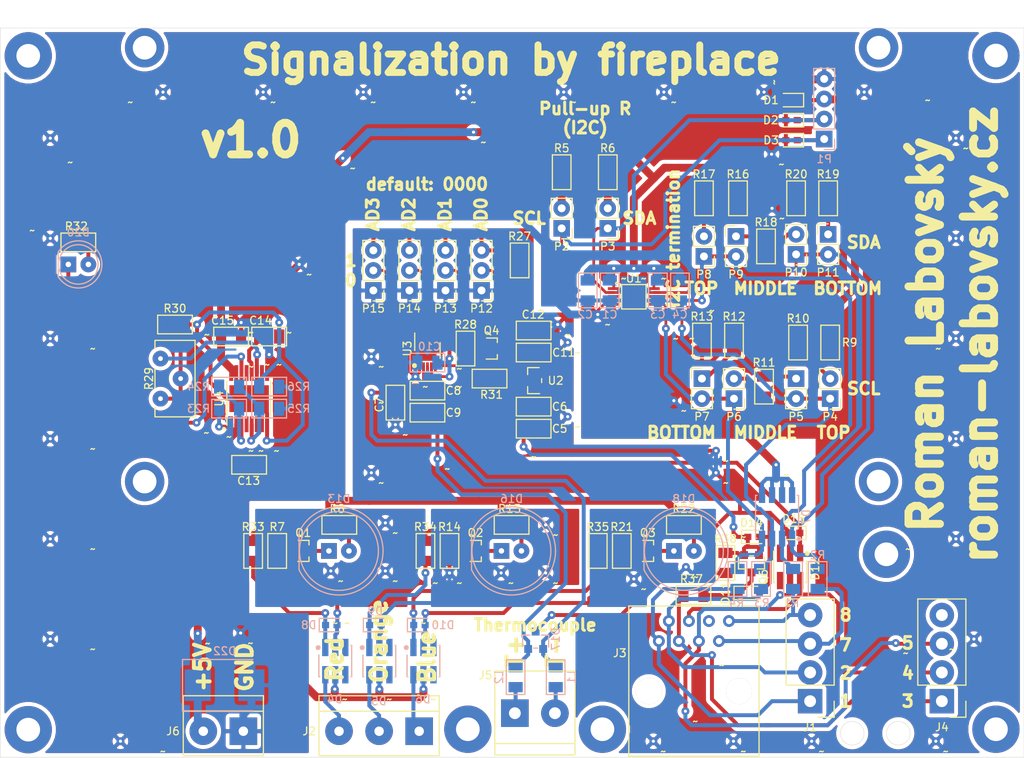
<source format=kicad_pcb>
(kicad_pcb (version 20171130) (host pcbnew "(5.1.6)-1")
  (layers (0 F.Cu signal) (31 B.Cu signal) (34 B.Paste user hide) (35 F.Paste user) (36 B.SilkS user) (37 F.SilkS user) (38 B.Mask user) (39 F.Mask user) (44 Edge.Cuts user))
  (net 0 "")
  (net 1 GND)
  (net 2 +5V)
  (net 3 GND4)
  (net 4 /1WIRE_5V_OUT)
  (net 5 "Net-(C7-Pad2)")
  (net 6 "Net-(C8-Pad2)")
  (net 7 +3V3)
  (net 8 "Net-(C13-Pad1)")
  (net 9 "Net-(C14-Pad2)")
  (net 10 "Net-(C14-Pad1)")
  (net 11 /SDA)
  (net 12 /SCL)
  (net 13 GND1)
  (net 14 "Net-(D4-Pad3)")
  (net 15 /RED)
  (net 16 "Net-(D4-Pad4)")
  (net 17 "Net-(D4-Pad6)")
  (net 18 GND2)
  (net 19 "Net-(D5-Pad3)")
  (net 20 /ORANGE)
  (net 21 "Net-(D5-Pad4)")
  (net 22 "Net-(D5-Pad6)")
  (net 23 GND3)
  (net 24 "Net-(D6-Pad3)")
  (net 25 /BLUE)
  (net 26 "Net-(D6-Pad4)")
  (net 27 "Net-(D6-Pad6)")
  (net 28 /DSDA_N)
  (net 29 /DSDA_P)
  (net 30 /DSCL_P)
  (net 31 /DSCL_N)
  (net 32 /1WIRE_GND)
  (net 33 /1WIRE_5V)
  (net 34 "Net-(D12-Pad3)")
  (net 35 /1WIRE_DATA_OUT)
  (net 36 "Net-(D12-Pad4)")
  (net 37 /1WIRE_DATA)
  (net 38 "Net-(D13-Pad2)")
  (net 39 "Net-(D13-Pad1)")
  (net 40 "Net-(D16-Pad2)")
  (net 41 "Net-(D16-Pad1)")
  (net 42 "Net-(D18-Pad2)")
  (net 43 "Net-(D18-Pad1)")
  (net 44 "Net-(D20-Pad1)")
  (net 45 "Net-(D20-Pad2)")
  (net 46 /DSDA_P_CON)
  (net 47 /DSDA_N_CON)
  (net 48 /DSCL_P_CON)
  (net 49 /DSCL_N_CON)
  (net 50 "Net-(J3-Pad6)")
  (net 51 "Net-(J4-Pad4)")
  (net 52 "Net-(J5-Pad1)")
  (net 53 "Net-(J5-Pad2)")
  (net 54 "Net-(P2-Pad2)")
  (net 55 "Net-(P3-Pad2)")
  (net 56 "Net-(P4-Pad2)")
  (net 57 "Net-(P5-Pad1)")
  (net 58 "Net-(P6-Pad2)")
  (net 59 "Net-(P7-Pad1)")
  (net 60 "Net-(P8-Pad2)")
  (net 61 "Net-(P9-Pad1)")
  (net 62 "Net-(P10-Pad2)")
  (net 63 "Net-(P11-Pad1)")
  (net 64 "Net-(P12-Pad3)")
  (net 65 /AD0)
  (net 66 /AD1)
  (net 67 /AD2)
  (net 68 /AD3)
  (net 69 /DQ)
  (net 70 "Net-(R10-Pad1)")
  (net 71 "Net-(R12-Pad2)")
  (net 72 "Net-(R16-Pad2)")
  (net 73 "Net-(R19-Pad2)")
  (net 74 "Net-(R23-Pad2)")
  (net 75 "Net-(R24-Pad2)")
  (net 76 "Net-(R25-Pad2)")
  (net 77 "Net-(R29-Pad1)")
  (net 78 "Net-(U1-Pad3)")
  (net 79 "Net-(U3-Pad10)")
  (net 80 "Net-(U4-Pad6)")
  (net 81 "Net-(U4-Pad4)")
  (net 82 "Net-(U4-Pad7)")
  (net 83 "Net-(U4-Pad10)")
  (net 84 "Net-(U4-Pad13)")
  (net 85 "Net-(Q1-Pad1)")
  (net 86 "Net-(Q2-Pad1)")
  (net 87 "Net-(Q3-Pad1)")
  (net 88 "Net-(D11-Pad1)")
  (net 89 "Net-(R29-Pad3)")
  (module connector_tht_pinsocket_2.54mm_rl:1x4_pinsocket_2.54mm_vertical_2.5x8.4mm (layer B.Cu) (at 242.5752 82.65974)
    (fp_text reference P1 (at 0 2.54) (layer B.SilkS) (effects (font (thickness 0.16)) (justify mirror)))
    (fp_text value 1x4_pin_socket)
    (pad 2 thru_hole oval (at 0 -2.54) (size 2.1 2.1) (drill 1) (layers *.Cu *.Mask) (net 11 /SDA))
    (pad 4 thru_hole oval (at 0 -7.62) (size 2.1 2.1) (drill 1) (layers *.Cu *.Mask) (net 1 GND))
    (pad 1 thru_hole rect (at 0 0) (size 2.1 2.1) (drill 1) (layers *.Cu *.Mask) (net 12 /SCL))
    (pad 3 thru_hole oval (at 0 -5.08) (size 2.1 2.1) (drill 1) (layers *.Cu *.Mask) (net 2 +5V))
  )
  (module package_sod_rl:sod_323 (layer F.Cu) (at 233.1085 140.208)
    (fp_text reference D11 (at -3.048 0 90) (layer F.SilkS) (effects (font (thickness 0.16))))
    (fp_text value ESD3B5V0WS)
    (pad 1 smd rect (at -1.27 0) (size 0.8 0.8) (layers F.Cu F.Paste F.Mask) (net 88 "Net-(D11-Pad1)"))
    (pad 2 smd rect (at 1.27 0) (size 0.8 0.8) (layers F.Cu F.Paste F.Mask) (net 3 GND4))
  )
  (module via_pad_rl:via_pad_0.4x1 (layer F.Cu) (at 254.4445 76.454)
    (fp_text reference ~ (at 1.27 1.27) (layer F.SilkS))
    (fp_text value ~)
    (pad ~ thru_hole circle (at -6.7945 0.254) (size 1 1) (drill 0.4) (layers *.Cu *.Mask) (net 1 GND))
  )
  (module via_pad_rl:via_pad_0.4x1 (layer F.Cu) (at 140.9065 92.964)
    (fp_text reference ~ (at 1.27 1.27) (layer F.SilkS))
    (fp_text value ~)
    (pad ~ thru_hole circle (at 3.556 2.286) (size 1 1) (drill 0.4) (layers *.Cu *.Mask) (net 1 GND))
  )
  (module via_pad_rl:via_pad_0.4x1 (layer F.Cu) (at 153.3525 76.708)
    (fp_text reference ~ (at 1.27 1.27) (layer F.SilkS))
    (fp_text value ~)
    (pad ~ thru_hole circle (at 5.3975 0) (size 1 1) (drill 0.4) (layers *.Cu *.Mask) (net 1 GND))
  )
  (module trimmer_tht_rl:trimmer_t93yb (layer F.Cu) (at 160.274 113.03 270)
    (fp_text reference R29 (at 0 3.302 90) (layer F.SilkS) (effects (font (thickness 0.16))))
    (fp_text value 200k)
    (pad 2 thru_hole circle (at 0 -0.7112 270) (size 2 2) (drill 0.6) (layers *.Cu *.Mask) (net 77 "Net-(R29-Pad1)"))
    (pad 1 thru_hole circle (at 2.54 1.8415 270) (size 2 2) (drill 0.6) (layers *.Cu *.Mask) (net 77 "Net-(R29-Pad1)"))
    (pad 3 thru_hole circle (at -2.54 1.8415 270) (size 2 2) (drill 0.6) (layers *.Cu *.Mask) (net 89 "Net-(R29-Pad3)"))
  )
  (module via_pad_rl:via_pad_0.4x1 (layer F.Cu) (at 171.8945 120.904)
    (fp_text reference ~ (at 1.27 1.27) (layer F.SilkS))
    (fp_text value ~)
    (pad ~ thru_hole circle (at 0 0) (size 1 1) (drill 0.4) (layers *.Cu *.Mask) (net 9 "Net-(C14-Pad2)"))
  )
  (module package_htssop_rl:htssop_16_6.6mm×5.1mm (layer F.Cu) (at 169.672 115.57 90)
    (fp_text reference U4 (at 0 -3.81 90) (layer F.SilkS) (effects (font (thickness 0.16))))
    (fp_text value TPS26600)
    (pad 11 smd rect (at 3.25 0.975 90) (size 2 0.5) (layers F.Cu F.Paste F.Mask) (net 89 "Net-(R29-Pad3)"))
    (pad 8 smd rect (at -3.25 2.275 90) (size 2 0.5) (layers F.Cu F.Paste F.Mask) (net 9 "Net-(C14-Pad2)"))
    (pad 15 smd rect (at 3.25 -1.625 90) (size 2 0.5) (layers F.Cu F.Paste F.Mask) (net 2 +5V))
    (pad 17 smd rect (at 0 0 90) (size 3.4 5) (layers F.Cu F.Mask) (net 9 "Net-(C14-Pad2)"))
    (pad 3 smd rect (at -3.25 -0.975 90) (size 2 0.5) (layers F.Cu F.Paste F.Mask) (net 74 "Net-(R23-Pad2)"))
    (pad 6 smd rect (at -3.25 0.975 90) (size 2 0.5) (layers F.Cu F.Paste F.Mask) (net 80 "Net-(U4-Pad6)"))
    (pad 12 smd rect (at 3.25 0.325 90) (size 2 0.5) (layers F.Cu F.Paste F.Mask) (net 10 "Net-(C14-Pad1)"))
    (pad 1 smd rect (at -3.25 -2.275 90) (size 2 0.5) (layers F.Cu F.Paste F.Mask) (net 8 "Net-(C13-Pad1)"))
    (pad 4 smd rect (at -3.25 -0.325 90) (size 2 0.5) (layers F.Cu F.Paste F.Mask) (net 81 "Net-(U4-Pad4)"))
    (pad 5 smd rect (at -3.25 0.325 90) (size 2 0.5) (layers F.Cu F.Paste F.Mask) (net 75 "Net-(R24-Pad2)"))
    (pad 7 smd rect (at -3.25 1.625 90) (size 2 0.5) (layers F.Cu F.Paste F.Mask) (net 82 "Net-(U4-Pad7)"))
    (pad 2 smd rect (at -3.25 -1.625 90) (size 2 0.5) (layers F.Cu F.Paste F.Mask) (net 8 "Net-(C13-Pad1)"))
    (pad 9 smd rect (at 3.25 2.275 90) (size 2 0.5) (layers F.Cu F.Paste F.Mask) (net 1 GND))
    (pad 10 smd rect (at 3.25 1.625 90) (size 2 0.5) (layers F.Cu F.Paste F.Mask) (net 83 "Net-(U4-Pad10)"))
    (pad 13 smd rect (at 3.25 -0.325 90) (size 2 0.5) (layers F.Cu F.Paste F.Mask) (net 84 "Net-(U4-Pad13)"))
    (pad 14 smd rect (at 3.25 -0.975 90) (size 2 0.5) (layers F.Cu F.Paste F.Mask) (net 44 "Net-(D20-Pad1)"))
    (pad 16 smd rect (at 3.25 -2.275 90) (size 2 0.5) (layers F.Cu F.Paste F.Mask) (net 2 +5V))
  )
  (module package_tssop_rl:tssop10 (layer F.Cu) (at 218.44 102.616)
    (fp_text reference U1 (at 0 -2.286 180) (layer F.SilkS) (effects (font (thickness 0.16))))
    (fp_text value PCA9615)
    (pad 10 smd rect (at 2.54 -1) (size 1.5 0.35) (layers F.Cu F.Paste F.Mask) (net 2 +5V))
    (pad 9 smd rect (at 2.54 -0.5) (size 1.5 0.35) (layers F.Cu F.Paste F.Mask) (net 28 /DSDA_N))
    (pad 8 smd rect (at 2.54 0) (size 1.5 0.35) (layers F.Cu F.Paste F.Mask) (net 29 /DSDA_P))
    (pad 7 smd rect (at 2.54 0.5) (size 1.5 0.35) (layers F.Cu F.Paste F.Mask) (net 30 /DSCL_P))
    (pad 6 smd rect (at 2.54 1) (size 1.5 0.35) (layers F.Cu F.Paste F.Mask) (net 31 /DSCL_N))
    (pad 5 smd rect (at -2.54 1) (size 1.5 0.35) (layers F.Cu F.Paste F.Mask) (net 1 GND))
    (pad 4 smd rect (at -2.54 0.5) (size 1.5 0.35) (layers F.Cu F.Paste F.Mask) (net 12 /SCL))
    (pad 3 smd rect (at -2.54 0) (size 1.5 0.35) (layers F.Cu F.Paste F.Mask) (net 78 "Net-(U1-Pad3)"))
    (pad 1 smd rect (at -2.54 -1) (size 1.5 0.35) (layers F.Cu F.Paste F.Mask) (net 2 +5V))
    (pad 2 smd rect (at -2.54 -0.5) (size 1.5 0.35) (layers F.Cu F.Paste F.Mask) (net 11 /SDA))
  )
  (module package_sot_rl:sot_323 (layer F.Cu) (at 200.406 109.22)
    (fp_text reference Q4 (at 0 -2.286) (layer F.SilkS) (effects (font (thickness 0.16))))
    (fp_text value BSS138P)
    (pad 2 smd rect (at -1 0.65 270) (size 0.9 0.9) (layers F.Cu F.Paste F.Mask) (net 69 /DQ))
    (pad 3 smd rect (at 1 0 270) (size 0.9 0.9) (layers F.Cu F.Paste F.Mask) (net 35 /1WIRE_DATA_OUT))
    (pad 1 smd rect (at -1 -0.65 270) (size 0.9 0.9) (layers F.Cu F.Paste F.Mask) (net 7 +3V3))
  )
  (module package_tdfn_rl:tdfn_10_ep (layer F.Cu) (at 192.278 109.474 90)
    (fp_text reference U3 (at 0.254 -2.54 90) (layer F.SilkS) (effects (font (thickness 0.16))))
    (fp_text value MAX31850K)
    (pad 5 smd rect (at -2.09296 1 90) (size 1.2 0.35) (layers F.Cu F.Paste F.Mask) (net 69 /DQ))
    (pad 6 smd rect (at 2.09296 1 90) (size 1.2 0.35) (layers F.Cu F.Paste F.Mask) (net 65 /AD0))
    (pad 7 smd rect (at 2.09296 0.5 90) (size 1.2 0.35) (layers F.Cu F.Paste F.Mask) (net 66 /AD1))
    (pad 8 smd rect (at 2.09296 0 90) (size 1.2 0.35) (layers F.Cu F.Paste F.Mask) (net 67 /AD2))
    (pad 9 smd rect (at 2.09296 -0.5 90) (size 1.2 0.35) (layers F.Cu F.Paste F.Mask) (net 68 /AD3))
    (pad 11 smd rect (at 0 0 90) (size 2.6 2.3) (layers F.Cu F.Mask) (net 3 GND4))
    (pad 10 smd rect (at 2.09296 -1 90) (size 1.2 0.35) (layers F.Cu F.Paste F.Mask) (net 79 "Net-(U3-Pad10)"))
    (pad 1 smd rect (at -2.09296 -1.00076 90) (size 1.2 0.35) (layers F.Cu F.Paste F.Mask) (net 3 GND4))
    (pad 2 smd rect (at -2.09296 -0.5 90) (size 1.2 0.35) (layers F.Cu F.Paste F.Mask) (net 5 "Net-(C7-Pad2)"))
    (pad 4 smd rect (at -2.09296 0.5 90) (size 1.2 0.35) (layers F.Cu F.Paste F.Mask) (net 7 +3V3))
    (pad 3 smd rect (at -2.09296 0 90) (size 1.2 0.35) (layers F.Cu F.Paste F.Mask) (net 6 "Net-(C8-Pad2)"))
  )
  (module via_pad_rl:via_pad_0.4x1 (layer F.Cu) (at 168.5925 145.288)
    (fp_text reference ~ (at 1.27 1.27) (layer F.SilkS))
    (fp_text value ~)
    (pad ~ thru_hole circle (at 0 0) (size 1 1) (drill 0.4) (layers *.Cu *.Mask) (net 1 GND))
  )
  (module via_pad_rl:via_pad_0.4x1 (layer F.Cu) (at 163.157337 145.326037)
    (fp_text reference ~ (at 1.27 1.27) (layer F.SilkS))
    (fp_text value ~)
    (pad ~ thru_hole circle (at 0 0) (size 1 1) (drill 0.4) (layers *.Cu *.Mask) (net 8 "Net-(C13-Pad1)"))
  )
  (module resistor_smd_rl:r_1206 (layer F.Cu) (at 230.0605 136.398 270)
    (fp_text reference R38 (at -3.048 0 180) (layer F.SilkS) (effects (font (thickness 0.16))))
    (fp_text value 100k)
    (pad 2 smd trapezoid (at 1.27 0 270) (size 1.3 1.8) (layers F.Cu F.Paste F.Mask) (net 3 GND4))
    (pad 1 smd trapezoid (at -1.27 0 270) (size 1.3 1.8) (layers F.Cu F.Paste F.Mask) (net 4 /1WIRE_5V_OUT))
  )
  (module resistor_smd_rl:r_1206 (layer F.Cu) (at 225.9965 140.462)
    (fp_text reference R37 (at -0.254 -2.032) (layer F.SilkS) (effects (font (thickness 0.16))))
    (fp_text value 10R/0.5W)
    (pad 2 smd trapezoid (at 1.27 0) (size 1.3 1.8) (layers F.Cu F.Paste F.Mask) (net 88 "Net-(D11-Pad1)"))
    (pad 1 smd trapezoid (at -1.27 0) (size 1.3 1.8) (layers F.Cu F.Paste F.Mask) (net 33 /1WIRE_5V))
  )
  (module package_sot_rl:sot_23 (layer F.Cu) (at 233.3625 136.398 270)
    (fp_text reference Q6 (at 1.778 -1.524 90) (layer F.SilkS) (effects (font (thickness 0.16))))
    (fp_text value YJL3415A)
    (pad 3 smd rect (at 1.2 0 270) (size 1 1) (layers F.Cu F.Paste F.Mask) (net 88 "Net-(D11-Pad1)"))
    (pad 2 smd rect (at -1 0.95 270) (size 1 1) (layers F.Cu F.Paste F.Mask) (net 4 /1WIRE_5V_OUT))
    (pad 1 smd rect (at -1 -0.95 270) (size 1 1) (layers F.Cu F.Paste F.Mask) (net 4 /1WIRE_5V_OUT))
  )
  (module diode_smd_rl:smc (layer B.Cu) (at 166.5605 151.892)
    (fp_text reference D22 (at 0 -4.318) (layer B.SilkS) (effects (font (thickness 0.16)) (justify mirror)))
    (fp_text value SMCJ5.0CA-13-F)
    (pad 1 smd rect (at -3.4 0 270) (size 4 3.3) (layers B.Cu B.Paste B.Mask) (net 8 "Net-(C13-Pad1)"))
    (pad 2 smd rect (at 3.4 0 270) (size 4 3.3) (layers B.Cu B.Paste B.Mask) (net 1 GND))
  )
  (module package_sod_rl:sod_523 (layer F.Cu) (at 238.76 132.588 180)
    (fp_text reference D15 (at 0.0635 1.778) (layer F.SilkS) (effects (font (thickness 0.16))))
    (fp_text value UCLAMP0501H.TCT)
    (pad 2 smd rect (at 0.725 0 180) (size 0.9 0.8) (layers F.Cu F.Paste F.Mask) (net 3 GND4))
    (pad 1 smd rect (at -0.725 0 180) (size 0.9 0.8) (layers F.Cu F.Paste F.Mask) (net 35 /1WIRE_DATA_OUT))
  )
  (module package_sod_rl:sod_523 (layer F.Cu) (at 233.6165 133.096)
    (fp_text reference D14 (at -0.254 -1.778) (layer F.SilkS) (effects (font (thickness 0.16))))
    (fp_text value UCLAMP0501H.TCT)
    (pad 2 smd rect (at 0.725 0) (size 0.9 0.8) (layers F.Cu F.Paste F.Mask) (net 3 GND4))
    (pad 1 smd rect (at -0.725 0) (size 0.9 0.8) (layers F.Cu F.Paste F.Mask) (net 4 /1WIRE_5V_OUT))
  )
  (module package_sod_rl:sod_523 (layer B.Cu) (at 191.262 144.272)
    (fp_text reference D10 (at 2.9845 0) (layer B.SilkS) (effects (font (thickness 0.16)) (justify mirror)))
    (fp_text value UCLAMP0501H.TCT)
    (pad 2 smd rect (at 0.725 0) (size 0.9 0.8) (layers B.Cu B.Paste B.Mask) (net 23 GND3))
    (pad 1 smd rect (at -0.725 0) (size 0.9 0.8) (layers B.Cu B.Paste B.Mask) (net 25 /BLUE))
  )
  (module package_sod_rl:sod_523 (layer B.Cu) (at 185.674 144.272)
    (fp_text reference D9 (at 0 -1.778) (layer B.SilkS) (effects (font (thickness 0.16)) (justify mirror)))
    (fp_text value UCLAMP0501H.TCT)
    (pad 2 smd rect (at 0.725 0) (size 0.9 0.8) (layers B.Cu B.Paste B.Mask) (net 18 GND2))
    (pad 1 smd rect (at -0.725 0) (size 0.9 0.8) (layers B.Cu B.Paste B.Mask) (net 20 /ORANGE))
  )
  (module package_sod_rl:sod_523 (layer B.Cu) (at 180.086 144.272)
    (fp_text reference D8 (at -2.8575 0) (layer B.SilkS) (effects (font (thickness 0.16)) (justify mirror)))
    (fp_text value UCLAMP0501H.TCT)
    (pad 2 smd rect (at 0.725 0) (size 0.9 0.8) (layers B.Cu B.Paste B.Mask) (net 13 GND1))
    (pad 1 smd rect (at -0.725 0) (size 0.9 0.8) (layers B.Cu B.Paste B.Mask) (net 15 /RED))
  )
  (module package_sod_rl:sod_523 (layer F.Cu) (at 238.4425 82.804 180)
    (fp_text reference D3 (at 2.6035 0) (layer F.SilkS) (effects (font (thickness 0.16))))
    (fp_text value UCLAMP0501H.TCT)
    (pad 2 smd rect (at 0.725 0 180) (size 0.9 0.8) (layers F.Cu F.Paste F.Mask) (net 1 GND))
    (pad 1 smd rect (at -0.725 0 180) (size 0.9 0.8) (layers F.Cu F.Paste F.Mask) (net 12 /SCL))
  )
  (module package_sod_rl:sod_523 (layer F.Cu) (at 238.4425 80.264 180)
    (fp_text reference D2 (at 2.6405 0) (layer F.SilkS) (effects (font (thickness 0.16))))
    (fp_text value UCLAMP0501H.TCT)
    (pad 2 smd rect (at 0.725 0 180) (size 0.9 0.8) (layers F.Cu F.Paste F.Mask) (net 1 GND))
    (pad 1 smd rect (at -0.725 0 180) (size 0.9 0.8) (layers F.Cu F.Paste F.Mask) (net 11 /SDA))
  )
  (module package_sod_rl:sod_523 (layer F.Cu) (at 238.4425 77.724 180)
    (fp_text reference D1 (at 2.6035 0) (layer F.SilkS) (effects (font (thickness 0.16))))
    (fp_text value UCLAMP0501H.TCT)
    (pad 2 smd rect (at 0.725 0 180) (size 0.9 0.8) (layers F.Cu F.Paste F.Mask) (net 1 GND))
    (pad 1 smd rect (at -0.725 0 180) (size 0.9 0.8) (layers F.Cu F.Paste F.Mask) (net 2 +5V))
  )
  (module pad_rl:pad_3x5mm (layer F.Cu) (at 156.424 126.08)
    (fp_text reference " ~" (at 0 -5.08) (layer F.SilkS))
    (fp_text value pad_3x5mm)
    (fp_text user ~ (at 0 0.5) (layer F.SilkS))
    (pad ~ thru_hole circle (at 0 0) (size 5 5) (drill 3) (layers *.Cu *.Mask))
  )
  (module pad_rl:pad_3x5mm (layer F.Cu) (at 249.468 126.08)
    (fp_text reference " ~" (at 0 -5.08) (layer F.SilkS))
    (fp_text value pad_3x5mm)
    (fp_text user ~ (at 0 0.5) (layer F.SilkS))
    (pad ~ thru_hole circle (at 0 0) (size 5 5) (drill 3) (layers *.Cu *.Mask))
  )
  (module pad_rl:pad_3x5mm (layer F.Cu) (at 249.468 71.08)
    (fp_text reference " ~" (at 0 -5.08) (layer F.SilkS))
    (fp_text value pad_3x5mm)
    (fp_text user ~ (at 0 0.5) (layer F.SilkS))
    (pad ~ thru_hole circle (at 0 0) (size 5 5) (drill 3) (layers *.Cu *.Mask))
  )
  (module pad_rl:pad_3x5mm (layer F.Cu) (at 156.424 71.08)
    (fp_text reference " ~" (at 0 -5.08) (layer F.SilkS))
    (fp_text value pad_3x5mm)
    (fp_text user ~ (at 0 0.5) (layer F.SilkS))
    (pad ~ thru_hole circle (at 0 0) (size 5 5) (drill 3) (layers *.Cu *.Mask))
  )
  (module pad_rl:pad_3x6mm (layer F.Cu) (at 141.6685 157.533922)
    (fp_text reference " ~" (at 0 -5.08) (layer F.SilkS))
    (fp_text value pad_3x6mm)
    (pad ~ thru_hole circle (at 0 0) (size 6 6) (drill 3) (layers *.Cu *.Mask))
  )
  (module pad_rl:pad_3x6mm (layer F.Cu) (at 197.4 157.48)
    (fp_text reference " ~" (at 0 -5.08) (layer F.SilkS))
    (fp_text value pad_3x6mm)
    (pad ~ thru_hole circle (at 0 0) (size 6 6) (drill 3) (layers *.Cu *.Mask))
  )
  (module pad_rl:pad_3x6mm (layer F.Cu) (at 214.46 157.48)
    (fp_text reference " ~" (at 0 -5.08) (layer F.SilkS))
    (fp_text value pad_3x6mm)
    (pad ~ thru_hole circle (at 0 0) (size 6 6) (drill 3) (layers *.Cu *.Mask))
  )
  (module pad_rl:pad_3x6mm (layer F.Cu) (at 250.4605 135.302)
    (fp_text reference " ~" (at 0 -5.08) (layer F.SilkS))
    (fp_text value pad_3x6mm)
    (pad ~ thru_hole circle (at 0 0) (size 6 6) (drill 3) (layers *.Cu *.Mask))
  )
  (module pad_rl:pad_3x6mm (layer F.Cu) (at 264.3505 157.48)
    (fp_text reference " ~" (at 0 -5.08) (layer F.SilkS))
    (fp_text value pad_3x6mm)
    (pad ~ thru_hole circle (at 0 0) (size 6 6) (drill 3) (layers *.Cu *.Mask))
  )
  (module pad_rl:pad_3x6mm (layer F.Cu) (at 264.3505 72.073441)
    (fp_text reference " ~" (at 0 -5.08) (layer F.SilkS))
    (fp_text value pad_3x6mm)
    (pad ~ thru_hole circle (at 0 0) (size 6 6) (drill 3) (layers *.Cu *.Mask))
  )
  (module pad_rl:pad_3x6mm (layer F.Cu) (at 141.6685 72.106428)
    (fp_text reference " ~" (at 0 -5.08) (layer F.SilkS))
    (fp_text value pad_3x6mm)
    (pad ~ thru_hole circle (at 0 0) (size 6 6) (drill 3) (layers *.Cu *.Mask))
  )
  (module via_pad_rl:via_pad_0.4x1 (layer F.Cu) (at 157.48 159.004)
    (fp_text reference ~ (at 1.27 1.27) (layer F.SilkS))
    (fp_text value ~)
    (pad ~ thru_hole circle (at -4.1275 0) (size 1 1) (drill 0.4) (layers *.Cu *.Mask) (net 1 GND))
  )
  (module via_pad_rl:via_pad_0.4x1 (layer F.Cu) (at 240.9825 159.004)
    (fp_text reference ~ (at 1.27 1.27) (layer F.SilkS))
    (fp_text value ~)
    (pad ~ thru_hole circle (at 0 0) (size 1 1) (drill 0.4) (layers *.Cu *.Mask) (net 1 GND))
  )
  (module via_pad_rl:via_pad_0.4x1 (layer F.Cu) (at 256.7305 159.004)
    (fp_text reference ~ (at 1.27 1.27) (layer F.SilkS))
    (fp_text value ~)
    (pad ~ thru_hole circle (at 0 0) (size 1 1) (drill 0.4) (layers *.Cu *.Mask) (net 1 GND))
  )
  (module connector_rl:1x4_idc_lsa_connector_general (layer F.Cu) (at 257.4925 153.924 180)
    (fp_text reference J4 (at 0 -3.302) (layer F.SilkS) (effects (font (thickness 0.16))))
    (fp_text value 2x1x4_idc_lsa)
    (pad 4 thru_hole oval (at 0 10.92 180) (size 3.1 3.1) (drill 1.5) (layers *.Cu *.Mask) (net 51 "Net-(J4-Pad4)"))
    (pad 3 thru_hole oval (at 0 7.28 180) (size 3.1 3.1) (drill 1.5) (layers *.Cu *.Mask) (net 32 /1WIRE_GND))
    (pad 1 thru_hole rect (at 0 0 180) (size 3.1 3.1) (drill 1.5) (layers *.Cu *.Mask) (net 33 /1WIRE_5V))
    (pad 2 thru_hole oval (at 0 3.64 180) (size 3.1 3.1) (drill 1.5) (layers *.Cu *.Mask) (net 37 /1WIRE_DATA))
  )
  (module connector_rl:1x4_idc_lsa_connector_general (layer F.Cu) (at 240.792 153.924 180)
    (fp_text reference J1 (at 0 -3.302) (layer F.SilkS) (effects (font (thickness 0.16))))
    (fp_text value 2x1x4_idc_lsa)
    (pad 4 thru_hole oval (at 0 10.92 180) (size 3.1 3.1) (drill 1.5) (layers *.Cu *.Mask) (net 46 /DSDA_P_CON))
    (pad 3 thru_hole oval (at 0 7.28 180) (size 3.1 3.1) (drill 1.5) (layers *.Cu *.Mask) (net 47 /DSDA_N_CON))
    (pad 1 thru_hole rect (at 0 0 180) (size 3.1 3.1) (drill 1.5) (layers *.Cu *.Mask) (net 49 /DSCL_N_CON))
    (pad 2 thru_hole oval (at 0 3.64 180) (size 3.1 3.1) (drill 1.5) (layers *.Cu *.Mask) (net 48 /DSCL_P_CON))
  )
  (module via_pad_rl:via_pad_0.4x1 (layer F.Cu) (at 207.264 137.668)
    (fp_text reference ~ (at 1.27 1.27) (layer F.SilkS))
    (fp_text value ~)
    (pad ~ thru_hole circle (at 0 0) (size 1 1) (drill 0.4) (layers *.Cu *.Mask) (net 18 GND2))
  )
  (module via_pad_rl:via_pad_0.4x1 (layer F.Cu) (at 186.944 131.318)
    (fp_text reference ~ (at 1.27 1.27) (layer F.SilkS))
    (fp_text value ~)
    (pad ~ thru_hole circle (at 0 0) (size 1 1) (drill 0.4) (layers *.Cu *.Mask) (net 13 GND1))
  )
  (module via_pad_rl:via_pad_0.4x1 (layer F.Cu) (at 186.944 137.414)
    (fp_text reference ~ (at 1.27 1.27) (layer F.SilkS))
    (fp_text value ~)
    (pad ~ thru_hole circle (at 0 0) (size 1 1) (drill 0.4) (layers *.Cu *.Mask) (net 13 GND1))
  )
  (module via_pad_rl:via_pad_0.4x1 (layer F.Cu) (at 180.0225 137.414)
    (fp_text reference ~ (at 1.27 1.27) (layer F.SilkS))
    (fp_text value ~)
    (pad ~ thru_hole circle (at 0 0) (size 1 1) (drill 0.4) (layers *.Cu *.Mask) (net 13 GND1))
  )
  (module via_pad_rl:via_pad_0.4x1 (layer F.Cu) (at 225.044 136.906)
    (fp_text reference ~ (at 1.27 1.27) (layer F.SilkS))
    (fp_text value ~)
    (pad ~ thru_hole circle (at 0 0) (size 1 1) (drill 0.4) (layers *.Cu *.Mask) (net 23 GND3))
  )
  (module via_pad_rl:via_pad_0.4x1 (layer F.Cu) (at 218.44 138.43)
    (fp_text reference ~ (at 1.27 1.27) (layer F.SilkS))
    (fp_text value ~)
    (pad ~ thru_hole circle (at 0 0) (size 1 1) (drill 0.4) (layers *.Cu *.Mask) (net 23 GND3))
  )
  (module via_pad_rl:via_pad_0.4x1 (layer F.Cu) (at 207.264 131.572)
    (fp_text reference ~ (at 1.27 1.27) (layer F.SilkS))
    (fp_text value ~)
    (pad ~ thru_hole circle (at 0 0) (size 1 1) (drill 0.4) (layers *.Cu *.Mask) (net 18 GND2))
  )
  (module via_pad_rl:via_pad_0.4x1 (layer F.Cu) (at 201.6125 137.668)
    (fp_text reference ~ (at 1.27 1.27) (layer F.SilkS))
    (fp_text value ~)
    (pad ~ thru_hole circle (at 0 0) (size 1 1) (drill 0.4) (layers *.Cu *.Mask) (net 18 GND2))
  )
  (module via_pad_rl:via_pad_0.4x1 (layer F.Cu) (at 257.4925 146.05)
    (fp_text reference ~ (at 1.27 1.27) (layer F.SilkS))
    (fp_text value ~)
    (pad ~ thru_hole circle (at 4.064 0) (size 1 1) (drill 0.4) (layers *.Cu *.Mask) (net 1 GND))
  )
  (module via_pad_rl:via_pad_0.4x1 (layer F.Cu) (at 234.95 76.708 90)
    (fp_text reference ~ (at 1.27 1.27 90) (layer F.SilkS))
    (fp_text value ~)
    (pad ~ thru_hole circle (at 0 0 90) (size 1 1) (drill 0.4) (layers *.Cu *.Mask) (net 1 GND))
  )
  (module via_pad_rl:via_pad_0.4x1 (layer F.Cu) (at 184.15 76.708)
    (fp_text reference ~ (at 1.27 1.27) (layer F.SilkS))
    (fp_text value ~)
    (pad ~ thru_hole circle (at 0 0) (size 1 1) (drill 0.4) (layers *.Cu *.Mask) (net 1 GND))
  )
  (module via_pad_rl:via_pad_0.4x1 (layer F.Cu) (at 171.45 76.708)
    (fp_text reference ~ (at 1.27 1.27) (layer F.SilkS))
    (fp_text value ~)
    (pad ~ thru_hole circle (at 0 0) (size 1 1) (drill 0.4) (layers *.Cu *.Mask) (net 1 GND))
  )
  (module via_pad_rl:via_pad_0.4x1 (layer F.Cu) (at 148.59 107.95)
    (fp_text reference ~ (at 1.27 1.27) (layer F.SilkS))
    (fp_text value ~)
    (pad ~ thru_hole circle (at -4.1275 0) (size 1 1) (drill 0.4) (layers *.Cu *.Mask) (net 1 GND))
  )
  (module via_pad_rl:via_pad_0.4x1 (layer F.Cu) (at 148.59 120.65)
    (fp_text reference ~ (at 1.27 1.27) (layer F.SilkS))
    (fp_text value ~)
    (pad ~ thru_hole circle (at -4.1275 0) (size 1 1) (drill 0.4) (layers *.Cu *.Mask) (net 1 GND))
  )
  (module via_pad_rl:via_pad_0.4x1 (layer F.Cu) (at 210.058 117.856)
    (fp_text reference ~ (at 1.27 1.27) (layer F.SilkS))
    (fp_text value ~)
    (pad ~ thru_hole circle (at 0 0) (size 1 1) (drill 0.4) (layers *.Cu *.Mask) (net 3 GND4))
  )
  (module via_pad_rl:via_pad_0.4x1 (layer F.Cu) (at 210.058 108.458)
    (fp_text reference ~ (at 1.27 1.27) (layer F.SilkS))
    (fp_text value ~)
    (pad ~ thru_hole circle (at 0 0) (size 1 1) (drill 0.4) (layers *.Cu *.Mask) (net 3 GND4))
  )
  (module via_pad_rl:via_pad_0.4x1 (layer F.Cu) (at 185.166 110.236)
    (fp_text reference ~ (at 1.27 1.27) (layer F.SilkS))
    (fp_text value ~)
    (pad ~ thru_hole circle (at 0 0) (size 1 1) (drill 0.4) (layers *.Cu *.Mask) (net 3 GND4))
  )
  (module via_pad_rl:via_pad_0.4x1 (layer F.Cu) (at 185.166 124.968)
    (fp_text reference ~ (at 1.27 1.27) (layer F.SilkS))
    (fp_text value ~)
    (pad ~ thru_hole circle (at 0 0) (size 1 1) (drill 0.4) (layers *.Cu *.Mask) (net 3 GND4))
  )
  (module via_pad_rl:via_pad_0.4x1 (layer F.Cu) (at 220.9165 159.004)
    (fp_text reference ~ (at 1.27 1.27) (layer F.SilkS))
    (fp_text value ~)
    (pad ~ thru_hole circle (at 0 0) (size 1 1) (drill 0.4) (layers *.Cu *.Mask) (net 1 GND))
  )
  (module via_pad_rl:via_pad_0.4x1 (layer F.Cu) (at 231.0765 159.004)
    (fp_text reference ~ (at 1.27 1.27) (layer F.SilkS))
    (fp_text value ~)
    (pad ~ thru_hole circle (at 0 0) (size 1 1) (drill 0.4) (layers *.Cu *.Mask) (net 1 GND))
  )
  (module via_pad_rl:via_pad_0.4x1 (layer F.Cu) (at 251.968 133.35)
    (fp_text reference ~ (at 1.27 1.27) (layer F.SilkS))
    (fp_text value ~)
    (pad ~ thru_hole circle (at 7.3025 0) (size 1 1) (drill 0.4) (layers *.Cu *.Mask) (net 1 GND))
  )
  (module via_pad_rl:via_pad_0.4x1 (layer F.Cu) (at 255.778 120.65)
    (fp_text reference ~ (at 1.27 1.27) (layer F.SilkS))
    (fp_text value ~)
    (pad ~ thru_hole circle (at 3.4925 0) (size 1 1) (drill 0.4) (layers *.Cu *.Mask) (net 1 GND))
  )
  (module via_pad_rl:via_pad_0.4x1 (layer F.Cu) (at 255.778 107.95)
    (fp_text reference ~ (at 1.27 1.27) (layer F.SilkS))
    (fp_text value ~)
    (pad ~ thru_hole circle (at 3.4925 0) (size 1 1) (drill 0.4) (layers *.Cu *.Mask) (net 1 GND))
  )
  (module via_pad_rl:via_pad_0.4x1 (layer F.Cu) (at 255.778 95.25)
    (fp_text reference ~ (at 1.27 1.27) (layer F.SilkS))
    (fp_text value ~)
    (pad ~ thru_hole circle (at 3.4925 0) (size 1 1) (drill 0.4) (layers *.Cu *.Mask) (net 1 GND))
  )
  (module via_pad_rl:via_pad_0.4x1 (layer F.Cu) (at 259.2705 82.55)
    (fp_text reference ~ (at 1.27 1.27) (layer F.SilkS))
    (fp_text value ~)
    (pad ~ thru_hole circle (at 0 0) (size 1 1) (drill 0.4) (layers *.Cu *.Mask) (net 1 GND))
  )
  (module via_pad_rl:via_pad_0.4x1 (layer F.Cu) (at 222.25 76.708)
    (fp_text reference ~ (at 1.27 1.27) (layer F.SilkS))
    (fp_text value ~)
    (pad ~ thru_hole circle (at 0 0) (size 1 1) (drill 0.4) (layers *.Cu *.Mask) (net 1 GND))
  )
  (module via_pad_rl:via_pad_0.4x1 (layer F.Cu) (at 209.55 76.708)
    (fp_text reference ~ (at 1.27 1.27) (layer F.SilkS))
    (fp_text value ~)
    (pad ~ thru_hole circle (at 0 0) (size 1 1) (drill 0.4) (layers *.Cu *.Mask) (net 1 GND))
  )
  (module via_pad_rl:via_pad_0.4x1 (layer F.Cu) (at 196.85 76.708)
    (fp_text reference ~ (at 1.27 1.27) (layer F.SilkS))
    (fp_text value ~)
    (pad ~ thru_hole circle (at 0 0) (size 1 1) (drill 0.4) (layers *.Cu *.Mask) (net 1 GND))
  )
  (module via_pad_rl:via_pad_0.4x1 (layer F.Cu) (at 145.7325 84.328)
    (fp_text reference ~ (at 1.27 1.27) (layer F.SilkS))
    (fp_text value ~)
    (pad ~ thru_hole circle (at -1.27 -1.778) (size 1 1) (drill 0.4) (layers *.Cu *.Mask) (net 1 GND))
  )
  (module via_pad_rl:via_pad_0.4x1 (layer F.Cu) (at 148.59 133.35)
    (fp_text reference ~ (at 1.27 1.27) (layer F.SilkS))
    (fp_text value ~)
    (pad ~ thru_hole circle (at -4.1275 0) (size 1 1) (drill 0.4) (layers *.Cu *.Mask) (net 1 GND))
  )
  (module via_pad_rl:via_pad_0.4x1 (layer F.Cu) (at 148.59 146.05)
    (fp_text reference ~ (at 1.27 1.27) (layer F.SilkS))
    (fp_text value ~)
    (pad ~ thru_hole circle (at -4.1275 0) (size 1 1) (drill 0.4) (layers *.Cu *.Mask) (net 1 GND))
  )
  (module via_pad_rl:via_pad_0.4x1 (layer F.Cu) (at 208.026 143.002)
    (fp_text reference ~ (at 1.27 1.27) (layer F.SilkS))
    (fp_text value ~)
    (pad ~ thru_hole circle (at 0 0) (size 1 1) (drill 0.4) (layers *.Cu *.Mask) (net 3 GND4))
  )
  (module via_pad_rl:via_pad_0.4x1 (layer F.Cu) (at 180.5305 152.4)
    (fp_text reference ~ (at 1.27 1.27) (layer F.SilkS))
    (fp_text value ~)
    (pad ~ thru_hole circle (at 0 0) (size 1 1) (drill 0.4) (layers *.Cu *.Mask) (net 1 GND))
  )
  (module via_pad_rl:via_pad_0.4x1 (layer F.Cu) (at 186.182 152.4)
    (fp_text reference ~ (at 1.27 1.27) (layer F.SilkS))
    (fp_text value ~)
    (pad ~ thru_hole circle (at 0 0) (size 1 1) (drill 0.4) (layers *.Cu *.Mask) (net 1 GND))
  )
  (module via_pad_rl:via_pad_0.4x1 (layer F.Cu) (at 191.77 152.4)
    (fp_text reference ~ (at 1.27 1.27) (layer F.SilkS))
    (fp_text value ~)
    (pad ~ thru_hole circle (at 0 0) (size 1 1) (drill 0.4) (layers *.Cu *.Mask) (net 1 GND))
  )
  (module via_pad_rl:via_pad_0.4x1 (layer F.Cu) (at 190.5 142.748)
    (fp_text reference ~ (at 1.27 1.27) (layer F.SilkS))
    (fp_text value ~)
    (pad ~ thru_hole circle (at 0 0) (size 1 1) (drill 0.4) (layers *.Cu *.Mask) (net 25 /BLUE))
  )
  (module via_pad_rl:via_pad_0.4x1 (layer F.Cu) (at 192.024 142.748)
    (fp_text reference ~ (at 1.27 1.27) (layer F.SilkS))
    (fp_text value ~)
    (pad ~ thru_hole circle (at 0 0) (size 1 1) (drill 0.4) (layers *.Cu *.Mask) (net 23 GND3))
  )
  (module via_pad_rl:via_pad_0.4x1 (layer F.Cu) (at 180.848 142.748)
    (fp_text reference ~ (at 1.27 1.27) (layer F.SilkS))
    (fp_text value ~)
    (pad ~ thru_hole circle (at 0 0) (size 1 1) (drill 0.4) (layers *.Cu *.Mask) (net 13 GND1))
  )
  (module via_pad_rl:via_pad_0.4x1 (layer F.Cu) (at 179.324 142.748)
    (fp_text reference ~ (at 1.27 1.27) (layer F.SilkS))
    (fp_text value ~)
    (pad ~ thru_hole circle (at 0 0) (size 1 1) (drill 0.4) (layers *.Cu *.Mask) (net 15 /RED))
  )
  (module via_pad_rl:via_pad_0.4x1 (layer F.Cu) (at 195.072 137.668)
    (fp_text reference ~ (at 1.27 1.27) (layer F.SilkS))
    (fp_text value ~)
    (pad ~ thru_hole circle (at 0 0) (size 1 1) (drill 0.4) (layers *.Cu *.Mask) (net 18 GND2))
  )
  (module via_pad_rl:via_pad_0.4x1 (layer F.Cu) (at 192.024 137.668)
    (fp_text reference ~ (at 1.27 1.27) (layer F.SilkS))
    (fp_text value ~)
    (pad ~ thru_hole circle (at 0 0) (size 1 1) (drill 0.4) (layers *.Cu *.Mask) (net 20 /ORANGE))
  )
  (module via_pad_rl:via_pad_0.4x1 (layer F.Cu) (at 251.6505 146.558)
    (fp_text reference ~ (at 1.27 1.27) (layer F.SilkS))
    (fp_text value ~)
    (pad ~ thru_hole circle (at 0 0) (size 1 1) (drill 0.4) (layers *.Cu *.Mask) (net 32 /1WIRE_GND))
  )
  (module via_pad_rl:via_pad_0.4x1 (layer F.Cu) (at 224.9805 155.194)
    (fp_text reference ~ (at 1.27 1.27) (layer F.SilkS))
    (fp_text value ~)
    (pad ~ thru_hole circle (at 0 0) (size 1 1) (drill 0.4) (layers *.Cu *.Mask) (net 32 /1WIRE_GND))
  )
  (module via_pad_rl:via_pad_0.4x1 (layer F.Cu) (at 228.346 148.082)
    (fp_text reference ~ (at 1.27 1.27) (layer F.SilkS))
    (fp_text value ~)
    (pad ~ thru_hole circle (at 0 0) (size 1 1) (drill 0.4) (layers *.Cu *.Mask) (net 33 /1WIRE_5V))
  )
  (module via_pad_rl:via_pad_0.4x1 (layer F.Cu) (at 236.982 140.462)
    (fp_text reference ~ (at 1.27 1.27) (layer F.SilkS))
    (fp_text value ~)
    (pad ~ thru_hole circle (at 0 0) (size 1 1) (drill 0.4) (layers *.Cu *.Mask) (net 32 /1WIRE_GND))
  )
  (module via_pad_rl:via_pad_0.4x1 (layer F.Cu) (at 231.0765 131.826)
    (fp_text reference ~ (at 1.27 1.27) (layer F.SilkS))
    (fp_text value ~)
    (pad ~ thru_hole circle (at 0 0) (size 1 1) (drill 0.4) (layers *.Cu *.Mask) (net 4 /1WIRE_5V_OUT))
  )
  (module via_pad_rl:via_pad_0.4x1 (layer F.Cu) (at 228.854 124.968)
    (fp_text reference ~ (at 1.27 1.27) (layer F.SilkS))
    (fp_text value ~)
    (pad ~ thru_hole circle (at 0 0) (size 1 1) (drill 0.4) (layers *.Cu *.Mask) (net 3 GND4))
  )
  (module via_pad_rl:via_pad_0.4x1 (layer F.Cu) (at 228.854 122.174)
    (fp_text reference ~ (at 1.27 1.27) (layer F.SilkS))
    (fp_text value ~)
    (pad ~ thru_hole circle (at 0 0) (size 1 1) (drill 0.4) (layers *.Cu *.Mask) (net 3 GND4))
  )
  (module via_pad_rl:via_pad_0.4x1 (layer F.Cu) (at 236.474 123.952)
    (fp_text reference ~ (at 1.27 1.27) (layer F.SilkS))
    (fp_text value ~)
    (pad ~ thru_hole circle (at 0 0) (size 1 1) (drill 0.4) (layers *.Cu *.Mask) (net 1 GND))
  )
  (module via_pad_rl:via_pad_0.4x1 (layer F.Cu) (at 223.52 115.824)
    (fp_text reference ~ (at 1.27 1.27) (layer F.SilkS))
    (fp_text value ~)
    (pad ~ thru_hole circle (at 0 0) (size 1 1) (drill 0.4) (layers *.Cu *.Mask) (net 1 GND))
  )
  (module via_pad_rl:via_pad_0.4x1 (layer F.Cu) (at 224.536 106.68)
    (fp_text reference ~ (at 1.27 1.27) (layer F.SilkS))
    (fp_text value ~)
    (pad ~ thru_hole circle (at 0 0) (size 1 1) (drill 0.4) (layers *.Cu *.Mask) (net 30 /DSCL_P))
  )
  (module via_pad_rl:via_pad_0.4x1 (layer F.Cu) (at 222.504 106.68)
    (fp_text reference ~ (at 1.27 1.27) (layer F.SilkS))
    (fp_text value ~)
    (pad ~ thru_hole circle (at 0 0) (size 1 1) (drill 0.4) (layers *.Cu *.Mask) (net 31 /DSCL_N))
  )
  (module via_pad_rl:via_pad_0.4x1 (layer F.Cu) (at 213.868 104.902)
    (fp_text reference ~ (at 1.27 1.27) (layer F.SilkS))
    (fp_text value ~)
    (pad ~ thru_hole circle (at 0 0) (size 1 1) (drill 0.4) (layers *.Cu *.Mask) (net 1 GND))
  )
  (module via_pad_rl:via_pad_0.4x1 (layer F.Cu) (at 215.9 99.06)
    (fp_text reference ~ (at 1.27 1.27) (layer F.SilkS))
    (fp_text value ~)
    (pad ~ thru_hole circle (at 0 0) (size 1 1) (drill 0.4) (layers *.Cu *.Mask) (net 2 +5V))
  )
  (module via_pad_rl:via_pad_0.4x1 (layer F.Cu) (at 218.44 99.06)
    (fp_text reference ~ (at 1.27 1.27) (layer F.SilkS))
    (fp_text value ~)
    (pad ~ thru_hole circle (at 0 0) (size 1 1) (drill 0.4) (layers *.Cu *.Mask) (net 2 +5V))
  )
  (module via_pad_rl:via_pad_0.4x1 (layer F.Cu) (at 220.98 99.06)
    (fp_text reference ~ (at 1.27 1.27) (layer F.SilkS))
    (fp_text value ~)
    (pad ~ thru_hole circle (at 0 0) (size 1 1) (drill 0.4) (layers *.Cu *.Mask) (net 2 +5V))
  )
  (module via_pad_rl:via_pad_0.4x1 (layer F.Cu) (at 227.076 103.124)
    (fp_text reference ~ (at 1.27 1.27) (layer F.SilkS))
    (fp_text value ~)
    (pad ~ thru_hole circle (at 0 0) (size 1 1) (drill 0.4) (layers *.Cu *.Mask) (net 29 /DSDA_P))
  )
  (module via_pad_rl:via_pad_0.4x1 (layer F.Cu) (at 235.966 91.44)
    (fp_text reference ~ (at 1.27 1.27) (layer F.SilkS))
    (fp_text value ~)
    (pad ~ thru_hole circle (at 0 0) (size 1 1) (drill 0.4) (layers *.Cu *.Mask) (net 1 GND))
  )
  (module via_pad_rl:via_pad_0.4x1 (layer F.Cu) (at 235.9025 84.582)
    (fp_text reference ~ (at 1.27 1.27) (layer F.SilkS))
    (fp_text value ~)
    (pad ~ thru_hole circle (at 0 0) (size 1 1) (drill 0.4) (layers *.Cu *.Mask) (net 1 GND))
  )
  (module via_pad_rl:via_pad_0.4x1 (layer F.Cu) (at 198.12 81.788)
    (fp_text reference ~ (at 1.27 1.27) (layer F.SilkS))
    (fp_text value ~)
    (pad ~ thru_hole circle (at 0 0) (size 1 1) (drill 0.4) (layers *.Cu *.Mask) (net 2 +5V))
  )
  (module via_pad_rl:via_pad_0.4x1 (layer F.Cu) (at 181.5465 85.09)
    (fp_text reference ~ (at 1.27 1.27) (layer F.SilkS))
    (fp_text value ~)
    (pad ~ thru_hole circle (at 0 0) (size 1 1) (drill 0.4) (layers *.Cu *.Mask) (net 2 +5V))
  )
  (module via_pad_rl:via_pad_0.4x1 (layer F.Cu) (at 195.072 110.49)
    (fp_text reference ~ (at 1.27 1.27) (layer F.SilkS))
    (fp_text value ~)
    (pad ~ thru_hole circle (at 0 0) (size 1 1) (drill 0.4) (layers *.Cu *.Mask) (net 7 +3V3))
  )
  (module via_pad_rl:via_pad_0.4x1 (layer F.Cu) (at 208.788 106.172)
    (fp_text reference ~ (at 1.27 1.27) (layer F.SilkS))
    (fp_text value ~)
    (pad ~ thru_hole circle (at 0 0) (size 1 1) (drill 0.4) (layers *.Cu *.Mask) (net 3 GND4))
  )
  (module via_pad_rl:via_pad_0.4x1 (layer F.Cu) (at 190.754 112.776)
    (fp_text reference ~ (at 1.27 1.27) (layer F.SilkS))
    (fp_text value ~)
    (pad ~ thru_hole circle (at 0 0) (size 1 1) (drill 0.4) (layers *.Cu *.Mask) (net 3 GND4))
  )
  (module via_pad_rl:via_pad_0.4x1 (layer F.Cu) (at 195.072 112.776)
    (fp_text reference ~ (at 1.27 1.27) (layer F.SilkS))
    (fp_text value ~)
    (pad ~ thru_hole circle (at 0 0) (size 1 1) (drill 0.4) (layers *.Cu *.Mask) (net 7 +3V3))
  )
  (module via_pad_rl:via_pad_0.4x1 (layer F.Cu) (at 204.47 121.666)
    (fp_text reference ~ (at 1.27 1.27) (layer F.SilkS))
    (fp_text value ~)
    (pad ~ thru_hole circle (at 0 0) (size 1 1) (drill 0.4) (layers *.Cu *.Mask) (net 4 /1WIRE_5V_OUT))
  )
  (module via_pad_rl:via_pad_0.4x1 (layer F.Cu) (at 193.548 123.19)
    (fp_text reference ~ (at 1.27 1.27) (layer F.SilkS))
    (fp_text value ~)
    (pad ~ thru_hole circle (at 0 0) (size 1 1) (drill 0.4) (layers *.Cu *.Mask) (net 6 "Net-(C8-Pad2)"))
  )
  (module via_pad_rl:via_pad_0.4x1 (layer F.Cu) (at 168.656 110.236)
    (fp_text reference ~ (at 1.27 1.27) (layer F.SilkS))
    (fp_text value ~)
    (pad ~ thru_hole circle (at 0 0) (size 1 1) (drill 0.4) (layers *.Cu *.Mask) (net 44 "Net-(D20-Pad1)"))
  )
  (module via_pad_rl:via_pad_0.4x1 (layer F.Cu) (at 163.0045 118.618)
    (fp_text reference ~ (at 1.27 1.27) (layer F.SilkS))
    (fp_text value ~)
    (pad ~ thru_hole circle (at 0 0) (size 1 1) (drill 0.4) (layers *.Cu *.Mask) (net 44 "Net-(D20-Pad1)"))
  )
  (module via_pad_rl:via_pad_0.4x1 (layer F.Cu) (at 176.022 98.552)
    (fp_text reference ~ (at 1.27 1.27) (layer F.SilkS))
    (fp_text value ~)
    (pad ~ thru_hole circle (at 0 0) (size 1 1) (drill 0.4) (layers *.Cu *.Mask) (net 1 GND))
  )
  (module via_pad_rl:via_pad_0.4x1 (layer F.Cu) (at 173.482 105.918)
    (fp_text reference ~ (at 1.27 1.27) (layer F.SilkS))
    (fp_text value ~)
    (pad ~ thru_hole circle (at 0 0) (size 1 1) (drill 0.4) (layers *.Cu *.Mask) (net 9 "Net-(C14-Pad2)"))
  )
  (module via_pad_rl:via_pad_0.4x1 (layer F.Cu) (at 163.068 106.172)
    (fp_text reference ~ (at 1.27 1.27) (layer F.SilkS))
    (fp_text value ~)
    (pad ~ thru_hole circle (at 0 0) (size 1 1) (drill 0.4) (layers *.Cu *.Mask) (net 9 "Net-(C14-Pad2)"))
  )
  (module via_pad_rl:via_pad_0.4x1 (layer F.Cu) (at 185.166 114.808)
    (fp_text reference ~ (at 1.27 1.27) (layer F.SilkS))
    (fp_text value ~)
    (pad ~ thru_hole circle (at 0 0) (size 1 1) (drill 0.4) (layers *.Cu *.Mask) (net 5 "Net-(C7-Pad2)"))
  )
  (module via_pad_rl:via_pad_0.4x1 (layer F.Cu) (at 168.656 105.918)
    (fp_text reference ~ (at 1.27 1.27) (layer F.SilkS))
    (fp_text value ~)
    (pad ~ thru_hole circle (at 0 0) (size 1 1) (drill 0.4) (layers *.Cu *.Mask) (net 1 GND))
  )
  (module via_pad_rl:via_pad_0.4x1 (layer F.Cu) (at 172.212 109.982)
    (fp_text reference ~ (at 1.27 1.27) (layer F.SilkS))
    (fp_text value ~)
    (pad ~ thru_hole circle (at 0 0) (size 1 1) (drill 0.4) (layers *.Cu *.Mask) (net 1 GND))
  )
  (module via_pad_rl:via_pad_0.4x1 (layer F.Cu) (at 170.688 109.982)
    (fp_text reference ~ (at 1.27 1.27) (layer F.SilkS))
    (fp_text value ~)
    (pad ~ thru_hole circle (at 0 0) (size 1 1) (drill 0.4) (layers *.Cu *.Mask) (net 89 "Net-(R29-Pad3)"))
  )
  (module via_pad_rl:via_pad_0.4x1 (layer F.Cu) (at 188.214 118.872)
    (fp_text reference ~ (at 1.27 1.27) (layer F.SilkS))
    (fp_text value ~)
    (pad ~ thru_hole circle (at 0 0) (size 1 1) (drill 0.4) (layers *.Cu *.Mask) (net 3 GND4))
  )
  (module via_pad_rl:via_pad_0.4x1 (layer F.Cu) (at 165.862 119.126)
    (fp_text reference ~ (at 1.27 1.27) (layer F.SilkS))
    (fp_text value ~)
    (pad ~ thru_hole circle (at 0 0) (size 1 1) (drill 0.4) (layers *.Cu *.Mask) (net 8 "Net-(C13-Pad1)"))
  )
  (module via_pad_rl:via_pad_0.4x1 (layer F.Cu) (at 169.926 120.904)
    (fp_text reference ~ (at 1.27 1.27) (layer F.SilkS))
    (fp_text value ~)
    (pad ~ thru_hole circle (at 0 0) (size 1 1) (drill 0.4) (layers *.Cu *.Mask) (net 75 "Net-(R24-Pad2)"))
  )
  (module via_pad_rl:via_pad_0.4x1 (layer F.Cu) (at 168.656 120.904)
    (fp_text reference ~ (at 1.27 1.27) (layer F.SilkS))
    (fp_text value ~)
    (pad ~ thru_hole circle (at 0 0) (size 1 1) (drill 0.4) (layers *.Cu *.Mask) (net 74 "Net-(R23-Pad2)"))
  )
  (module resistor_smd_rl:r_1206 (layer F.Cu) (at 234.95 114.046 270)
    (fp_text reference R11 (at -3.048 0 180) (layer F.SilkS) (effects (font (thickness 0.16))))
    (fp_text value 100R/120R)
    (pad 2 smd trapezoid (at 1.27 0 270) (size 1.3 1.8) (layers F.Cu F.Paste F.Mask) (net 58 "Net-(P6-Pad2)"))
    (pad 1 smd trapezoid (at -1.27 0 270) (size 1.3 1.8) (layers F.Cu F.Paste F.Mask) (net 57 "Net-(P5-Pad1)"))
  )
  (module package_soic_rl:soic_8_3.9mmx4.9mm (layer B.Cu) (at 236.601 130.556 90)
    (fp_text reference D7 (at 0 3.683 270) (layer B.SilkS) (effects (font (thickness 0.16)) (justify mirror)))
    (fp_text value SMDA05CDR2G)
    (pad 2 smd rect (at -2.76 0.635 90) (size 2 0.8) (layers B.Cu B.Paste B.Mask) (net 29 /DSDA_P))
    (pad 6 smd rect (at 2.76 -0.635 90) (size 2 0.8) (layers B.Cu B.Paste B.Mask) (net 1 GND))
    (pad 7 smd rect (at 2.76 0.635 90) (size 2 0.8) (layers B.Cu B.Paste B.Mask) (net 1 GND))
    (pad 1 smd rect (at -2.76 1.905 90) (size 2 0.8) (layers B.Cu B.Paste B.Mask) (net 28 /DSDA_N))
    (pad 5 smd rect (at 2.76 -1.905 90) (size 2 0.8) (layers B.Cu B.Paste B.Mask) (net 1 GND))
    (pad 8 smd rect (at 2.76 1.905 90) (size 2 0.8) (layers B.Cu B.Paste B.Mask) (net 1 GND))
    (pad 3 smd rect (at -2.76 -0.635 90) (size 2 0.8) (layers B.Cu B.Paste B.Mask) (net 30 /DSCL_P))
    (pad 4 smd rect (at -2.76 -1.905 90) (size 2 0.8) (layers B.Cu B.Paste B.Mask) (net 31 /DSCL_N))
  )
  (module resistor_smd_rl:r_1206 (layer F.Cu) (at 213.868 134.874 270)
    (fp_text reference R35 (at -3.048 0 180) (layer F.SilkS) (effects (font (thickness 0.16))))
    (fp_text value 1k)
    (pad 2 smd trapezoid (at 1.27 0 270) (size 1.3 1.8) (layers F.Cu F.Paste F.Mask) (net 25 /BLUE))
    (pad 1 smd trapezoid (at -1.27 0 270) (size 1.3 1.8) (layers F.Cu F.Paste F.Mask) (net 87 "Net-(Q3-Pad1)"))
  )
  (module resistor_smd_rl:r_1206 (layer F.Cu) (at 192.024 134.874 270)
    (fp_text reference R34 (at -3.048 0 180) (layer F.SilkS) (effects (font (thickness 0.16))))
    (fp_text value 1k)
    (pad 2 smd trapezoid (at 1.27 0 270) (size 1.3 1.8) (layers F.Cu F.Paste F.Mask) (net 20 /ORANGE))
    (pad 1 smd trapezoid (at -1.27 0 270) (size 1.3 1.8) (layers F.Cu F.Paste F.Mask) (net 86 "Net-(Q2-Pad1)"))
  )
  (module resistor_smd_rl:r_1206 (layer F.Cu) (at 170.18 134.874 270)
    (fp_text reference R33 (at -3.048 0 180) (layer F.SilkS) (effects (font (thickness 0.16))))
    (fp_text value 1k)
    (pad 2 smd trapezoid (at 1.27 0 270) (size 1.3 1.8) (layers F.Cu F.Paste F.Mask) (net 15 /RED))
    (pad 1 smd trapezoid (at -1.27 0 270) (size 1.3 1.8) (layers F.Cu F.Paste F.Mask) (net 85 "Net-(Q1-Pad1)"))
  )
  (module inductor_smd_rl:ferrite_bead_1206 (layer B.Cu) (at 208.534 150.876 90)
    (fp_text reference L1 (at 0 2.032 270) (layer B.SilkS) (effects (font (thickness 0.16)) (justify mirror)))
    (fp_text value 470R/1A)
    (pad 1 smd trapezoid (at -1.27 0 90) (size 1.3 1.8) (layers B.Cu B.Paste B.Mask) (net 53 "Net-(J5-Pad2)"))
    (pad 2 smd trapezoid (at 1.27 0 90) (size 1.3 1.8) (layers B.Cu B.Paste B.Mask) (net 5 "Net-(C7-Pad2)"))
  )
  (module package_sot_rl:sot_23_3 (layer F.Cu) (at 205.74 113.284 180)
    (fp_text reference U2 (at -2.794 0) (layer F.SilkS) (effects (font (thickness 0.16))))
    (fp_text value AP2210N-3.3TRG1)
    (pad 1 smd rect (at -1 -0.95 180) (size 1.3 1) (layers F.Cu F.Paste F.Mask) (net 3 GND4))
    (pad 3 smd rect (at 1.2 0 180) (size 1.3 1) (layers F.Cu F.Paste F.Mask) (net 4 /1WIRE_5V_OUT))
    (pad 2 smd rect (at -1 0.95 180) (size 1.3 1) (layers F.Cu F.Paste F.Mask) (net 7 +3V3))
  )
  (module resistor_smd_rl:r_1206 (layer F.Cu) (at 148.0185 95.758)
    (fp_text reference R32 (at -0.254 -2.032) (layer F.SilkS) (effects (font (thickness 0.16))))
    (fp_text value 470R)
    (pad 2 smd trapezoid (at 1.27 0) (size 1.3 1.8) (layers F.Cu F.Paste F.Mask) (net 45 "Net-(D20-Pad2)"))
    (pad 1 smd trapezoid (at -1.27 0) (size 1.3 1.8) (layers F.Cu F.Paste F.Mask) (net 2 +5V))
  )
  (module resistor_smd_rl:r_1206 (layer F.Cu) (at 200.152 113.03 180)
    (fp_text reference R31 (at -0.254 -2.032) (layer F.SilkS) (effects (font (thickness 0.16))))
    (fp_text value 4k7)
    (pad 2 smd trapezoid (at 1.27 0 180) (size 1.3 1.8) (layers F.Cu F.Paste F.Mask) (net 35 /1WIRE_DATA_OUT))
    (pad 1 smd trapezoid (at -1.27 0 180) (size 1.3 1.8) (layers F.Cu F.Paste F.Mask) (net 4 /1WIRE_5V_OUT))
  )
  (module resistor_smd_rl:r_1206 (layer F.Cu) (at 160.274 106.172 180)
    (fp_text reference R30 (at 0 2.032) (layer F.SilkS) (effects (font (thickness 0.16))))
    (fp_text value 5k36)
    (pad 2 smd trapezoid (at 1.27 0 180) (size 1.3 1.8) (layers F.Cu F.Paste F.Mask) (net 77 "Net-(R29-Pad1)"))
    (pad 1 smd trapezoid (at -1.27 0 180) (size 1.3 1.8) (layers F.Cu F.Paste F.Mask) (net 9 "Net-(C14-Pad2)"))
  )
  (module resistor_smd_rl:r_1206 (layer F.Cu) (at 197.104 109.22 270)
    (fp_text reference R28 (at -3.048 0 180) (layer F.SilkS) (effects (font (thickness 0.16))))
    (fp_text value 4k7)
    (pad 2 smd trapezoid (at 1.27 0 270) (size 1.3 1.8) (layers F.Cu F.Paste F.Mask) (net 69 /DQ))
    (pad 1 smd trapezoid (at -1.27 0 270) (size 1.3 1.8) (layers F.Cu F.Paste F.Mask) (net 7 +3V3))
  )
  (module resistor_smd_rl:r_1206 (layer F.Cu) (at 203.962 98.044 90)
    (fp_text reference R27 (at 3.048 0 180) (layer F.SilkS) (effects (font (thickness 0.16))))
    (fp_text value 4k7)
    (pad 2 smd trapezoid (at 1.27 0 90) (size 1.3 1.8) (layers F.Cu F.Paste F.Mask) (net 64 "Net-(P12-Pad3)"))
    (pad 1 smd trapezoid (at -1.27 0 90) (size 1.3 1.8) (layers F.Cu F.Paste F.Mask) (net 7 +3V3))
  )
  (module resistor_smd_rl:r_1206 (layer B.Cu) (at 172.212 114.046 180)
    (fp_text reference R26 (at -3.7465 0) (layer B.SilkS) (effects (font (thickness 0.16)) (justify mirror)))
    (fp_text value 200R)
    (pad 2 smd trapezoid (at 1.27 0 180) (size 1.3 1.8) (layers B.Cu B.Paste B.Mask) (net 9 "Net-(C14-Pad2)"))
    (pad 1 smd trapezoid (at -1.27 0 180) (size 1.3 1.8) (layers B.Cu B.Paste B.Mask) (net 76 "Net-(R25-Pad2)"))
  )
  (module resistor_smd_rl:r_1206 (layer B.Cu) (at 172.212 116.84)
    (fp_text reference R25 (at 3.7465 0) (layer B.SilkS) (effects (font (thickness 0.16)) (justify mirror)))
    (fp_text value 30k)
    (pad 2 smd trapezoid (at 1.27 0) (size 1.3 1.8) (layers B.Cu B.Paste B.Mask) (net 76 "Net-(R25-Pad2)"))
    (pad 1 smd trapezoid (at -1.27 0) (size 1.3 1.8) (layers B.Cu B.Paste B.Mask) (net 75 "Net-(R24-Pad2)"))
  )
  (module resistor_smd_rl:r_1206 (layer B.Cu) (at 167.132 114.046)
    (fp_text reference R24 (at -3.8735 0) (layer B.SilkS) (effects (font (thickness 0.16)) (justify mirror)))
    (fp_text value 3K16)
    (pad 2 smd trapezoid (at 1.27 0) (size 1.3 1.8) (layers B.Cu B.Paste B.Mask) (net 75 "Net-(R24-Pad2)"))
    (pad 1 smd trapezoid (at -1.27 0) (size 1.3 1.8) (layers B.Cu B.Paste B.Mask) (net 74 "Net-(R23-Pad2)"))
  )
  (module resistor_smd_rl:r_1206 (layer B.Cu) (at 167.132 116.84)
    (fp_text reference R23 (at -3.8735 0) (layer B.SilkS) (effects (font (thickness 0.16)) (justify mirror)))
    (fp_text value 100k)
    (pad 2 smd trapezoid (at 1.27 0) (size 1.3 1.8) (layers B.Cu B.Paste B.Mask) (net 74 "Net-(R23-Pad2)"))
    (pad 1 smd trapezoid (at -1.27 0) (size 1.3 1.8) (layers B.Cu B.Paste B.Mask) (net 8 "Net-(C13-Pad1)"))
  )
  (module resistor_smd_rl:r_1206 (layer F.Cu) (at 224.79 131.572)
    (fp_text reference R22 (at 0 -2.032) (layer F.SilkS) (effects (font (thickness 0.16))))
    (fp_text value 100R)
    (pad 2 smd trapezoid (at 1.27 0) (size 1.3 1.8) (layers F.Cu F.Paste F.Mask) (net 42 "Net-(D18-Pad2)"))
    (pad 1 smd trapezoid (at -1.27 0) (size 1.3 1.8) (layers F.Cu F.Paste F.Mask) (net 2 +5V))
  )
  (module resistor_smd_rl:r_1206 (layer F.Cu) (at 216.916 134.874 270)
    (fp_text reference R21 (at -3.048 0 180) (layer F.SilkS) (effects (font (thickness 0.16))))
    (fp_text value 10k)
    (pad 2 smd trapezoid (at 1.27 0 270) (size 1.3 1.8) (layers F.Cu F.Paste F.Mask) (net 23 GND3))
    (pad 1 smd trapezoid (at -1.27 0 270) (size 1.3 1.8) (layers F.Cu F.Paste F.Mask) (net 87 "Net-(Q3-Pad1)"))
  )
  (module resistor_smd_rl:r_1206 (layer F.Cu) (at 239.014 90.17 270)
    (fp_text reference R20 (at -3.048 0 180) (layer F.SilkS) (effects (font (thickness 0.16))))
    (fp_text value 210R)
    (pad 2 smd trapezoid (at 1.27 0 270) (size 1.3 1.8) (layers F.Cu F.Paste F.Mask) (net 1 GND))
    (pad 1 smd trapezoid (at -1.27 0 270) (size 1.3 1.8) (layers F.Cu F.Paste F.Mask) (net 73 "Net-(R19-Pad2)"))
  )
  (module resistor_smd_rl:r_1206 (layer F.Cu) (at 243.078 90.17 90)
    (fp_text reference R19 (at 3.048 0 180) (layer F.SilkS) (effects (font (thickness 0.16))))
    (fp_text value 390R)
    (pad 2 smd trapezoid (at 1.27 0 90) (size 1.3 1.8) (layers F.Cu F.Paste F.Mask) (net 73 "Net-(R19-Pad2)"))
    (pad 1 smd trapezoid (at -1.27 0 90) (size 1.3 1.8) (layers F.Cu F.Paste F.Mask) (net 63 "Net-(P11-Pad1)"))
  )
  (module resistor_smd_rl:r_1206 (layer F.Cu) (at 235.204 96.266 270)
    (fp_text reference R18 (at -3.048 0 180) (layer F.SilkS) (effects (font (thickness 0.16))))
    (fp_text value 100R/120R)
    (pad 2 smd trapezoid (at 1.27 0 270) (size 1.3 1.8) (layers F.Cu F.Paste F.Mask) (net 62 "Net-(P10-Pad2)"))
    (pad 1 smd trapezoid (at -1.27 0 270) (size 1.3 1.8) (layers F.Cu F.Paste F.Mask) (net 61 "Net-(P9-Pad1)"))
  )
  (module resistor_smd_rl:r_1206 (layer F.Cu) (at 227.33 90.17 270)
    (fp_text reference R17 (at -3.048 0 180) (layer F.SilkS) (effects (font (thickness 0.16))))
    (fp_text value 390R)
    (pad 2 smd trapezoid (at 1.27 0 270) (size 1.3 1.8) (layers F.Cu F.Paste F.Mask) (net 60 "Net-(P8-Pad2)"))
    (pad 1 smd trapezoid (at -1.27 0 270) (size 1.3 1.8) (layers F.Cu F.Paste F.Mask) (net 72 "Net-(R16-Pad2)"))
  )
  (module resistor_smd_rl:r_1206 (layer F.Cu) (at 231.648 90.17 270)
    (fp_text reference R16 (at -3.048 0 180) (layer F.SilkS) (effects (font (thickness 0.16))))
    (fp_text value 210R)
    (pad 2 smd trapezoid (at 1.27 0 270) (size 1.3 1.8) (layers F.Cu F.Paste F.Mask) (net 72 "Net-(R16-Pad2)"))
    (pad 1 smd trapezoid (at -1.27 0 270) (size 1.3 1.8) (layers F.Cu F.Paste F.Mask) (net 2 +5V))
  )
  (module resistor_smd_rl:r_1206 (layer F.Cu) (at 202.946 131.572)
    (fp_text reference R15 (at -0.254 -2.032) (layer F.SilkS) (effects (font (thickness 0.16))))
    (fp_text value 130R)
    (pad 2 smd trapezoid (at 1.27 0) (size 1.3 1.8) (layers F.Cu F.Paste F.Mask) (net 40 "Net-(D16-Pad2)"))
    (pad 1 smd trapezoid (at -1.27 0) (size 1.3 1.8) (layers F.Cu F.Paste F.Mask) (net 2 +5V))
  )
  (module resistor_smd_rl:r_1206 (layer F.Cu) (at 195.072 134.874 270)
    (fp_text reference R14 (at -3.048 0 180) (layer F.SilkS) (effects (font (thickness 0.16))))
    (fp_text value 10k)
    (pad 2 smd trapezoid (at 1.27 0 270) (size 1.3 1.8) (layers F.Cu F.Paste F.Mask) (net 18 GND2))
    (pad 1 smd trapezoid (at -1.27 0 270) (size 1.3 1.8) (layers F.Cu F.Paste F.Mask) (net 86 "Net-(Q2-Pad1)"))
  )
  (module resistor_smd_rl:r_1206 (layer F.Cu) (at 227.076 108.204 270)
    (fp_text reference R13 (at -3.048 0 180) (layer F.SilkS) (effects (font (thickness 0.16))))
    (fp_text value 210R)
    (pad 2 smd trapezoid (at 1.27 0 270) (size 1.3 1.8) (layers F.Cu F.Paste F.Mask) (net 1 GND))
    (pad 1 smd trapezoid (at -1.27 0 270) (size 1.3 1.8) (layers F.Cu F.Paste F.Mask) (net 71 "Net-(R12-Pad2)"))
  )
  (module resistor_smd_rl:r_1206 (layer F.Cu) (at 231.14 108.204 90)
    (fp_text reference R12 (at 3.048 0 180) (layer F.SilkS) (effects (font (thickness 0.16))))
    (fp_text value 390R)
    (pad 2 smd trapezoid (at 1.27 0 90) (size 1.3 1.8) (layers F.Cu F.Paste F.Mask) (net 71 "Net-(R12-Pad2)"))
    (pad 1 smd trapezoid (at -1.27 0 90) (size 1.3 1.8) (layers F.Cu F.Paste F.Mask) (net 59 "Net-(P7-Pad1)"))
  )
  (module resistor_smd_rl:r_1206 (layer F.Cu) (at 239.268 108.458 270)
    (fp_text reference R10 (at -3.048 0 180) (layer F.SilkS) (effects (font (thickness 0.16))))
    (fp_text value 390R)
    (pad 2 smd trapezoid (at 1.27 0 270) (size 1.3 1.8) (layers F.Cu F.Paste F.Mask) (net 56 "Net-(P4-Pad2)"))
    (pad 1 smd trapezoid (at -1.27 0 270) (size 1.3 1.8) (layers F.Cu F.Paste F.Mask) (net 70 "Net-(R10-Pad1)"))
  )
  (module resistor_smd_rl:r_1206 (layer F.Cu) (at 243.332 108.458 270)
    (fp_text reference R9 (at 0 -2.4765 180) (layer F.SilkS) (effects (font (thickness 0.16))))
    (fp_text value 210R)
    (pad 2 smd trapezoid (at 1.27 0 270) (size 1.3 1.8) (layers F.Cu F.Paste F.Mask) (net 70 "Net-(R10-Pad1)"))
    (pad 1 smd trapezoid (at -1.27 0 270) (size 1.3 1.8) (layers F.Cu F.Paste F.Mask) (net 2 +5V))
  )
  (module resistor_smd_rl:r_1206 (layer F.Cu) (at 181.102 131.572)
    (fp_text reference R8 (at -0.254 -2.032) (layer F.SilkS) (effects (font (thickness 0.16))))
    (fp_text value 130R)
    (pad 2 smd trapezoid (at 1.27 0) (size 1.3 1.8) (layers F.Cu F.Paste F.Mask) (net 38 "Net-(D13-Pad2)"))
    (pad 1 smd trapezoid (at -1.27 0) (size 1.3 1.8) (layers F.Cu F.Paste F.Mask) (net 2 +5V))
  )
  (module resistor_smd_rl:r_1206 (layer F.Cu) (at 173.228 134.874 270)
    (fp_text reference R7 (at -3.048 0 180) (layer F.SilkS) (effects (font (thickness 0.16))))
    (fp_text value 10k)
    (pad 2 smd trapezoid (at 1.27 0 270) (size 1.3 1.8) (layers F.Cu F.Paste F.Mask) (net 13 GND1))
    (pad 1 smd trapezoid (at -1.27 0 270) (size 1.3 1.8) (layers F.Cu F.Paste F.Mask) (net 85 "Net-(Q1-Pad1)"))
  )
  (module resistor_smd_rl:r_1206 (layer F.Cu) (at 215.138 86.868 270)
    (fp_text reference R6 (at -3.048 0 180) (layer F.SilkS) (effects (font (thickness 0.16))))
    (fp_text value 4k7)
    (pad 2 smd trapezoid (at 1.27 0 270) (size 1.3 1.8) (layers F.Cu F.Paste F.Mask) (net 55 "Net-(P3-Pad2)"))
    (pad 1 smd trapezoid (at -1.27 0 270) (size 1.3 1.8) (layers F.Cu F.Paste F.Mask) (net 2 +5V))
  )
  (module resistor_smd_rl:r_1206 (layer F.Cu) (at 209.296 86.868 270)
    (fp_text reference R5 (at -3.048 0 180) (layer F.SilkS) (effects (font (thickness 0.16))))
    (fp_text value 4k7)
    (pad 2 smd trapezoid (at 1.27 0 270) (size 1.3 1.8) (layers F.Cu F.Paste F.Mask) (net 54 "Net-(P2-Pad2)"))
    (pad 1 smd trapezoid (at -1.27 0 270) (size 1.3 1.8) (layers F.Cu F.Paste F.Mask) (net 2 +5V))
  )
  (module resistor_smd_rl:r_1206 (layer B.Cu) (at 231.5845 138.43 90)
    (fp_text reference R4 (at -3.048 -0.127) (layer B.SilkS) (effects (font (thickness 0.16)) (justify mirror)))
    (fp_text value 10R/0.5W)
    (pad 2 smd trapezoid (at 1.27 0 90) (size 1.3 1.8) (layers B.Cu B.Paste B.Mask) (net 31 /DSCL_N))
    (pad 1 smd trapezoid (at -1.27 0 90) (size 1.3 1.8) (layers B.Cu B.Paste B.Mask) (net 49 /DSCL_N_CON))
  )
  (module resistor_smd_rl:r_1206 (layer B.Cu) (at 234.569 138.43 90)
    (fp_text reference R3 (at -3.048 0.127) (layer B.SilkS) (effects (font (thickness 0.16)) (justify mirror)))
    (fp_text value 10R/0.5W)
    (pad 2 smd trapezoid (at 1.27 0 90) (size 1.3 1.8) (layers B.Cu B.Paste B.Mask) (net 30 /DSCL_P))
    (pad 1 smd trapezoid (at -1.27 0 90) (size 1.3 1.8) (layers B.Cu B.Paste B.Mask) (net 48 /DSCL_P_CON))
  )
  (module resistor_smd_rl:r_1206 (layer B.Cu) (at 241.7445 138.43 90)
    (fp_text reference R2 (at 3.048 0 180) (layer B.SilkS) (effects (font (thickness 0.16)) (justify mirror)))
    (fp_text value 10R/0.5W)
    (pad 2 smd trapezoid (at 1.27 0 90) (size 1.3 1.8) (layers B.Cu B.Paste B.Mask) (net 28 /DSDA_N))
    (pad 1 smd trapezoid (at -1.27 0 90) (size 1.3 1.8) (layers B.Cu B.Paste B.Mask) (net 47 /DSDA_N_CON))
  )
  (module resistor_smd_rl:r_1206 (layer B.Cu) (at 238.633 138.43 90)
    (fp_text reference R1 (at -3.048 -0.1905) (layer B.SilkS) (effects (font (thickness 0.16)) (justify mirror)))
    (fp_text value 10R/0.5W)
    (pad 2 smd trapezoid (at 1.27 0 90) (size 1.3 1.8) (layers B.Cu B.Paste B.Mask) (net 29 /DSDA_P))
    (pad 1 smd trapezoid (at -1.27 0 90) (size 1.3 1.8) (layers B.Cu B.Paste B.Mask) (net 46 /DSDA_P_CON))
  )
  (module package_sot_rl:sot_323 (layer F.Cu) (at 220.218 134.874)
    (fp_text reference Q3 (at 0 -2.286) (layer F.SilkS) (effects (font (thickness 0.16))))
    (fp_text value BSS138P)
    (pad 2 smd rect (at -1 0.65 270) (size 0.9 0.9) (layers F.Cu F.Paste F.Mask) (net 23 GND3))
    (pad 3 smd rect (at 1 0 270) (size 0.9 0.9) (layers F.Cu F.Paste F.Mask) (net 43 "Net-(D18-Pad1)"))
    (pad 1 smd rect (at -1 -0.65 270) (size 0.9 0.9) (layers F.Cu F.Paste F.Mask) (net 87 "Net-(Q3-Pad1)"))
  )
  (module package_sot_rl:sot_323 (layer F.Cu) (at 198.374 134.874)
    (fp_text reference Q2 (at 0 -2.286) (layer F.SilkS) (effects (font (thickness 0.16))))
    (fp_text value BSS138P)
    (pad 2 smd rect (at -1 0.65 270) (size 0.9 0.9) (layers F.Cu F.Paste F.Mask) (net 18 GND2))
    (pad 3 smd rect (at 1 0 270) (size 0.9 0.9) (layers F.Cu F.Paste F.Mask) (net 41 "Net-(D16-Pad1)"))
    (pad 1 smd rect (at -1 -0.65 270) (size 0.9 0.9) (layers F.Cu F.Paste F.Mask) (net 86 "Net-(Q2-Pad1)"))
  )
  (module package_sot_rl:sot_323 (layer F.Cu) (at 176.53 134.874)
    (fp_text reference Q1 (at 0 -2.286) (layer F.SilkS) (effects (font (thickness 0.16))))
    (fp_text value BSS138P)
    (pad 2 smd rect (at -1 0.65 270) (size 0.9 0.9) (layers F.Cu F.Paste F.Mask) (net 13 GND1))
    (pad 3 smd rect (at 1 0 270) (size 0.9 0.9) (layers F.Cu F.Paste F.Mask) (net 39 "Net-(D13-Pad1)"))
    (pad 1 smd rect (at -1 -0.65 270) (size 0.9 0.9) (layers F.Cu F.Paste F.Mask) (net 85 "Net-(Q1-Pad1)"))
  )
  (module connector_tht_pinheader_2.54mm_rl:1x3_pinheader_2.54mm_vertical (layer F.Cu) (at 185.42 101.854 180)
    (fp_text reference P15 (at 0 -2.286) (layer F.SilkS) (effects (font (thickness 0.16))))
    (fp_text value 1x3_pin_header)
    (pad 1 thru_hole rect (at 0 0 180) (size 2.1 2.1) (drill 1) (layers *.Cu *.Mask) (net 3 GND4))
    (pad 3 thru_hole oval (at 0 5.08 180) (size 2.1 2.1) (drill 1) (layers *.Cu *.Mask) (net 64 "Net-(P12-Pad3)"))
    (pad 2 thru_hole oval (at 0 2.54 180) (size 2.1 2.1) (drill 1) (layers *.Cu *.Mask) (net 68 /AD3))
  )
  (module connector_tht_pinheader_2.54mm_rl:1x3_pinheader_2.54mm_vertical (layer F.Cu) (at 189.992 101.854 180)
    (fp_text reference P14 (at 0 -2.286) (layer F.SilkS) (effects (font (thickness 0.16))))
    (fp_text value 1x3_pin_header)
    (pad 1 thru_hole rect (at 0 0 180) (size 2.1 2.1) (drill 1) (layers *.Cu *.Mask) (net 3 GND4))
    (pad 3 thru_hole oval (at 0 5.08 180) (size 2.1 2.1) (drill 1) (layers *.Cu *.Mask) (net 64 "Net-(P12-Pad3)"))
    (pad 2 thru_hole oval (at 0 2.54 180) (size 2.1 2.1) (drill 1) (layers *.Cu *.Mask) (net 67 /AD2))
  )
  (module connector_tht_pinheader_2.54mm_rl:1x3_pinheader_2.54mm_vertical (layer F.Cu) (at 194.564 101.854 180)
    (fp_text reference P13 (at 0 -2.286) (layer F.SilkS) (effects (font (thickness 0.16))))
    (fp_text value 1x3_pin_header)
    (pad 1 thru_hole rect (at 0 0 180) (size 2.1 2.1) (drill 1) (layers *.Cu *.Mask) (net 3 GND4))
    (pad 3 thru_hole oval (at 0 5.08 180) (size 2.1 2.1) (drill 1) (layers *.Cu *.Mask) (net 64 "Net-(P12-Pad3)"))
    (pad 2 thru_hole oval (at 0 2.54 180) (size 2.1 2.1) (drill 1) (layers *.Cu *.Mask) (net 66 /AD1))
  )
  (module connector_tht_pinheader_2.54mm_rl:1x3_pinheader_2.54mm_vertical (layer F.Cu) (at 199.136 101.854 180)
    (fp_text reference P12 (at 0 -2.286) (layer F.SilkS) (effects (font (thickness 0.16))))
    (fp_text value 1x3_pin_header)
    (pad 1 thru_hole rect (at 0 0 180) (size 2.1 2.1) (drill 1) (layers *.Cu *.Mask) (net 3 GND4))
    (pad 3 thru_hole oval (at 0 5.08 180) (size 2.1 2.1) (drill 1) (layers *.Cu *.Mask) (net 64 "Net-(P12-Pad3)"))
    (pad 2 thru_hole oval (at 0 2.54 180) (size 2.1 2.1) (drill 1) (layers *.Cu *.Mask) (net 65 /AD0))
  )
  (module connector_tht_pinheader_2.54mm_rl:1x2_pinheader_2.54mm_vertical (layer F.Cu) (at 243.078 94.742)
    (fp_text reference P11 (at 0 4.826) (layer F.SilkS) (effects (font (thickness 0.16))))
    (fp_text value 1x2_pin_header)
    (pad 2 thru_hole oval (at 0 2.54) (size 2.1 2.1) (drill 1) (layers *.Cu *.Mask) (net 28 /DSDA_N))
    (pad 1 thru_hole rect (at 0 0) (size 2.1 2.1) (drill 1) (layers *.Cu *.Mask) (net 63 "Net-(P11-Pad1)"))
  )
  (module connector_tht_pinheader_2.54mm_rl:1x2_pinheader_2.54mm_vertical (layer F.Cu) (at 239.014 97.282 180)
    (fp_text reference P10 (at 0 -2.286) (layer F.SilkS) (effects (font (thickness 0.16))))
    (fp_text value 1x2_pin_header)
    (pad 2 thru_hole oval (at 0 2.54 180) (size 2.1 2.1) (drill 1) (layers *.Cu *.Mask) (net 62 "Net-(P10-Pad2)"))
    (pad 1 thru_hole rect (at 0 0 180) (size 2.1 2.1) (drill 1) (layers *.Cu *.Mask) (net 28 /DSDA_N))
  )
  (module connector_tht_pinheader_2.54mm_rl:1x2_pinheader_2.54mm_vertical (layer F.Cu) (at 231.394 94.996)
    (fp_text reference P9 (at 0 4.826) (layer F.SilkS) (effects (font (thickness 0.16))))
    (fp_text value 1x2_pin_header)
    (pad 2 thru_hole oval (at 0 2.54) (size 2.1 2.1) (drill 1) (layers *.Cu *.Mask) (net 29 /DSDA_P))
    (pad 1 thru_hole rect (at 0 0) (size 2.1 2.1) (drill 1) (layers *.Cu *.Mask) (net 61 "Net-(P9-Pad1)"))
  )
  (module connector_tht_pinheader_2.54mm_rl:1x2_pinheader_2.54mm_vertical (layer F.Cu) (at 227.33 97.536 180)
    (fp_text reference P8 (at 0 -2.286) (layer F.SilkS) (effects (font (thickness 0.16))))
    (fp_text value 1x2_pin_header)
    (pad 2 thru_hole oval (at 0 2.54 180) (size 2.1 2.1) (drill 1) (layers *.Cu *.Mask) (net 60 "Net-(P8-Pad2)"))
    (pad 1 thru_hole rect (at 0 0 180) (size 2.1 2.1) (drill 1) (layers *.Cu *.Mask) (net 29 /DSDA_P))
  )
  (module connector_tht_pinheader_2.54mm_rl:1x2_pinheader_2.54mm_vertical (layer F.Cu) (at 227.076 113.03)
    (fp_text reference P7 (at 0 4.826) (layer F.SilkS) (effects (font (thickness 0.16))))
    (fp_text value 1x2_pin_header)
    (pad 2 thru_hole oval (at 0 2.54) (size 2.1 2.1) (drill 1) (layers *.Cu *.Mask) (net 31 /DSCL_N))
    (pad 1 thru_hole rect (at 0 0) (size 2.1 2.1) (drill 1) (layers *.Cu *.Mask) (net 59 "Net-(P7-Pad1)"))
  )
  (module connector_tht_pinheader_2.54mm_rl:1x2_pinheader_2.54mm_vertical (layer F.Cu) (at 231.14 115.57 180)
    (fp_text reference P6 (at 0 -2.286) (layer F.SilkS) (effects (font (thickness 0.16))))
    (fp_text value 1x2_pin_header)
    (pad 2 thru_hole oval (at 0 2.54 180) (size 2.1 2.1) (drill 1) (layers *.Cu *.Mask) (net 58 "Net-(P6-Pad2)"))
    (pad 1 thru_hole rect (at 0 0 180) (size 2.1 2.1) (drill 1) (layers *.Cu *.Mask) (net 31 /DSCL_N))
  )
  (module connector_tht_pinheader_2.54mm_rl:1x2_pinheader_2.54mm_vertical (layer F.Cu) (at 239.014 113.03)
    (fp_text reference P5 (at 0 4.826) (layer F.SilkS) (effects (font (thickness 0.16))))
    (fp_text value 1x2_pin_header)
    (pad 2 thru_hole oval (at 0 2.54) (size 2.1 2.1) (drill 1) (layers *.Cu *.Mask) (net 30 /DSCL_P))
    (pad 1 thru_hole rect (at 0 0) (size 2.1 2.1) (drill 1) (layers *.Cu *.Mask) (net 57 "Net-(P5-Pad1)"))
  )
  (module connector_tht_pinheader_2.54mm_rl:1x2_pinheader_2.54mm_vertical (layer F.Cu) (at 243.332 115.57 180)
    (fp_text reference P4 (at 0 -2.286) (layer F.SilkS) (effects (font (thickness 0.16))))
    (fp_text value 1x2_pin_header)
    (pad 2 thru_hole oval (at 0 2.54 180) (size 2.1 2.1) (drill 1) (layers *.Cu *.Mask) (net 56 "Net-(P4-Pad2)"))
    (pad 1 thru_hole rect (at 0 0 180) (size 2.1 2.1) (drill 1) (layers *.Cu *.Mask) (net 30 /DSCL_P))
  )
  (module connector_tht_pinheader_2.54mm_rl:1x2_pinheader_2.54mm_vertical (layer F.Cu) (at 215.138 93.98 180)
    (fp_text reference P3 (at 0 -2.286) (layer F.SilkS) (effects (font (thickness 0.16))))
    (fp_text value 1x2_pin_header)
    (pad 2 thru_hole oval (at 0 2.54 180) (size 2.1 2.1) (drill 1) (layers *.Cu *.Mask) (net 55 "Net-(P3-Pad2)"))
    (pad 1 thru_hole rect (at 0 0 180) (size 2.1 2.1) (drill 1) (layers *.Cu *.Mask) (net 11 /SDA))
  )
  (module connector_tht_pinheader_2.54mm_rl:1x2_pinheader_2.54mm_vertical (layer F.Cu) (at 209.296 93.98 180)
    (fp_text reference P2 (at 0 -2.286) (layer F.SilkS) (effects (font (thickness 0.16))))
    (fp_text value 1x2_pin_header)
    (pad 2 thru_hole oval (at 0 2.54 180) (size 2.1 2.1) (drill 1) (layers *.Cu *.Mask) (net 54 "Net-(P2-Pad2)"))
    (pad 1 thru_hole rect (at 0 0 180) (size 2.1 2.1) (drill 1) (layers *.Cu *.Mask) (net 12 /SCL))
  )
  (module inductor_smd_rl:ferrite_bead_1206 (layer B.Cu) (at 203.454 150.876 90)
    (fp_text reference L2 (at 0 -2.0955 270) (layer B.SilkS) (effects (font (thickness 0.16)) (justify mirror)))
    (fp_text value 470R/1A)
    (pad 1 smd trapezoid (at -1.27 0 90) (size 1.3 1.8) (layers B.Cu B.Paste B.Mask) (net 52 "Net-(J5-Pad1)"))
    (pad 2 smd trapezoid (at 1.27 0 90) (size 1.3 1.8) (layers B.Cu B.Paste B.Mask) (net 6 "Net-(C8-Pad2)"))
  )
  (module "terminal_block_tht_rl:DG301-5.0-02P-12-00A(H)" (layer F.Cu) (at 166.4 157.734 180)
    (fp_text reference J6 (at 6.38 0) (layer F.SilkS))
    (fp_text value "DG301-5.0-02P-12-00A(H)")
    (pad 2 thru_hole circle (at 2.54 0 180) (size 3.5 3.5) (drill 1.2) (layers *.Cu *.Mask) (net 8 "Net-(C13-Pad1)"))
    (pad 1 thru_hole rect (at -2.54 0 180) (size 3.5 3.5) (drill 1.2) (layers *.Cu *.Mask) (net 1 GND))
  )
  (module "terminal_block_tht_rl:DG390-5.0-02P-12-00A(H)" (layer F.Cu) (at 205.9 155.448)
    (fp_text reference J5 (at -6.256 -4.826) (layer F.SilkS) (effects (font (thickness 0.16))))
    (fp_text value "DG390-5.0-02P-12-00A(H)")
    (pad 1 thru_hole rect (at -2.54 0) (size 3.5 3.5) (drill 1.5) (layers *.Cu *.Mask) (net 52 "Net-(J5-Pad1)"))
    (pad 2 thru_hole circle (at 2.54 0) (size 3.5 3.5) (drill 1.5) (layers *.Cu *.Mask) (net 53 "Net-(J5-Pad2)"))
  )
  (module connector_rl:rj45_54601-908WPLF (layer F.Cu) (at 226.06 152.654)
    (fp_text reference J3 (at -9.398 -4.826) (layer F.SilkS) (effects (font (thickness 0.16))))
    (fp_text value 54601-908WPLF)
    (pad 3 thru_hole circle (at -1.904 -6.35) (size 1.5 1.5) (drill 0.8) (layers *.Cu *.Mask) (net 33 /1WIRE_5V))
    (pad 8 thru_hole circle (at 4.446 -8.89) (size 1.5 1.5) (drill 0.8) (layers *.Cu *.Mask) (net 46 /DSDA_P_CON))
    (pad "" np_thru_hole circle (at -5.716 0) (size 3.3 3.3) (drill 3.3) (layers *.Cu *.SilkS *.Mask))
    (pad 7 thru_hole circle (at 3.176 -6.35) (size 1.5 1.5) (drill 0.8) (layers *.Cu *.Mask) (net 47 /DSDA_N_CON))
    (pad 2 thru_hole circle (at -3.174 -8.89) (size 1.5 1.5) (drill 0.8) (layers *.Cu *.Mask) (net 48 /DSCL_P_CON))
    (pad 5 thru_hole circle (at 0.636 -6.35) (size 1.5 1.5) (drill 0.8) (layers *.Cu *.Mask) (net 32 /1WIRE_GND))
    (pad 4 thru_hole circle (at -0.634 -8.89) (size 1.5 1.5) (drill 0.8) (layers *.Cu *.Mask) (net 37 /1WIRE_DATA))
    (pad 6 thru_hole circle (at 1.906 -8.89 180) (size 1.5 1.5) (drill 0.8) (layers *.Cu *.Mask) (net 50 "Net-(J3-Pad6)"))
    (pad 1 thru_hole circle (at -4.444 -6.35) (size 1.5 1.5) (drill 0.8) (layers *.Cu *.Mask) (net 49 /DSCL_N_CON))
    (pad "" np_thru_hole circle (at 5.716 0) (size 3.3 3.3) (drill 3.3) (layers *.Cu *.SilkS *.Mask))
  )
  (module "terminal_block_tht_rl:DG301-5.0-03P-12-00A(H)" (layer F.Cu) (at 186.15 157.734 180)
    (fp_text reference J2 (at 8.858 0) (layer F.SilkS) (effects (font (thickness 0.16))))
    (fp_text value DG301-5.0-3P12)
    (pad 2 thru_hole circle (at 0 0 180) (size 3.5 3.5) (drill 1.2) (layers *.Cu *.Mask) (net 22 "Net-(D5-Pad6)"))
    (pad 1 thru_hole rect (at -5.08 0 180) (size 3.5 3.5) (drill 1.2) (layers *.Cu *.Mask) (net 27 "Net-(D6-Pad6)"))
    (pad 3 thru_hole circle (at 5.08 0 180) (size 3.5 3.5) (drill 1.2) (layers *.Cu *.Mask) (net 17 "Net-(D4-Pad6)"))
  )
  (module led_tht_rl:led_d5mm_2.54mm (layer B.Cu) (at 148.0185 98.552)
    (fp_text reference D20 (at 0 -4.064) (layer B.SilkS) (effects (font (thickness 0.16)) (justify mirror)))
    (fp_text value LL-503VC1E-4C)
    (pad 1 thru_hole rect (at -1.27 0) (size 2 2) (drill 0.7) (layers *.Cu *.Mask) (net 44 "Net-(D20-Pad1)"))
    (pad 2 thru_hole circle (at 1.27 0) (size 2 2) (drill 0.7) (layers *.Cu *.Mask) (net 45 "Net-(D20-Pad2)"))
  )
  (module led_tht_rl:led_d10mm_2.54mm (layer B.Cu) (at 224.79 134.874)
    (fp_text reference D18 (at 0 -6.604) (layer B.SilkS) (effects (font (thickness 0.16)) (justify mirror)))
    (fp_text value OSR5PAA6A1A)
    (pad 2 thru_hole circle (at 1.27 0) (size 2 2) (drill 0.7) (layers *.Cu *.Mask) (net 42 "Net-(D18-Pad2)"))
    (pad 1 thru_hole rect (at -1.27 0) (size 2 2) (drill 0.7) (layers *.Cu *.Mask) (net 43 "Net-(D18-Pad1)"))
  )
  (module package_sot_rl:sot_23 (layer B.Cu) (at 205.994 146.304 90)
    (fp_text reference D17 (at 0.254 2.54 90) (layer B.SilkS) (effects (font (thickness 0.16)) (justify mirror)))
    (fp_text value ESD16VHYFHT116)
    (pad 3 smd rect (at 1.2 0 90) (size 1 1) (layers B.Cu B.Paste B.Mask) (net 3 GND4))
    (pad 2 smd rect (at -1 -0.95 90) (size 1 1) (layers B.Cu B.Paste B.Mask) (net 6 "Net-(C8-Pad2)"))
    (pad 1 smd rect (at -1 0.95 90) (size 1 1) (layers B.Cu B.Paste B.Mask) (net 5 "Net-(C7-Pad2)"))
  )
  (module led_tht_rl:led_d10mm_2.54mm (layer B.Cu) (at 202.924 134.874)
    (fp_text reference D16 (at 0.022 -6.604) (layer B.SilkS) (effects (font (thickness 0.16)) (justify mirror)))
    (fp_text value OSO5PAA6A1A)
    (pad 2 thru_hole circle (at 1.27 0) (size 2 2) (drill 0.7) (layers *.Cu *.Mask) (net 40 "Net-(D16-Pad2)"))
    (pad 1 thru_hole rect (at -1.27 0) (size 2 2) (drill 0.7) (layers *.Cu *.Mask) (net 41 "Net-(D16-Pad1)"))
  )
  (module led_tht_rl:led_d10mm_2.54mm (layer B.Cu) (at 181.058 134.874)
    (fp_text reference D13 (at 0 -6.604) (layer B.SilkS) (effects (font (thickness 0.16)) (justify mirror)))
    (fp_text value OSB5SAA6A1A)
    (pad 2 thru_hole circle (at 1.27 0) (size 2 2) (drill 0.7) (layers *.Cu *.Mask) (net 38 "Net-(D13-Pad2)"))
    (pad 1 thru_hole rect (at -1.27 0) (size 2 2) (drill 0.7) (layers *.Cu *.Mask) (net 39 "Net-(D13-Pad1)"))
  )
  (module package_tsoc_rl:tsoc_6 (layer F.Cu) (at 238.252 136.906 270)
    (fp_text reference D12 (at 0.254 -3.175 90) (layer F.SilkS) (effects (font (thickness 0.16))))
    (fp_text value DS9503_us)
    (pad 2 smd rect (at -1.7272 0 270) (size 2.2 0.8) (layers F.Cu F.Paste F.Mask) (net 3 GND4))
    (pad 3 smd rect (at -1.7272 1.27 270) (size 2.2 0.8) (layers F.Cu F.Paste F.Mask) (net 34 "Net-(D12-Pad3)"))
    (pad 1 smd rect (at -1.7272 -1.27 270) (size 2.2 0.8) (layers F.Cu F.Paste F.Mask) (net 35 /1WIRE_DATA_OUT))
    (pad 4 smd rect (at 1.7272 1.27 270) (size 2.2 0.8) (layers F.Cu F.Paste F.Mask) (net 36 "Net-(D12-Pad4)"))
    (pad 5 smd rect (at 1.7272 0 270) (size 2.2 0.8) (layers F.Cu F.Paste F.Mask) (net 32 /1WIRE_GND))
    (pad 6 smd rect (at 1.7272 -1.27 270) (size 2.2 0.8) (layers F.Cu F.Paste F.Mask) (net 37 /1WIRE_DATA))
  )
  (module package_tsoc_rl:tsoc_6 (layer B.Cu) (at 191.77 148.844 270)
    (fp_text reference D6 (at 4.826 0.0635 180) (layer B.SilkS) (effects (font (thickness 0.16)) (justify mirror)))
    (fp_text value DS9503_us)
    (pad 2 smd rect (at -1.7272 0 270) (size 2.2 0.8) (layers B.Cu B.Paste B.Mask) (net 23 GND3))
    (pad 3 smd rect (at -1.7272 -1.27 270) (size 2.2 0.8) (layers B.Cu B.Paste B.Mask) (net 24 "Net-(D6-Pad3)"))
    (pad 1 smd rect (at -1.7272 1.27 270) (size 2.2 0.8) (layers B.Cu B.Paste B.Mask) (net 25 /BLUE))
    (pad 4 smd rect (at 1.7272 -1.27 270) (size 2.2 0.8) (layers B.Cu B.Paste B.Mask) (net 26 "Net-(D6-Pad4)"))
    (pad 5 smd rect (at 1.7272 0 270) (size 2.2 0.8) (layers B.Cu B.Paste B.Mask) (net 1 GND))
    (pad 6 smd rect (at 1.7272 1.27 270) (size 2.2 0.8) (layers B.Cu B.Paste B.Mask) (net 27 "Net-(D6-Pad6)"))
  )
  (module package_tsoc_rl:tsoc_6 (layer B.Cu) (at 186.182 148.844 270)
    (fp_text reference D5 (at 5.08 0.0635 180) (layer B.SilkS) (effects (font (thickness 0.16)) (justify mirror)))
    (fp_text value DS9503_us)
    (pad 2 smd rect (at -1.7272 0 270) (size 2.2 0.8) (layers B.Cu B.Paste B.Mask) (net 18 GND2))
    (pad 3 smd rect (at -1.7272 -1.27 270) (size 2.2 0.8) (layers B.Cu B.Paste B.Mask) (net 19 "Net-(D5-Pad3)"))
    (pad 1 smd rect (at -1.7272 1.27 270) (size 2.2 0.8) (layers B.Cu B.Paste B.Mask) (net 20 /ORANGE))
    (pad 4 smd rect (at 1.7272 -1.27 270) (size 2.2 0.8) (layers B.Cu B.Paste B.Mask) (net 21 "Net-(D5-Pad4)"))
    (pad 5 smd rect (at 1.7272 0 270) (size 2.2 0.8) (layers B.Cu B.Paste B.Mask) (net 1 GND))
    (pad 6 smd rect (at 1.7272 1.27 270) (size 2.2 0.8) (layers B.Cu B.Paste B.Mask) (net 22 "Net-(D5-Pad6)"))
  )
  (module package_tsoc_rl:tsoc_6 (layer B.Cu) (at 180.594 148.844 270)
    (fp_text reference D4 (at 4.826 0.0635) (layer B.SilkS) (effects (font (thickness 0.16)) (justify mirror)))
    (fp_text value DS9503_us)
    (pad 2 smd rect (at -1.7272 0 270) (size 2.2 0.8) (layers B.Cu B.Paste B.Mask) (net 13 GND1))
    (pad 3 smd rect (at -1.7272 -1.27 270) (size 2.2 0.8) (layers B.Cu B.Paste B.Mask) (net 14 "Net-(D4-Pad3)"))
    (pad 1 smd rect (at -1.7272 1.27 270) (size 2.2 0.8) (layers B.Cu B.Paste B.Mask) (net 15 /RED))
    (pad 4 smd rect (at 1.7272 -1.27 270) (size 2.2 0.8) (layers B.Cu B.Paste B.Mask) (net 16 "Net-(D4-Pad4)"))
    (pad 5 smd rect (at 1.7272 0 270) (size 2.2 0.8) (layers B.Cu B.Paste B.Mask) (net 1 GND))
    (pad 6 smd rect (at 1.7272 1.27 270) (size 2.2 0.8) (layers B.Cu B.Paste B.Mask) (net 17 "Net-(D4-Pad6)"))
  )
  (module capacitor_smd_rl:c_1206 (layer F.Cu) (at 167.386 107.696)
    (fp_text reference C15 (at -1.0795 -2.032) (layer F.SilkS) (effects (font (thickness 0.16))))
    (fp_text value 1uF)
    (pad 2 smd trapezoid (at 1.27 0) (size 1.3 1.8) (layers F.Cu F.Paste F.Mask) (net 1 GND))
    (pad 1 smd trapezoid (at -1.27 0) (size 1.3 1.8) (layers F.Cu F.Paste F.Mask) (net 2 +5V))
  )
  (module capacitor_smd_rl:c_1206 (layer F.Cu) (at 172.212 107.696)
    (fp_text reference C14 (at -1.0795 -2.032) (layer F.SilkS) (effects (font (thickness 0.16))))
    (fp_text value 1,2n)
    (pad 2 smd trapezoid (at 1.27 0) (size 1.3 1.8) (layers F.Cu F.Paste F.Mask) (net 9 "Net-(C14-Pad2)"))
    (pad 1 smd trapezoid (at -1.27 0) (size 1.3 1.8) (layers F.Cu F.Paste F.Mask) (net 10 "Net-(C14-Pad1)"))
  )
  (module capacitor_smd_rl:c_1206 (layer F.Cu) (at 169.672 123.952)
    (fp_text reference C13 (at -0.0635 2.032) (layer F.SilkS) (effects (font (thickness 0.16))))
    (fp_text value 1uF)
    (pad 2 smd trapezoid (at 1.27 0) (size 1.3 1.8) (layers F.Cu F.Paste F.Mask) (net 1 GND))
    (pad 1 smd trapezoid (at -1.27 0) (size 1.3 1.8) (layers F.Cu F.Paste F.Mask) (net 8 "Net-(C13-Pad1)"))
  )
  (module capacitor_smd_rl:c_1206 (layer F.Cu) (at 205.74 106.934)
    (fp_text reference C12 (at -0.0635 -2.032) (layer F.SilkS) (effects (font (thickness 0.16))))
    (fp_text value 1uF)
    (pad 2 smd trapezoid (at 1.27 0) (size 1.3 1.8) (layers F.Cu F.Paste F.Mask) (net 3 GND4))
    (pad 1 smd trapezoid (at -1.27 0) (size 1.3 1.8) (layers F.Cu F.Paste F.Mask) (net 7 +3V3))
  )
  (module capacitor_smd_rl:c_1206 (layer F.Cu) (at 205.74 109.728)
    (fp_text reference C11 (at 3.81 0) (layer F.SilkS) (effects (font (thickness 0.16))))
    (fp_text value 100nF)
    (pad 2 smd trapezoid (at 1.27 0) (size 1.3 1.8) (layers F.Cu F.Paste F.Mask) (net 3 GND4))
    (pad 1 smd trapezoid (at -1.27 0) (size 1.3 1.8) (layers F.Cu F.Paste F.Mask) (net 7 +3V3))
  )
  (module capacitor_smd_rl:c_1206 (layer B.Cu) (at 192.278 110.998 180)
    (fp_text reference C10 (at -0.254 2.032) (layer B.SilkS) (effects (font (thickness 0.16)) (justify mirror)))
    (fp_text value 100nF)
    (pad 2 smd trapezoid (at 1.27 0 180) (size 1.3 1.8) (layers B.Cu B.Paste B.Mask) (net 3 GND4))
    (pad 1 smd trapezoid (at -1.27 0 180) (size 1.3 1.8) (layers B.Cu B.Paste B.Mask) (net 7 +3V3))
  )
  (module capacitor_smd_rl:c_1206 (layer F.Cu) (at 192.278 117.348 180)
    (fp_text reference C9 (at -3.302 0) (layer F.SilkS) (effects (font (thickness 0.16))))
    (fp_text value NC)
    (pad 2 smd trapezoid (at 1.27 0 180) (size 1.3 1.8) (layers F.Cu F.Paste F.Mask) (net 3 GND4))
    (pad 1 smd trapezoid (at -1.27 0 180) (size 1.3 1.8) (layers F.Cu F.Paste F.Mask) (net 6 "Net-(C8-Pad2)"))
  )
  (module capacitor_smd_rl:c_1206 (layer F.Cu) (at 192.278 114.554)
    (fp_text reference C8 (at 3.302 0) (layer F.SilkS) (effects (font (thickness 0.16))))
    (fp_text value 10nF)
    (pad 2 smd trapezoid (at 1.27 0) (size 1.3 1.8) (layers F.Cu F.Paste F.Mask) (net 6 "Net-(C8-Pad2)"))
    (pad 1 smd trapezoid (at -1.27 0) (size 1.3 1.8) (layers F.Cu F.Paste F.Mask) (net 5 "Net-(C7-Pad2)"))
  )
  (module capacitor_smd_rl:c_1206 (layer F.Cu) (at 188.214 116.078 90)
    (fp_text reference C7 (at -0.254 -2.032 90) (layer F.SilkS) (effects (font (thickness 0.16))))
    (fp_text value NC)
    (pad 2 smd trapezoid (at 1.27 0 90) (size 1.3 1.8) (layers F.Cu F.Paste F.Mask) (net 5 "Net-(C7-Pad2)"))
    (pad 1 smd trapezoid (at -1.27 0 90) (size 1.3 1.8) (layers F.Cu F.Paste F.Mask) (net 3 GND4))
  )
  (module capacitor_smd_rl:c_1206 (layer F.Cu) (at 205.74 116.586)
    (fp_text reference C6 (at 3.302 0) (layer F.SilkS) (effects (font (thickness 0.16))))
    (fp_text value 100nF)
    (pad 2 smd trapezoid (at 1.27 0) (size 1.3 1.8) (layers F.Cu F.Paste F.Mask) (net 3 GND4))
    (pad 1 smd trapezoid (at -1.27 0) (size 1.3 1.8) (layers F.Cu F.Paste F.Mask) (net 4 /1WIRE_5V_OUT))
  )
  (module capacitor_smd_rl:c_1206 (layer F.Cu) (at 205.74 119.38)
    (fp_text reference C5 (at 3.302 0) (layer F.SilkS) (effects (font (thickness 0.16))))
    (fp_text value 1uF)
    (pad 2 smd trapezoid (at 1.27 0) (size 1.3 1.8) (layers F.Cu F.Paste F.Mask) (net 3 GND4))
    (pad 1 smd trapezoid (at -1.27 0) (size 1.3 1.8) (layers F.Cu F.Paste F.Mask) (net 4 /1WIRE_5V_OUT))
  )
  (module capacitor_smd_rl:c_1206 (layer B.Cu) (at 224.282 101.854 270)
    (fp_text reference C4 (at 3.048 0 180) (layer B.SilkS) (effects (font (thickness 0.16)) (justify mirror)))
    (fp_text value 1uF)
    (pad 2 smd trapezoid (at 1.27 0 270) (size 1.3 1.8) (layers B.Cu B.Paste B.Mask) (net 1 GND))
    (pad 1 smd trapezoid (at -1.27 0 270) (size 1.3 1.8) (layers B.Cu B.Paste B.Mask) (net 2 +5V))
  )
  (module capacitor_smd_rl:c_1206 (layer B.Cu) (at 221.488 101.854 270)
    (fp_text reference C3 (at 3.048 0) (layer B.SilkS) (effects (font (thickness 0.16)) (justify mirror)))
    (fp_text value 100nF)
    (pad 2 smd trapezoid (at 1.27 0 270) (size 1.3 1.8) (layers B.Cu B.Paste B.Mask) (net 1 GND))
    (pad 1 smd trapezoid (at -1.27 0 270) (size 1.3 1.8) (layers B.Cu B.Paste B.Mask) (net 2 +5V))
  )
  (module capacitor_smd_rl:c_1206 (layer B.Cu) (at 212.598 101.854 270)
    (fp_text reference C2 (at 3.048 0.3175) (layer B.SilkS) (effects (font (thickness 0.16)) (justify mirror)))
    (fp_text value 100nF)
    (pad 2 smd trapezoid (at 1.27 0 270) (size 1.3 1.8) (layers B.Cu B.Paste B.Mask) (net 1 GND))
    (pad 1 smd trapezoid (at -1.27 0 270) (size 1.3 1.8) (layers B.Cu B.Paste B.Mask) (net 2 +5V))
  )
  (module capacitor_smd_rl:c_1206 (layer B.Cu) (at 215.392 101.854 270)
    (fp_text reference C1 (at 3.048 0) (layer B.SilkS) (effects (font (thickness 0.16)) (justify mirror)))
    (fp_text value 1uF)
    (pad 2 smd trapezoid (at 1.27 0 270) (size 1.3 1.8) (layers B.Cu B.Paste B.Mask) (net 1 GND))
    (pad 1 smd trapezoid (at -1.27 0 270) (size 1.3 1.8) (layers B.Cu B.Paste B.Mask) (net 2 +5V))
  )
  (gr_text "default: 0000" (at 192.2145 88.392) (layer F.SilkS) (effects (font (size 1.5 1.5) (thickness 0.375))))
  (gr_text 0 (at 182.5625 100.584) (layer F.SilkS) (effects (font (size 1.5 1.5) (thickness 0.375))))
  (gr_text 1 (at 182.5625 98.044) (layer F.SilkS) (effects (font (size 1.5 1.5) (thickness 0.375))))
  (gr_text "I2C termination" (at 223.4565 95.25 90) (layer F.SilkS) (effects (font (size 1.5 1.5) (thickness 0.375))))
  (gr_text 5 (at 253.1745 146.558) (layer F.SilkS) (effects (font (size 1.5 1.5) (thickness 0.375))))
  (gr_text 4 (at 253.1745 150.368) (layer F.SilkS) (effects (font (size 1.5 1.5) (thickness 0.375))))
  (gr_text 3 (at 253.1745 153.924) (layer F.SilkS) (effects (font (size 1.5 1.5) (thickness 0.375))))
  (gr_text 8 (at 245.3005 143.002) (layer F.SilkS) (effects (font (size 1.5 1.5) (thickness 0.375))))
  (gr_text 7 (at 245.3005 146.812) (layer F.SilkS) (effects (font (size 1.5 1.5) (thickness 0.375))))
  (gr_text 2 (at 245.3005 150.368) (layer F.SilkS) (effects (font (size 1.5 1.5) (thickness 0.375))))
  (gr_text 1 (at 245.3005 153.924) (layer F.SilkS) (effects (font (size 1.5 1.5) (thickness 0.375))))
  (gr_text MIDDLE (at 235.1405 101.6) (layer F.SilkS) (effects (font (size 1.5 1.5) (thickness 0.375))))
  (gr_text MIDDLE (at 235.1405 119.888) (layer F.SilkS) (effects (font (size 1.5 1.5) (thickness 0.375))))
  (gr_text BOTTOM (at 224.4725 119.888) (layer F.SilkS) (effects (font (size 1.5 1.5) (thickness 0.375))))
  (gr_text TOP (at 243.7765 119.888) (layer F.SilkS) (effects (font (size 1.5 1.5) (thickness 0.375))))
  (gr_text BOTTOM (at 245.5545 101.6) (layer F.SilkS) (effects (font (size 1.5 1.5) (thickness 0.375))))
  (gr_text TOP (at 227.0125 101.6) (layer F.SilkS) (effects (font (size 1.5 1.5) (thickness 0.375))))
  (gr_text SCL (at 247.5865 114.3) (layer F.SilkS) (effects (font (size 1.5 1.5) (thickness 0.375))))
  (gr_text SDA (at 247.5865 95.758) (layer F.SilkS) (effects (font (size 1.5 1.5) (thickness 0.375))))
  (gr_text SDA (at 219.1385 92.71) (layer F.SilkS) (effects (font (size 1.5 1.5) (thickness 0.375))))
  (gr_text SCL (at 205.1685 92.71) (layer F.SilkS) (effects (font (size 1.5 1.5) (thickness 0.375))))
  (gr_text "Pull-up R\n(I2C)" (at 212.2805 80.01) (layer F.SilkS) (effects (font (size 1.5 1.5) (thickness 0.375))))
  (gr_text Thermocouple (at 205.9305 144.272) (layer F.SilkS) (effects (font (size 1.5 1.5) (thickness 0.375))))
  (gr_text AD3 (at 185.3565 92.202 90) (layer F.SilkS) (effects (font (size 1.5 1.5) (thickness 0.375))))
  (gr_text AD2 (at 189.9285 92.202 90) (layer F.SilkS) (effects (font (size 1.5 1.5) (thickness 0.375))))
  (gr_text AD1 (at 194.5005 92.202 90) (layer F.SilkS) (effects (font (size 1.5 1.5) (thickness 0.375))))
  (gr_text AD0 (at 199.0725 92.202 90) (layer F.SilkS) (effects (font (size 1.5 1.5) (thickness 0.375))))
  (gr_text T- (at 208.4705 147.574 90) (layer F.SilkS) (effects (font (size 2 2) (thickness 0.5))))
  (gr_text T+ (at 203.3905 147.574 90) (layer F.SilkS) (effects (font (size 2 2) (thickness 0.5))))
  (gr_text GND (at 169.1005 149.606 90) (layer F.SilkS) (effects (font (size 2 2) (thickness 0.5))))
  (gr_text +5V (at 163.7665 149.606 90) (layer F.SilkS) (effects (font (size 2 2) (thickness 0.5))))
  (gr_text Red (at 180.5305 148.59 90) (layer F.SilkS) (effects (font (size 2 2) (thickness 0.5))))
  (gr_text Orange (at 186.1185 146.304 90) (layer F.SilkS) (effects (font (size 2 2) (thickness 0.5))))
  (gr_text Blue (at 192.2145 148.336 90) (layer F.SilkS) (effects (font (size 2 2) (thickness 0.5))))
  (gr_text "Signalization by fireplace" (at 202.8825 72.644) (layer F.SilkS) (effects (font (size 3.5 3.5) (thickness 0.875))))
  (gr_text v1.0 (at 169.8625 82.804) (layer F.SilkS) (effects (font (size 4 4) (thickness 1))))
  (gr_text "Roman Labovský" (at 255.4605 107.442 90) (layer F.SilkS) (effects (font (size 4 4) (thickness 1))))
  (gr_text roman-labovsky.cz (at 262.3185 107.442 90) (layer F.SilkS) (effects (font (size 4 4) (thickness 1))))
  (gr_circle (center 251.968 157.988) (end 253.468 157.988) (layer Edge.Cuts) (width 0.05))
  (gr_circle (center 246.126 157.988) (end 247.626 157.988) (layer Edge.Cuts) (width 0.05))
  (gr_line (start 138.1125 161.036) (end 138.1125 68.58) (layer Edge.Cuts) (width 0.05))
  (gr_line (start 267.9065 161.036) (end 138.1125 161.036) (layer Edge.Cuts) (width 0.05))
  (gr_line (start 267.9065 68.58) (end 267.9065 161.036) (layer Edge.Cuts) (width 0.05))
  (gr_line (start 138.1125 68.58) (end 267.9065 68.58) (layer Edge.Cuts) (width 0.05))
  (segment (start 171.947 112.32) (end 172.772 112.32) (width 0.5) (layer F.Cu) (net 1))
  (segment (start 168.656 105.918) (end 168.656 107.696) (width 0.5) (layer F.Cu) (net 1))
  (segment (start 234.696 126.296) (end 235.262 125.73) (width 0.5) (layer B.Cu) (net 1))
  (segment (start 234.696 127.796) (end 234.696 126.296) (width 0.5) (layer B.Cu) (net 1))
  (segment (start 238.506 126.238) (end 238.506 127.796) (width 0.5) (layer B.Cu) (net 1))
  (segment (start 237.998 125.73) (end 238.506 126.238) (width 0.5) (layer B.Cu) (net 1))
  (segment (start 235.262 125.73) (end 235.712 125.73) (width 0.5) (layer B.Cu) (net 1))
  (segment (start 237.236 125.984) (end 237.236 127.796) (width 0.5) (layer B.Cu) (net 1))
  (segment (start 235.966 125.984) (end 235.966 127.796) (width 0.5) (layer B.Cu) (net 1))
  (segment (start 235.966 125.984) (end 235.966 125.73) (width 0.5) (layer B.Cu) (net 1))
  (segment (start 235.712 125.73) (end 235.966 125.73) (width 0.5) (layer B.Cu) (net 1))
  (segment (start 237.236 125.984) (end 237.236 125.73) (width 0.5) (layer B.Cu) (net 1))
  (segment (start 236.982 125.73) (end 237.236 125.73) (width 0.5) (layer B.Cu) (net 1))
  (segment (start 237.236 125.73) (end 237.998 125.73) (width 0.5) (layer B.Cu) (net 1))
  (segment (start 236.728 125.73) (end 236.982 125.73) (width 0.5) (layer B.Cu) (net 1))
  (segment (start 236.474 125.73) (end 236.728 125.73) (width 0.5) (layer B.Cu) (net 1))
  (segment (start 236.474 125.73) (end 236.474 123.952) (width 1) (layer B.Cu) (net 1))
  (segment (start 235.966 125.73) (end 236.474 125.73) (width 0.5) (layer B.Cu) (net 1))
  (segment (start 236.474 123.952) (end 232.41 119.888) (width 1) (layer F.Cu) (net 1))
  (segment (start 232.41 119.888) (end 225.298 119.888) (width 1) (layer F.Cu) (net 1))
  (segment (start 225.298 119.888) (end 223.52 118.11) (width 1) (layer F.Cu) (net 1))
  (segment (start 225.298 109.474) (end 227.076 109.474) (width 1) (layer F.Cu) (net 1))
  (segment (start 223.52 111.252) (end 225.298 109.474) (width 1) (layer F.Cu) (net 1))
  (segment (start 220.472 115.824) (end 223.52 115.824) (width 1) (layer B.Cu) (net 1))
  (segment (start 218.44 113.792) (end 220.472 115.824) (width 1) (layer B.Cu) (net 1))
  (segment (start 223.52 118.11) (end 223.52 115.824) (width 1) (layer F.Cu) (net 1))
  (segment (start 223.52 115.824) (end 223.52 111.252) (width 1) (layer F.Cu) (net 1))
  (segment (start 239.014 91.44) (end 235.966 91.44) (width 1) (layer F.Cu) (net 1))
  (segment (start 186.182 150.5712) (end 186.182 152.4) (width 0.5) (layer B.Cu) (net 1))
  (segment (start 191.77 150.5712) (end 191.77 152.4) (width 0.5) (layer B.Cu) (net 1))
  (segment (start 168.656 105.918) (end 176.022 98.552) (width 1) (layer F.Cu) (net 1))
  (segment (start 176.022 98.552) (end 182.88 91.694) (width 1) (layer B.Cu) (net 1))
  (segment (start 182.88 91.694) (end 201.168 91.694) (width 1) (layer B.Cu) (net 1))
  (segment (start 202.946 91.694) (end 201.168 91.694) (width 1) (layer B.Cu) (net 1))
  (segment (start 207.772 96.52) (end 202.946 91.694) (width 1) (layer B.Cu) (net 1))
  (segment (start 207.772 96.52) (end 208.534 97.282) (width 1) (layer B.Cu) (net 1))
  (segment (start 171.196 105.918) (end 168.656 105.918) (width 1) (layer B.Cu) (net 1))
  (segment (start 171.947 109.993) (end 172.212 109.982) (width 0.4) (layer F.Cu) (net 1))
  (segment (start 171.958 106.68) (end 171.704 106.426) (width 1) (layer B.Cu) (net 1))
  (segment (start 172.212 106.934) (end 171.704 106.426) (width 1) (layer B.Cu) (net 1))
  (segment (start 172.212 109.982) (end 172.212 106.934) (width 1) (layer B.Cu) (net 1))
  (segment (start 171.704 106.426) (end 171.196 105.918) (width 1) (layer B.Cu) (net 1))
  (segment (start 172.212 109.982) (end 172.212 110.962001) (width 1) (layer F.Cu) (net 1))
  (segment (start 172.212 110.962001) (end 171.958 111.216001) (width 0.5) (layer F.Cu) (net 1))
  (segment (start 171.958 112.309) (end 171.947 112.32) (width 0.35) (layer F.Cu) (net 1))
  (segment (start 171.958 111.216001) (end 171.958 112.309) (width 0.5) (layer F.Cu) (net 1))
  (segment (start 237.019 80.264) (end 237.781 80.264) (width 0.5) (layer F.Cu) (net 1))
  (segment (start 169.7065 156.9675) (end 168.94 157.734) (width 0.5) (layer B.Cu) (net 1))
  (segment (start 168.94 157.734) (end 168.94 156.6245) (width 0.5) (layer B.Cu) (net 1))
  (segment (start 237.781 82.804) (end 236.4105 82.804) (width 0.5) (layer F.Cu) (net 1))
  (segment (start 237.781 80.264) (end 235.9025 80.264) (width 0.5) (layer F.Cu) (net 1))
  (segment (start 235.9025 80.772) (end 235.9025 81.28) (width 0.5) (layer F.Cu) (net 1))
  (segment (start 236.4105 75.692) (end 235.9025 76.2) (width 1) (layer F.Cu) (net 1))
  (segment (start 235.9025 78.74) (end 235.9025 79.248) (width 0.5) (layer F.Cu) (net 1))
  (segment (start 235.9025 79.248) (end 235.9025 81.28) (width 1) (layer F.Cu) (net 1))
  (segment (start 237.818 77.724) (end 236.1565 77.724) (width 0.5) (layer F.Cu) (net 1))
  (segment (start 235.9025 78.486) (end 235.9025 79.248) (width 1) (layer F.Cu) (net 1))
  (segment (start 235.9025 78.232) (end 236.1565 78.232) (width 0.5) (layer F.Cu) (net 1))
  (segment (start 235.9025 76.2) (end 235.9025 78.232) (width 1) (layer F.Cu) (net 1))
  (segment (start 210.7565 97.282) (end 222.9485 97.282) (width 0.5) (layer B.Cu) (net 1))
  (segment (start 235.9025 81.28) (end 235.9025 82.804) (width 1) (layer F.Cu) (net 1))
  (segment (start 235.9025 82.804) (end 235.9025 83.312) (width 1) (layer F.Cu) (net 1))
  (segment (start 168.5925 145.288) (end 168.5925 143.51) (width 1) (layer F.Cu) (net 1))
  (segment (start 168.5925 143.51) (end 167.3225 142.24) (width 1) (layer F.Cu) (net 1))
  (segment (start 180.594 152.3365) (end 180.5305 152.4) (width 0.5) (layer B.Cu) (net 1))
  (segment (start 180.594 150.5712) (end 180.594 152.3365) (width 0.5) (layer B.Cu) (net 1))
  (segment (start 169.9605 151.892) (end 169.9605 154.588) (width 1) (layer B.Cu) (net 1))
  (segment (start 168.94 155.6085) (end 168.94 157.734) (width 1) (layer B.Cu) (net 1))
  (segment (start 169.9605 154.588) (end 168.94 155.6085) (width 1) (layer B.Cu) (net 1))
  (segment (start 169.9605 149.196) (end 169.9605 151.892) (width 1) (layer B.Cu) (net 1))
  (segment (start 168.5925 147.828) (end 169.9605 149.196) (width 1) (layer B.Cu) (net 1))
  (segment (start 168.5925 145.288) (end 168.5925 147.828) (width 1) (layer B.Cu) (net 1))
  (segment (start 167.3225 142.24) (end 166.5605 141.478) (width 1) (layer F.Cu) (net 1))
  (segment (start 170.942 123.952) (end 170.942 126.6825) (width 1) (layer F.Cu) (net 1))
  (segment (start 166.5605 131.064) (end 166.5605 131.572) (width 1) (layer F.Cu) (net 1))
  (segment (start 170.942 126.6825) (end 166.5605 131.064) (width 1) (layer F.Cu) (net 1))
  (segment (start 166.5605 141.478) (end 166.5605 131.572) (width 1) (layer F.Cu) (net 1))
  (segment (start 168.5925 145.288) (end 172.6565 145.288) (width 1) (layer F.Cu) (net 1))
  (segment (start 172.6565 145.288) (end 174.9425 147.574) (width 1) (layer F.Cu) (net 1))
  (segment (start 174.9425 147.574) (end 174.9425 150.114) (width 1) (layer F.Cu) (net 1))
  (segment (start 174.9425 150.114) (end 177.2285 152.4) (width 1) (layer F.Cu) (net 1))
  (segment (start 191.77 152.4) (end 191.77 153.0985) (width 1) (layer F.Cu) (net 1))
  (segment (start 191.77 153.0985) (end 191.4525 153.416) (width 1) (layer F.Cu) (net 1))
  (segment (start 178.2445 153.416) (end 177.2285 152.4) (width 1) (layer F.Cu) (net 1))
  (segment (start 186.182 153.2255) (end 186.3725 153.416) (width 1) (layer F.Cu) (net 1))
  (segment (start 186.182 152.4) (end 186.182 153.2255) (width 1) (layer F.Cu) (net 1))
  (segment (start 191.4525 153.416) (end 186.3725 153.416) (width 1) (layer F.Cu) (net 1))
  (segment (start 180.5305 153.162) (end 180.7845 153.416) (width 1) (layer F.Cu) (net 1))
  (segment (start 180.5305 152.4) (end 180.5305 153.162) (width 1) (layer F.Cu) (net 1))
  (segment (start 186.3725 153.416) (end 180.7845 153.416) (width 1) (layer F.Cu) (net 1))
  (segment (start 180.7845 153.416) (end 178.2445 153.416) (width 1) (layer F.Cu) (net 1))
  (segment (start 235.9025 84.582) (end 235.9025 83.312) (width 1) (layer F.Cu) (net 1))
  (segment (start 235.9025 91.3765) (end 235.966 91.44) (width 0.5) (layer B.Cu) (net 1))
  (segment (start 235.9025 84.582) (end 235.9025 91.3765) (width 1) (layer B.Cu) (net 1))
  (segment (start 170.942 123.952) (end 173.1645 123.952) (width 1) (layer F.Cu) (net 1))
  (segment (start 173.1645 123.952) (end 175.4505 121.666) (width 1) (layer F.Cu) (net 1))
  (segment (start 175.4505 121.666) (end 175.4505 114.3) (width 1) (layer F.Cu) (net 1))
  (segment (start 173.4705 112.32) (end 172.247001 112.32) (width 1) (layer F.Cu) (net 1))
  (segment (start 175.4505 114.3) (end 173.4705 112.32) (width 1) (layer F.Cu) (net 1))
  (segment (start 223.4565 97.282) (end 224.2185 96.52) (width 1) (layer B.Cu) (net 1))
  (segment (start 208.534 97.282) (end 223.4565 97.282) (width 1) (layer B.Cu) (net 1))
  (segment (start 224.2185 96.52) (end 224.2185 92.202) (width 1) (layer B.Cu) (net 1))
  (segment (start 224.2185 92.202) (end 224.9805 91.44) (width 1) (layer B.Cu) (net 1))
  (segment (start 224.9805 91.44) (end 235.966 91.44) (width 1) (layer B.Cu) (net 1))
  (segment (start 208.534 98.4885) (end 208.534 97.282) (width 1) (layer B.Cu) (net 1))
  (segment (start 208.534 103.124) (end 208.534 98.4885) (width 1) (layer B.Cu) (net 1))
  (segment (start 210.312 104.902) (end 208.534 103.124) (width 1) (layer B.Cu) (net 1))
  (segment (start 215.392 104.7115) (end 215.5825 104.902) (width 1) (layer B.Cu) (net 1))
  (segment (start 215.392 103.124) (end 215.392 104.7115) (width 1) (layer B.Cu) (net 1))
  (segment (start 213.868 104.902) (end 215.5825 104.902) (width 1) (layer B.Cu) (net 1))
  (segment (start 212.598 103.124) (end 212.598 104.5845) (width 1) (layer B.Cu) (net 1))
  (segment (start 212.598 104.5845) (end 212.2805 104.902) (width 1) (layer B.Cu) (net 1))
  (segment (start 213.868 104.902) (end 212.2805 104.902) (width 1) (layer B.Cu) (net 1))
  (segment (start 212.2805 104.902) (end 210.312 104.902) (width 1) (layer B.Cu) (net 1))
  (segment (start 213.868 104.902) (end 213.868 104.394) (width 0.35) (layer F.Cu) (net 1))
  (segment (start 214.646 103.616) (end 215.9 103.616) (width 0.35) (layer F.Cu) (net 1))
  (segment (start 213.868 104.394) (end 214.646 103.616) (width 0.35) (layer F.Cu) (net 1))
  (segment (start 218.44 113.792) (end 218.44 104.9655) (width 1) (layer B.Cu) (net 1))
  (segment (start 224.282 104.3305) (end 224.282 103.124) (width 1) (layer B.Cu) (net 1))
  (segment (start 223.7105 104.902) (end 224.282 104.3305) (width 1) (layer B.Cu) (net 1))
  (segment (start 221.488 104.7115) (end 221.6785 104.902) (width 1) (layer B.Cu) (net 1))
  (segment (start 221.488 103.124) (end 221.488 104.7115) (width 1) (layer B.Cu) (net 1))
  (segment (start 215.5825 104.902) (end 221.6785 104.902) (width 1) (layer B.Cu) (net 1))
  (segment (start 221.6785 104.902) (end 223.7105 104.902) (width 1) (layer B.Cu) (net 1))
  (segment (start 235.9025 78.232) (end 235.9025 78.486) (width 1) (layer F.Cu) (net 1))
  (segment (start 173.4705 112.32) (end 173.2165 112.32) (width 1) (layer F.Cu) (net 1))
  (segment (start 172.247001 111.350501) (end 172.247001 110.962001) (width 1) (layer F.Cu) (net 1))
  (segment (start 172.247001 111.350501) (end 172.247001 111.604501) (width 1) (layer F.Cu) (net 1))
  (segment (start 237.0105 75.092) (end 235.9025 76.2) (width 1) (layer F.Cu) (net 1))
  (segment (start 242.588 75.092) (end 237.0105 75.092) (width 1) (layer F.Cu) (net 1))
  (segment (start 168.047 112.32) (end 167.397 112.32) (width 0.4) (layer F.Cu) (net 2))
  (segment (start 167.946 112.32) (end 168.047 112.32) (width 0.4) (layer F.Cu) (net 2))
  (segment (start 231.648 88.9) (end 231.648 88.25) (width 1) (layer F.Cu) (net 2))
  (segment (start 221.488 100.584) (end 221.488 99.568) (width 1) (layer B.Cu) (net 2))
  (segment (start 224.028 99.314) (end 224.282 99.568) (width 1) (layer B.Cu) (net 2))
  (segment (start 224.282 99.568) (end 224.282 100.584) (width 1) (layer B.Cu) (net 2))
  (segment (start 215.9 101.616) (end 215.9 99.06) (width 0.35) (layer F.Cu) (net 2))
  (segment (start 220.98 101.616) (end 220.98 99.06) (width 0.35) (layer F.Cu) (net 2))
  (segment (start 215.9 99.06) (end 218.44 99.06) (width 1) (layer B.Cu) (net 2))
  (segment (start 218.44 99.06) (end 220.98 99.06) (width 1) (layer B.Cu) (net 2))
  (segment (start 212.598 99.568) (end 212.598 100.584) (width 1) (layer B.Cu) (net 2))
  (segment (start 213.106 99.06) (end 212.598 99.568) (width 1) (layer B.Cu) (net 2))
  (segment (start 215.392 100.584) (end 215.392 99.06) (width 1) (layer B.Cu) (net 2))
  (segment (start 215.9 99.06) (end 215.392 99.06) (width 1) (layer B.Cu) (net 2))
  (segment (start 215.392 99.06) (end 213.106 99.06) (width 1) (layer B.Cu) (net 2))
  (segment (start 223.774 99.06) (end 224.282 99.568) (width 1) (layer B.Cu) (net 2))
  (segment (start 221.488 99.568) (end 221.488 99.06) (width 0.5) (layer B.Cu) (net 2))
  (segment (start 220.98 99.06) (end 221.488 99.06) (width 1) (layer B.Cu) (net 2))
  (segment (start 221.488 99.06) (end 223.774 99.06) (width 1) (layer B.Cu) (net 2))
  (segment (start 223.52 131.572) (end 223.52 130.672) (width 0.5) (layer F.Cu) (net 2))
  (segment (start 223.52 130.672) (end 223.52 129.54) (width 1) (layer F.Cu) (net 2))
  (segment (start 223.52 129.54) (end 222.504 128.524) (width 1) (layer F.Cu) (net 2))
  (segment (start 201.676 131.572) (end 201.676 128.524) (width 1) (layer F.Cu) (net 2))
  (segment (start 222.504 128.524) (end 201.676 128.524) (width 1) (layer F.Cu) (net 2))
  (segment (start 201.676 128.524) (end 184.912 128.524) (width 1) (layer F.Cu) (net 2))
  (segment (start 184.912 128.524) (end 184.404 128.524) (width 0.5) (layer F.Cu) (net 2))
  (segment (start 180.848 128.524) (end 181.102 128.524) (width 0.5) (layer F.Cu) (net 2))
  (segment (start 181.102 128.524) (end 184.912 128.524) (width 1) (layer F.Cu) (net 2))
  (segment (start 179.832 131.572) (end 179.832 128.778) (width 1) (layer F.Cu) (net 2))
  (segment (start 180.086 128.524) (end 181.102 128.524) (width 1) (layer F.Cu) (net 2))
  (segment (start 166.116 107.696) (end 166.116 105.156) (width 1) (layer F.Cu) (net 2))
  (segment (start 212.09 81.788) (end 198.882 81.788) (width 1) (layer F.Cu) (net 2))
  (segment (start 198.882 81.788) (end 198.12 81.788) (width 1) (layer F.Cu) (net 2))
  (segment (start 176.53 94.742) (end 176.53 94.996) (width 0.5) (layer F.Cu) (net 2))
  (segment (start 176.53 94.996) (end 179.832 98.298) (width 1) (layer F.Cu) (net 2))
  (segment (start 179.832 98.298) (end 179.832 128.016) (width 1) (layer F.Cu) (net 2))
  (segment (start 179.832 128.016) (end 179.832 128.27) (width 1) (layer F.Cu) (net 2))
  (segment (start 179.832 128.778) (end 179.832 128.524) (width 0.5) (layer F.Cu) (net 2))
  (segment (start 179.832 128.524) (end 179.832 128.016) (width 0.5) (layer F.Cu) (net 2))
  (segment (start 220.98 87.884) (end 219.964 88.9) (width 0.5) (layer F.Cu) (net 2))
  (segment (start 215.138 81.788) (end 212.09 81.788) (width 1) (layer F.Cu) (net 2))
  (segment (start 220.98 87.63) (end 215.138 81.788) (width 1) (layer F.Cu) (net 2))
  (segment (start 220.98 87.884) (end 220.98 87.63) (width 0.5) (layer F.Cu) (net 2))
  (segment (start 180.086 128.524) (end 179.832 128.524) (width 0.5) (layer F.Cu) (net 2))
  (segment (start 146.7485 95.758) (end 146.7485 94.234) (width 0.5) (layer F.Cu) (net 2))
  (segment (start 147.5105 93.472) (end 148.5265 93.472) (width 0.5) (layer F.Cu) (net 2))
  (segment (start 146.7485 94.234) (end 147.5105 93.472) (width 0.5) (layer F.Cu) (net 2))
  (segment (start 148.2725 93.472) (end 148.5265 93.472) (width 0.5) (layer F.Cu) (net 2))
  (segment (start 179.832 128.016) (end 179.832 128.778) (width 1) (layer F.Cu) (net 2))
  (segment (start 218.44 90.17) (end 220.98 87.63) (width 1) (layer F.Cu) (net 2))
  (segment (start 218.44 99.06) (end 218.44 90.17) (width 1) (layer F.Cu) (net 2))
  (segment (start 221.742 86.868) (end 220.98 87.63) (width 1) (layer F.Cu) (net 2))
  (segment (start 222.3135 86.2965) (end 221.742 86.868) (width 1) (layer F.Cu) (net 2))
  (segment (start 231.648 86.4235) (end 231.521 86.2965) (width 0.5) (layer F.Cu) (net 2))
  (segment (start 231.648 87.4395) (end 231.648 86.4235) (width 1) (layer F.Cu) (net 2))
  (segment (start 231.648 88.25) (end 231.648 87.4395) (width 0.5) (layer F.Cu) (net 2))
  (segment (start 231.648 87.4395) (end 231.648 86.868) (width 0.5) (layer F.Cu) (net 2))
  (segment (start 231.521 86.2965) (end 222.3135 86.2965) (width 1) (layer F.Cu) (net 2))
  (segment (start 166.116 107.696) (end 166.116 110.4265) (width 1) (layer F.Cu) (net 2))
  (segment (start 166.116 110.4265) (end 166.116 110.49) (width 0.5) (layer F.Cu) (net 2))
  (segment (start 167.397 111.771) (end 166.116 110.49) (width 1) (layer F.Cu) (net 2))
  (segment (start 167.73525 112.10925) (end 167.73525 112.42675) (width 1) (layer F.Cu) (net 2))
  (segment (start 167.73525 112.10925) (end 167.946 112.32) (width 0.5) (layer F.Cu) (net 2))
  (segment (start 167.73525 112.42675) (end 167.74699 112.43849) (width 1) (layer F.Cu) (net 2))
  (segment (start 166.116 110.49) (end 167.73525 112.10925) (width 0.5) (layer F.Cu) (net 2))
  (segment (start 243.332 107.188) (end 243.332 104.648) (width 1) (layer F.Cu) (net 2))
  (segment (start 231.648 88.9) (end 231.648 87.4395) (width 1) (layer F.Cu) (net 2))
  (segment (start 212.09 81.788) (end 212.09 83.82) (width 1) (layer F.Cu) (net 2))
  (segment (start 214.63 83.82) (end 215.138 84.328) (width 1) (layer F.Cu) (net 2))
  (segment (start 212.09 83.82) (end 214.63 83.82) (width 1) (layer F.Cu) (net 2))
  (segment (start 215.138 85.598) (end 215.138 84.328) (width 1) (layer F.Cu) (net 2))
  (segment (start 209.804 83.82) (end 209.296 84.328) (width 1) (layer F.Cu) (net 2))
  (segment (start 212.09 83.82) (end 209.804 83.82) (width 1) (layer F.Cu) (net 2))
  (segment (start 209.296 85.598) (end 209.296 84.328) (width 1) (layer F.Cu) (net 2))
  (segment (start 184.8485 81.788) (end 181.5465 85.09) (width 1) (layer B.Cu) (net 2))
  (segment (start 196.0245 81.788) (end 184.8485 81.788) (width 1) (layer B.Cu) (net 2))
  (segment (start 196.0245 81.788) (end 198.12 81.788) (width 1) (layer B.Cu) (net 2))
  (segment (start 189.484 81.788) (end 196.0245 81.788) (width 1) (layer B.Cu) (net 2))
  (segment (start 166.116 105.156) (end 166.116 100.5205) (width 1) (layer F.Cu) (net 2))
  (segment (start 174.117 92.583) (end 176.53 94.996) (width 1) (layer F.Cu) (net 2))
  (segment (start 174.0535 92.583) (end 174.117 92.583) (width 1) (layer F.Cu) (net 2))
  (segment (start 174.0535 92.583) (end 181.5465 85.09) (width 1) (layer F.Cu) (net 2))
  (segment (start 166.116 100.5205) (end 174.0535 92.583) (width 1) (layer F.Cu) (net 2))
  (segment (start 159.0675 93.472) (end 166.116 100.5205) (width 0.5) (layer F.Cu) (net 2))
  (segment (start 153.8605 93.472) (end 159.0675 93.472) (width 0.5) (layer F.Cu) (net 2))
  (segment (start 153.8605 93.472) (end 154.432 93.472) (width 0.5) (layer F.Cu) (net 2))
  (segment (start 148.5265 93.472) (end 153.8605 93.472) (width 0.5) (layer F.Cu) (net 2))
  (segment (start 242.588 77.632) (end 245.2085 77.632) (width 1) (layer F.Cu) (net 2))
  (segment (start 246.47525 78.89875) (end 246.47525 101.50475) (width 1) (layer F.Cu) (net 2))
  (segment (start 245.2085 77.632) (end 246.47525 78.89875) (width 1) (layer F.Cu) (net 2))
  (segment (start 243.332 104.648) (end 246.47525 101.50475) (width 1) (layer F.Cu) (net 2))
  (segment (start 231.521 86.2965) (end 246.47525 86.26475) (width 1) (layer F.Cu) (net 2))
  (segment (start 242.496 77.724) (end 242.588 77.632) (width 0.5) (layer F.Cu) (net 2))
  (segment (start 239.1675 77.724) (end 242.496 77.724) (width 0.5) (layer F.Cu) (net 2))
  (segment (start 242.43094 77.724) (end 242.5752 77.57974) (width 0.5) (layer F.Cu) (net 2))
  (segment (start 239.1675 77.724) (end 242.43094 77.724) (width 0.5) (layer F.Cu) (net 2))
  (segment (start 193.802 101.854) (end 195.326 101.854) (width 0.25) (layer F.Cu) (net 3))
  (segment (start 185.42 101.854) (end 185.42 103.124) (width 0.25) (layer B.Cu) (net 3))
  (segment (start 191.008 110.998) (end 189.992 110.998) (width 0.25) (layer B.Cu) (net 3))
  (segment (start 191.008 110.998) (end 189.484 110.998) (width 0.5) (layer B.Cu) (net 3))
  (segment (start 185.42 106.934) (end 185.42 106.172) (width 0.5) (layer B.Cu) (net 3))
  (segment (start 185.42 103.886) (end 185.42 101.854) (width 0.5) (layer B.Cu) (net 3))
  (segment (start 185.42 106.172) (end 185.42 103.886) (width 0.5) (layer B.Cu) (net 3))
  (segment (start 199.136 103.378) (end 199.136 101.854) (width 0.5) (layer B.Cu) (net 3))
  (segment (start 198.628 103.886) (end 199.136 103.378) (width 0.5) (layer B.Cu) (net 3))
  (segment (start 185.42 103.886) (end 189.738 103.886) (width 0.5) (layer B.Cu) (net 3))
  (segment (start 189.738 103.886) (end 189.992 103.886) (width 0.5) (layer B.Cu) (net 3))
  (segment (start 188.214 111.252) (end 188.976 110.49) (width 0.5) (layer B.Cu) (net 3))
  (segment (start 188.214 118.872) (end 188.214 111.252) (width 0.5) (layer B.Cu) (net 3))
  (segment (start 189.484 110.998) (end 188.976 110.49) (width 0.5) (layer B.Cu) (net 3))
  (segment (start 188.976 110.49) (end 185.42 106.934) (width 0.5) (layer B.Cu) (net 3))
  (segment (start 191.008 112.522) (end 191.278 112.252) (width 0.35) (layer F.Cu) (net 3))
  (segment (start 191.278 112.252) (end 191.278 111.394) (width 0.35) (layer F.Cu) (net 3))
  (segment (start 190.754 112.522) (end 191.008 112.522) (width 0.25) (layer F.Cu) (net 3))
  (segment (start 190.754 111.252) (end 191.008 110.998) (width 0.5) (layer B.Cu) (net 3))
  (segment (start 190.754 112.522) (end 190.754 111.252) (width 0.5) (layer B.Cu) (net 3))
  (segment (start 188.214 117.348) (end 188.214 118.872) (width 0.5) (layer F.Cu) (net 3))
  (segment (start 188.214 117.348) (end 191.008 117.348) (width 0.5) (layer F.Cu) (net 3))
  (segment (start 207.01 119.38) (end 208.026 119.38) (width 0.5) (layer F.Cu) (net 3))
  (segment (start 207.01 116.586) (end 208.788 116.586) (width 0.5) (layer F.Cu) (net 3))
  (segment (start 207.01 109.728) (end 208.788 109.728) (width 0.5) (layer F.Cu) (net 3))
  (segment (start 207.01 106.934) (end 208.788 106.934) (width 0.5) (layer F.Cu) (net 3))
  (segment (start 208.788 109.728) (end 208.788 106.934) (width 0.5) (layer F.Cu) (net 3))
  (segment (start 208.722 114.234) (end 208.788 114.3) (width 0.5) (layer F.Cu) (net 3))
  (segment (start 206.74 114.234) (end 208.722 114.234) (width 0.5) (layer F.Cu) (net 3))
  (segment (start 208.788 116.586) (end 208.788 114.3) (width 0.5) (layer F.Cu) (net 3))
  (segment (start 208.788 114.3) (end 208.788 109.728) (width 0.5) (layer F.Cu) (net 3))
  (segment (start 238.252 133.5788) (end 238.0232 133.35) (width 0.5) (layer F.Cu) (net 3))
  (segment (start 238.252 135.1788) (end 238.252 133.5788) (width 0.5) (layer F.Cu) (net 3))
  (segment (start 238.0232 132.5998) (end 238.035 132.588) (width 0.5) (layer F.Cu) (net 3))
  (segment (start 238.0232 133.35) (end 238.0232 132.5998) (width 0.5) (layer F.Cu) (net 3))
  (segment (start 238.035 132.588) (end 238.035 132.371) (width 0.5) (layer F.Cu) (net 3))
  (segment (start 238.035 132.371) (end 235.712 130.048) (width 0.5) (layer F.Cu) (net 3))
  (segment (start 208.788 118.618) (end 208.788 118.11) (width 0.5) (layer F.Cu) (net 3))
  (segment (start 208.788 118.11) (end 208.788 116.586) (width 0.5) (layer F.Cu) (net 3))
  (segment (start 208.026 119.38) (end 208.788 119.38) (width 0.5) (layer F.Cu) (net 3))
  (segment (start 208.788 119.38) (end 208.788 118.11) (width 0.5) (layer F.Cu) (net 3))
  (segment (start 189.992 103.632) (end 189.992 103.886) (width 0.5) (layer B.Cu) (net 3))
  (segment (start 189.992 101.854) (end 189.992 103.632) (width 0.5) (layer B.Cu) (net 3))
  (segment (start 194.564 101.854) (end 194.564 103.886) (width 0.5) (layer B.Cu) (net 3))
  (segment (start 189.992 103.886) (end 194.564 103.886) (width 0.5) (layer B.Cu) (net 3))
  (segment (start 194.564 103.886) (end 198.628 103.886) (width 0.5) (layer B.Cu) (net 3))
  (segment (start 205.994 145.104) (end 205.994 145.034) (width 0.5) (layer B.Cu) (net 3))
  (segment (start 205.994 145.034) (end 207.518 143.51) (width 0.5) (layer B.Cu) (net 3))
  (segment (start 207.518 143.51) (end 208.026 143.002) (width 0.5) (layer B.Cu) (net 3))
  (segment (start 208.788 106.426) (end 208.788 106.934) (width 0.5) (layer F.Cu) (net 3))
  (segment (start 208.788 106.172) (end 208.788 106.426) (width 0.5) (layer F.Cu) (net 3))
  (segment (start 185.42 106.172) (end 208.788 106.172) (width 0.5) (layer B.Cu) (net 3))
  (segment (start 208.788 121.412) (end 208.788 119.38) (width 0.5) (layer F.Cu) (net 3))
  (segment (start 228.854 124.968) (end 228.854 122.174) (width 0.5) (layer B.Cu) (net 3))
  (segment (start 209.55 122.174) (end 208.788 121.412) (width 0.5) (layer F.Cu) (net 3))
  (segment (start 228.854 122.174) (end 209.55 122.174) (width 0.5) (layer F.Cu) (net 3))
  (segment (start 231.902 128.016) (end 228.854 124.968) (width 0.5) (layer F.Cu) (net 3))
  (segment (start 231.902 130.048) (end 231.902 128.016) (width 0.5) (layer F.Cu) (net 3))
  (segment (start 235.712 130.048) (end 235.1405 130.048) (width 0.5) (layer F.Cu) (net 3))
  (segment (start 235.1405 130.048) (end 231.902 130.048) (width 0.5) (layer F.Cu) (net 3))
  (segment (start 235.6485 130.1115) (end 235.712 130.048) (width 0.5) (layer F.Cu) (net 3))
  (segment (start 234.3785 140.208) (end 235.6485 138.938) (width 0.5) (layer F.Cu) (net 3))
  (segment (start 235.6485 133.096) (end 235.6485 130.1115) (width 0.5) (layer F.Cu) (net 3))
  (segment (start 235.6485 138.938) (end 235.6485 133.604) (width 0.5) (layer F.Cu) (net 3))
  (segment (start 235.6485 133.604) (end 235.6485 133.096) (width 0.5) (layer F.Cu) (net 3))
  (segment (start 228.6635 131.953) (end 228.2825 132.334) (width 0.5) (layer F.Cu) (net 3))
  (segment (start 216.8525 143.002) (end 208.026 143.002) (width 0.5) (layer F.Cu) (net 3))
  (segment (start 221.4245 138.43) (end 216.8525 143.002) (width 0.5) (layer F.Cu) (net 3))
  (segment (start 228.0285 137.668) (end 227.2665 138.43) (width 0.5) (layer F.Cu) (net 3))
  (segment (start 227.2665 138.43) (end 221.4245 138.43) (width 0.5) (layer F.Cu) (net 3))
  (segment (start 228.0285 132.588) (end 228.6635 131.953) (width 0.5) (layer F.Cu) (net 3))
  (segment (start 228.0285 137.668) (end 228.0285 132.588) (width 0.5) (layer F.Cu) (net 3))
  (segment (start 230.8225 130.048) (end 231.902 130.048) (width 0.5) (layer F.Cu) (net 3))
  (segment (start 230.5685 130.048) (end 230.8225 130.048) (width 0.5) (layer F.Cu) (net 3))
  (segment (start 228.6635 131.953) (end 230.5685 130.048) (width 0.5) (layer F.Cu) (net 3))
  (segment (start 230.0605 137.668) (end 228.0285 137.668) (width 0.5) (layer F.Cu) (net 3))
  (segment (start 234.3415 133.096) (end 235.6485 133.096) (width 0.5) (layer F.Cu) (net 3))
  (segment (start 190.754 110.998) (end 190.754 112.776) (width 0.5) (layer F.Cu) (net 3))
  (segment (start 190.754 109.728) (end 190.754 110.998) (width 0.5) (layer F.Cu) (net 3))
  (segment (start 192.278 109.474) (end 191.008 109.474) (width 0.5) (layer F.Cu) (net 3))
  (segment (start 191.008 109.474) (end 190.754 109.728) (width 0.5) (layer F.Cu) (net 3))
  (segment (start 204.47 113.354) (end 204.54 113.284) (width 0.25) (layer F.Cu) (net 4))
  (segment (start 204.286 113.03) (end 204.54 113.284) (width 0.5) (layer F.Cu) (net 4))
  (segment (start 204.47 119.38) (end 203.454 119.38) (width 0.5) (layer F.Cu) (net 4))
  (segment (start 201.422 113.03) (end 202.692 113.03) (width 0.5) (layer F.Cu) (net 4))
  (segment (start 203.454 119.38) (end 202.692 118.618) (width 0.5) (layer F.Cu) (net 4))
  (segment (start 202.692 113.03) (end 204.286 113.03) (width 0.5) (layer F.Cu) (net 4))
  (segment (start 204.47 116.586) (end 202.946 116.586) (width 0.5) (layer F.Cu) (net 4))
  (segment (start 202.692 116.332) (end 202.692 113.03) (width 0.5) (layer F.Cu) (net 4))
  (segment (start 205.486 122.682) (end 204.47 121.666) (width 0.5) (layer B.Cu) (net 4))
  (segment (start 204.47 121.666) (end 204.47 119.38) (width 0.5) (layer F.Cu) (net 4))
  (segment (start 202.946 116.586) (end 202.692 116.586) (width 0.5) (layer F.Cu) (net 4))
  (segment (start 202.692 118.618) (end 202.692 116.586) (width 0.5) (layer F.Cu) (net 4))
  (segment (start 202.692 116.586) (end 202.692 116.332) (width 0.5) (layer F.Cu) (net 4))
  (segment (start 223.2025 122.682) (end 205.486 122.682) (width 0.5) (layer B.Cu) (net 4))
  (segment (start 230.8225 135.128) (end 229.5525 135.128) (width 0.5) (layer F.Cu) (net 4))
  (segment (start 231.0765 130.556) (end 230.8225 130.302) (width 0.5) (layer B.Cu) (net 4))
  (segment (start 231.0765 131.826) (end 231.0765 130.556) (width 0.5) (layer B.Cu) (net 4))
  (segment (start 230.8225 130.302) (end 223.2025 122.682) (width 0.5) (layer B.Cu) (net 4))
  (segment (start 230.0605 135.128) (end 231.5845 135.128) (width 0.5) (layer F.Cu) (net 4))
  (segment (start 231.8545 135.398) (end 232.4125 135.398) (width 0.5) (layer F.Cu) (net 4))
  (segment (start 231.5845 135.128) (end 231.8545 135.398) (width 0.5) (layer F.Cu) (net 4))
  (segment (start 234.3125 135.398) (end 234.3125 134.554) (width 0.5) (layer F.Cu) (net 4))
  (segment (start 234.3125 134.554) (end 234.1245 134.366) (width 0.5) (layer F.Cu) (net 4))
  (segment (start 232.4125 134.554) (end 232.4125 135.398) (width 0.5) (layer F.Cu) (net 4))
  (segment (start 232.6005 134.366) (end 232.4125 134.554) (width 0.5) (layer F.Cu) (net 4))
  (segment (start 232.8915 133.096) (end 232.8915 134.329) (width 0.5) (layer F.Cu) (net 4))
  (segment (start 234.1245 134.366) (end 232.8545 134.366) (width 0.5) (layer F.Cu) (net 4))
  (segment (start 232.8915 134.329) (end 232.8545 134.366) (width 0.5) (layer F.Cu) (net 4))
  (segment (start 232.8545 134.366) (end 232.6005 134.366) (width 0.5) (layer F.Cu) (net 4))
  (segment (start 232.8915 133.096) (end 231.5845 133.096) (width 0.5) (layer F.Cu) (net 4))
  (segment (start 231.0765 132.588) (end 231.0765 131.826) (width 0.5) (layer F.Cu) (net 4))
  (segment (start 231.5845 133.096) (end 231.0765 132.588) (width 0.5) (layer F.Cu) (net 4))
  (segment (start 191.778 113.784) (end 191.008 114.554) (width 0.35) (layer F.Cu) (net 5))
  (segment (start 191.778 111.394) (end 191.778 113.784) (width 0.35) (layer F.Cu) (net 5))
  (segment (start 212.09 128.27) (end 209.804 125.984) (width 0.5) (layer B.Cu) (net 5))
  (segment (start 209.804 125.984) (end 200.406 125.984) (width 0.5) (layer B.Cu) (net 5))
  (segment (start 200.406 125.984) (end 199.644 125.984) (width 0.5) (layer B.Cu) (net 5))
  (segment (start 199.644 125.984) (end 194.564 120.904) (width 0.5) (layer B.Cu) (net 5))
  (segment (start 194.564 120.904) (end 185.928 120.904) (width 0.5) (layer B.Cu) (net 5))
  (segment (start 185.928 120.904) (end 185.166 120.142) (width 0.5) (layer B.Cu) (net 5))
  (segment (start 185.166 120.142) (end 185.166 114.808) (width 0.5) (layer B.Cu) (net 5))
  (segment (start 185.166 114.808) (end 188.214 114.808) (width 0.5) (layer F.Cu) (net 5))
  (segment (start 190.754 114.808) (end 191.008 114.554) (width 0.5) (layer F.Cu) (net 5))
  (segment (start 188.214 114.808) (end 190.754 114.808) (width 0.5) (layer F.Cu) (net 5))
  (segment (start 206.944 148.016) (end 208.534 149.606) (width 0.5) (layer B.Cu) (net 5))
  (segment (start 206.944 147.304) (end 206.944 148.016) (width 0.5) (layer B.Cu) (net 5))
  (segment (start 206.944 146.304) (end 207.452 145.796) (width 0.5) (layer B.Cu) (net 5))
  (segment (start 206.944 147.304) (end 206.944 146.304) (width 0.5) (layer B.Cu) (net 5))
  (segment (start 207.452 145.796) (end 207.518 145.796) (width 0.5) (layer B.Cu) (net 5))
  (segment (start 207.518 145.796) (end 212.09 141.224) (width 0.5) (layer B.Cu) (net 5))
  (segment (start 212.09 141.224) (end 212.09 140.208) (width 0.5) (layer B.Cu) (net 5))
  (segment (start 212.09 140.208) (end 212.09 128.27) (width 0.5) (layer B.Cu) (net 5))
  (segment (start 193.548 114.554) (end 193.548 113.792) (width 0.35) (layer F.Cu) (net 6))
  (segment (start 192.278 111.394) (end 192.278 112.268) (width 0.35) (layer F.Cu) (net 6))
  (segment (start 209.804 130.048) (end 207.518 127.762) (width 0.5) (layer B.Cu) (net 6))
  (segment (start 207.518 127.762) (end 198.882 127.762) (width 0.5) (layer B.Cu) (net 6))
  (segment (start 198.882 127.762) (end 196.596 127.762) (width 0.5) (layer B.Cu) (net 6))
  (segment (start 196.596 127.762) (end 193.548 124.714) (width 0.5) (layer B.Cu) (net 6))
  (segment (start 193.548 124.714) (end 193.548 123.19) (width 0.5) (layer B.Cu) (net 6))
  (segment (start 193.548 123.19) (end 193.548 117.348) (width 0.5) (layer F.Cu) (net 6))
  (segment (start 193.548 114.554) (end 193.548 117.348) (width 0.5) (layer F.Cu) (net 6))
  (segment (start 205.044 148.016) (end 203.454 149.606) (width 0.5) (layer B.Cu) (net 6))
  (segment (start 205.044 147.304) (end 205.044 148.016) (width 0.5) (layer B.Cu) (net 6))
  (segment (start 205.044 146.304) (end 204.47 145.73) (width 0.5) (layer B.Cu) (net 6))
  (segment (start 205.044 147.304) (end 205.044 146.304) (width 0.5) (layer B.Cu) (net 6))
  (segment (start 204.47 145.73) (end 204.47 144.272) (width 0.5) (layer B.Cu) (net 6))
  (segment (start 209.804 138.938) (end 209.804 138.176) (width 0.5) (layer B.Cu) (net 6))
  (segment (start 204.47 144.272) (end 209.804 138.938) (width 0.5) (layer B.Cu) (net 6))
  (segment (start 209.804 138.176) (end 209.804 130.048) (width 0.5) (layer B.Cu) (net 6))
  (segment (start 193.548 114.554) (end 193.548 114.3635) (width 0.2) (layer F.Cu) (net 6))
  (segment (start 192.278 113.0935) (end 192.278 111.56696) (width 0.35) (layer F.Cu) (net 6))
  (segment (start 193.548 114.3635) (end 192.278 113.0935) (width 0.35) (layer F.Cu) (net 6))
  (segment (start 193.802 111.252) (end 193.548 110.998) (width 0.25) (layer B.Cu) (net 7))
  (segment (start 192.778 111.394) (end 192.777999 112.079001) (width 0.35) (layer F.Cu) (net 7))
  (segment (start 193.474998 112.776) (end 194.31 112.776) (width 0.35) (layer F.Cu) (net 7))
  (segment (start 197.104 107.95) (end 196.342 107.95) (width 0.25) (layer F.Cu) (net 7))
  (segment (start 199.406 108.27) (end 199.578 108.27) (width 0.25) (layer F.Cu) (net 7))
  (segment (start 206.74 112.334) (end 206.74 111.998) (width 0.25) (layer F.Cu) (net 7))
  (segment (start 195.072 110.49) (end 195.072 108.966) (width 0.5) (layer F.Cu) (net 7))
  (segment (start 196.088 107.95) (end 197.104 107.95) (width 0.5) (layer F.Cu) (net 7))
  (segment (start 195.072 108.966) (end 196.088 107.95) (width 0.5) (layer F.Cu) (net 7))
  (segment (start 199.086 107.95) (end 199.406 108.27) (width 0.5) (layer F.Cu) (net 7))
  (segment (start 197.104 107.95) (end 199.086 107.95) (width 0.5) (layer F.Cu) (net 7))
  (segment (start 200.742 106.934) (end 199.406 108.27) (width 0.5) (layer F.Cu) (net 7))
  (segment (start 204.47 106.934) (end 200.742 106.934) (width 0.5) (layer F.Cu) (net 7))
  (segment (start 206.74 112.334) (end 206.06 112.334) (width 0.5) (layer F.Cu) (net 7))
  (segment (start 204.47 110.744) (end 204.47 109.728) (width 0.5) (layer F.Cu) (net 7))
  (segment (start 206.06 112.334) (end 204.47 110.744) (width 0.5) (layer F.Cu) (net 7))
  (segment (start 204.47 106.934) (end 204.47 109.728) (width 0.5) (layer F.Cu) (net 7))
  (segment (start 203.962 106.426) (end 204.47 106.934) (width 0.5) (layer F.Cu) (net 7))
  (segment (start 203.962 99.314) (end 203.962 106.426) (width 0.5) (layer F.Cu) (net 7))
  (segment (start 194.31 112.776) (end 195.072 112.776) (width 0.35) (layer F.Cu) (net 7))
  (segment (start 193.548 110.998) (end 195.072 110.998) (width 0.5) (layer B.Cu) (net 7))
  (segment (start 195.072 110.49) (end 195.072 110.998) (width 0.5) (layer B.Cu) (net 7))
  (segment (start 195.072 110.998) (end 195.072 112.776) (width 0.5) (layer B.Cu) (net 7))
  (segment (start 193.172038 112.776) (end 193.474998 112.776) (width 0.35) (layer F.Cu) (net 7))
  (segment (start 192.778 112.381962) (end 193.172038 112.776) (width 0.35) (layer F.Cu) (net 7))
  (segment (start 192.778 111.56696) (end 192.778 112.381962) (width 0.35) (layer F.Cu) (net 7))
  (segment (start 165.862 116.84) (end 165.862 119.126) (width 0.5) (layer B.Cu) (net 8))
  (segment (start 167.091 119.126) (end 167.397 118.82) (width 0.4) (layer F.Cu) (net 8))
  (segment (start 165.862 119.126) (end 167.091 119.126) (width 0.5) (layer F.Cu) (net 8))
  (segment (start 167.386 120.781) (end 167.386 120.904) (width 0.3) (layer F.Cu) (net 8))
  (segment (start 168.047 118.82) (end 168.047 120.12) (width 0.5) (layer F.Cu) (net 8))
  (segment (start 168.047 120.12) (end 167.386 120.781) (width 0.5) (layer F.Cu) (net 8))
  (segment (start 163.86 157.734) (end 163.86 156.8115) (width 0.5) (layer B.Cu) (net 8))
  (segment (start 163.86 156.8115) (end 163.1605 156.112) (width 0.5) (layer B.Cu) (net 8))
  (segment (start 163.1605 157.0345) (end 163.86 157.734) (width 1) (layer B.Cu) (net 8))
  (segment (start 163.1605 151.892) (end 163.1605 157.0345) (width 1) (layer B.Cu) (net 8))
  (segment (start 163.1605 149.196) (end 163.1605 151.892) (width 1) (layer B.Cu) (net 8))
  (segment (start 163.1605 151.892) (end 163.1605 145.444) (width 1) (layer B.Cu) (net 8))
  (segment (start 168.402 122.9995) (end 168.402 123.952) (width 1) (layer F.Cu) (net 8))
  (segment (start 167.0685 120.904) (end 167.0795 121.677) (width 1) (layer F.Cu) (net 8))
  (segment (start 167.0795 121.677) (end 168.402 122.9995) (width 1) (layer F.Cu) (net 8))
  (segment (start 167.0685 120.65) (end 167.389032 120.329468) (width 1) (layer F.Cu) (net 8))
  (segment (start 167.0685 120.904) (end 167.0685 120.65) (width 1) (layer F.Cu) (net 8))
  (segment (start 167.386 120.904) (end 167.389032 120.329468) (width 0.5) (layer F.Cu) (net 8))
  (segment (start 167.391 119.9565) (end 167.397 118.82) (width 0.5) (layer F.Cu) (net 8))
  (segment (start 167.389032 120.329468) (end 167.391 119.9565) (width 0.5) (layer F.Cu) (net 8))
  (segment (start 167.74699 119.71751) (end 167.62999 119.71751) (width 1) (layer F.Cu) (net 8))
  (segment (start 163.157337 145.326037) (end 163.157337 125.831163) (width 1) (layer F.Cu) (net 8))
  (segment (start 165.0365 123.952) (end 168.402 123.952) (width 1) (layer F.Cu) (net 8))
  (segment (start 163.157337 125.831163) (end 165.0365 123.952) (width 1) (layer F.Cu) (net 8))
  (segment (start 170.942 114.046) (end 170.942 113.538) (width 0.4) (layer B.Cu) (net 9))
  (segment (start 161.544 106.172) (end 163.068 106.172) (width 0.5) (layer F.Cu) (net 9))
  (segment (start 163.068 106.172) (end 164.084 105.156) (width 0.5) (layer B.Cu) (net 9))
  (segment (start 164.084 105.156) (end 164.122001 105.117999) (width 0.4) (layer B.Cu) (net 9))
  (segment (start 173.482 105.918) (end 173.482 107.696) (width 0.5) (layer F.Cu) (net 9))
  (segment (start 170.942 114.046) (end 170.942 113.284) (width 0.4) (layer B.Cu) (net 9))
  (segment (start 173.482 110.744) (end 173.482 105.918) (width 0.5) (layer B.Cu) (net 9))
  (segment (start 170.942 113.284) (end 173.482 110.744) (width 0.5) (layer B.Cu) (net 9))
  (segment (start 173.482 105.41) (end 173.482 105.918) (width 0.5) (layer B.Cu) (net 9))
  (segment (start 172.72 104.648) (end 173.482 105.41) (width 0.5) (layer B.Cu) (net 9))
  (segment (start 164.084 105.156) (end 164.592 104.648) (width 0.5) (layer B.Cu) (net 9))
  (segment (start 164.592 104.648) (end 172.72 104.648) (width 0.5) (layer B.Cu) (net 9))
  (segment (start 171.947 118.82) (end 171.947 121.1055) (width 0.5) (layer F.Cu) (net 9))
  (segment (start 173.6725 110.744) (end 173.482 110.744) (width 0.5) (layer B.Cu) (net 9))
  (segment (start 176.4665 118.872) (end 176.4665 113.538) (width 0.5) (layer B.Cu) (net 9))
  (segment (start 176.4665 113.538) (end 173.6725 110.744) (width 0.5) (layer B.Cu) (net 9))
  (segment (start 170.097 115.57) (end 169.672 115.57) (width 0.4) (layer F.Cu) (net 9))
  (segment (start 171.947 117.42) (end 170.097 115.57) (width 0.5) (layer F.Cu) (net 9))
  (segment (start 171.947 118.82) (end 171.947 117.42) (width 0.5) (layer F.Cu) (net 9))
  (segment (start 163.068 107.7595) (end 163.068 106.172) (width 0.5) (layer F.Cu) (net 9))
  (segment (start 164.7825 109.474) (end 163.068 107.7595) (width 0.5) (layer F.Cu) (net 9))
  (segment (start 164.7825 113.538) (end 164.7825 109.474) (width 0.5) (layer F.Cu) (net 9))
  (segment (start 169.672 115.57) (end 166.8145 115.57) (width 0.5) (layer F.Cu) (net 9))
  (segment (start 166.8145 115.57) (end 164.7825 113.538) (width 0.5) (layer F.Cu) (net 9))
  (segment (start 174.4345 120.904) (end 174.6885 120.65) (width 0.5) (layer B.Cu) (net 9))
  (segment (start 171.8945 120.904) (end 174.4345 120.904) (width 0.5) (layer B.Cu) (net 9))
  (segment (start 174.6885 120.65) (end 176.4665 118.872) (width 0.5) (layer B.Cu) (net 9))
  (segment (start 169.997 112.32) (end 169.978 112.32) (width 0.35) (layer F.Cu) (net 10))
  (segment (start 169.978 112.32) (end 169.972001 112.314001) (width 0.35) (layer F.Cu) (net 10))
  (segment (start 170.942 108.204) (end 170.942 107.696) (width 0.5) (layer F.Cu) (net 10))
  (segment (start 169.672 110.744) (end 169.672 109.474) (width 0.5) (layer F.Cu) (net 10))
  (segment (start 169.672 109.474) (end 170.942 108.204) (width 0.5) (layer F.Cu) (net 10))
  (segment (start 169.972001 112.314001) (end 169.972001 111.044001) (width 0.5) (layer F.Cu) (net 10))
  (segment (start 169.972001 111.044001) (end 169.672 110.744) (width 0.5) (layer F.Cu) (net 10))
  (segment (start 214.889999 102.116001) (end 213.36 100.586002) (width 0.35) (layer F.Cu) (net 11))
  (segment (start 215.9 102.116) (end 214.889999 102.116001) (width 0.35) (layer F.Cu) (net 11))
  (segment (start 213.36 94.458) (end 213.36 100.586002) (width 0.35) (layer F.Cu) (net 11))
  (segment (start 213.838 93.98) (end 213.36 94.458) (width 0.35) (layer F.Cu) (net 11))
  (segment (start 215.138 93.98) (end 213.838 93.98) (width 0.35) (layer F.Cu) (net 11))
  (segment (start 215.138 93.98) (end 216.688 93.98) (width 0.5) (layer B.Cu) (net 11))
  (segment (start 218.44 88.392) (end 218.44 92.202) (width 0.5) (layer B.Cu) (net 11))
  (segment (start 216.688 93.98) (end 218.44 92.202) (width 0.5) (layer B.Cu) (net 11))
  (segment (start 242.496 80.264) (end 242.588 80.172) (width 0.5) (layer F.Cu) (net 11))
  (segment (start 239.1675 80.264) (end 242.496 80.264) (width 0.5) (layer F.Cu) (net 11))
  (segment (start 218.44 87.3125) (end 218.44 88.392) (width 0.5) (layer B.Cu) (net 11))
  (segment (start 242.588 80.264) (end 225.4885 80.264) (width 0.5) (layer B.Cu) (net 11))
  (segment (start 225.4885 80.264) (end 218.44 87.3125) (width 0.5) (layer B.Cu) (net 11))
  (segment (start 242.43094 80.264) (end 242.5752 80.11974) (width 0.5) (layer F.Cu) (net 11))
  (segment (start 239.1675 80.264) (end 242.43094 80.264) (width 0.5) (layer F.Cu) (net 11))
  (segment (start 215.9 103.116) (end 214.889999 103.116001) (width 0.35) (layer F.Cu) (net 12))
  (segment (start 209.296 101.092) (end 211.328 103.124) (width 0.35) (layer F.Cu) (net 12))
  (segment (start 209.296 93.98) (end 209.296 101.092) (width 0.35) (layer F.Cu) (net 12))
  (segment (start 211.335999 103.116001) (end 211.328 103.124) (width 0.25) (layer F.Cu) (net 12))
  (segment (start 214.889999 103.116001) (end 211.335999 103.116001) (width 0.35) (layer F.Cu) (net 12))
  (segment (start 229.2985 82.804) (end 239.9665 82.804) (width 0.5) (layer B.Cu) (net 12))
  (segment (start 239.9665 82.804) (end 242.588 82.804) (width 0.5) (layer B.Cu) (net 12))
  (segment (start 238.4425 82.804) (end 239.9665 82.804) (width 0.5) (layer B.Cu) (net 12))
  (segment (start 209.296 93.98) (end 209.296 94.8055) (width 0.5) (layer B.Cu) (net 12))
  (segment (start 209.296 94.8055) (end 210.5025 96.012) (width 0.5) (layer B.Cu) (net 12))
  (segment (start 220.6625 96.012) (end 222.4405 94.234) (width 0.5) (layer B.Cu) (net 12))
  (segment (start 210.5025 96.012) (end 220.6625 96.012) (width 0.5) (layer B.Cu) (net 12))
  (segment (start 242.496 82.804) (end 242.588 82.712) (width 0.5) (layer F.Cu) (net 12))
  (segment (start 229.2985 82.804) (end 222.4405 89.662) (width 0.5) (layer B.Cu) (net 12))
  (segment (start 222.4405 89.662) (end 222.4405 90.678) (width 0.5) (layer B.Cu) (net 12))
  (segment (start 222.4405 94.234) (end 222.4405 90.678) (width 0.5) (layer B.Cu) (net 12))
  (segment (start 222.4405 90.678) (end 222.4405 90.17) (width 0.5) (layer B.Cu) (net 12))
  (segment (start 242.43094 82.804) (end 242.5752 82.65974) (width 0.5) (layer F.Cu) (net 12))
  (segment (start 239.1675 82.804) (end 242.43094 82.804) (width 0.5) (layer F.Cu) (net 12))
  (segment (start 174.91 136.144) (end 175.53 135.524) (width 0.5) (layer F.Cu) (net 13))
  (segment (start 173.228 136.144) (end 174.91 136.144) (width 0.5) (layer F.Cu) (net 13))
  (segment (start 180.594 145.5168) (end 180.8228 145.288) (width 0.5) (layer B.Cu) (net 13))
  (segment (start 180.594 147.1168) (end 180.594 145.5168) (width 0.5) (layer B.Cu) (net 13))
  (segment (start 180.811 145.2762) (end 180.811 144.272) (width 0.5) (layer B.Cu) (net 13))
  (segment (start 180.8228 145.288) (end 180.811 145.2762) (width 0.5) (layer B.Cu) (net 13))
  (segment (start 180.848 144.235) (end 180.811 144.272) (width 0.5) (layer B.Cu) (net 13))
  (segment (start 180.848 142.748) (end 180.848 144.235) (width 0.5) (layer B.Cu) (net 13))
  (segment (start 173.228 136.144) (end 173.228 137.414) (width 0.5) (layer F.Cu) (net 13))
  (segment (start 180.848 142.748) (end 180.848 141.0335) (width 0.5) (layer F.Cu) (net 13))
  (segment (start 180.848 141.0335) (end 179.7685 139.954) (width 0.5) (layer F.Cu) (net 13))
  (segment (start 179.7685 139.954) (end 175.768 139.954) (width 0.5) (layer F.Cu) (net 13))
  (segment (start 175.768 139.954) (end 175.22825 139.41425) (width 0.5) (layer F.Cu) (net 13))
  (segment (start 173.228 137.414) (end 175.22825 139.41425) (width 0.5) (layer F.Cu) (net 13))
  (segment (start 175.22825 139.41425) (end 175.514 139.7) (width 0.5) (layer F.Cu) (net 13))
  (segment (start 179.324 144.309) (end 179.361 144.272) (width 0.5) (layer B.Cu) (net 15))
  (segment (start 179.324 147.1168) (end 179.324 144.309) (width 0.5) (layer B.Cu) (net 15))
  (segment (start 179.324 144.235) (end 179.361 144.272) (width 0.5) (layer B.Cu) (net 15))
  (segment (start 179.324 142.748) (end 179.324 144.235) (width 0.5) (layer B.Cu) (net 15))
  (segment (start 179.324 142.748) (end 174.752 142.748) (width 0.5) (layer F.Cu) (net 15))
  (segment (start 170.18 138.176) (end 170.18 136.144) (width 0.5) (layer F.Cu) (net 15))
  (segment (start 174.752 142.748) (end 170.18 138.176) (width 0.5) (layer F.Cu) (net 15))
  (segment (start 181.07 157.734) (end 181.07 157.0035) (width 0.5) (layer B.Cu) (net 17))
  (segment (start 179.324 150.5712) (end 179.324 153.9875) (width 0.5) (layer B.Cu) (net 17))
  (segment (start 181.07 155.7335) (end 181.07 157.734) (width 0.5) (layer B.Cu) (net 17))
  (segment (start 179.324 153.9875) (end 181.07 155.7335) (width 0.5) (layer B.Cu) (net 17))
  (segment (start 196.754 136.144) (end 197.374 135.524) (width 0.5) (layer F.Cu) (net 18))
  (segment (start 195.072 136.144) (end 196.754 136.144) (width 0.5) (layer F.Cu) (net 18))
  (segment (start 186.182 145.5168) (end 186.4108 145.288) (width 0.5) (layer B.Cu) (net 18))
  (segment (start 186.182 147.1168) (end 186.182 145.5168) (width 0.5) (layer B.Cu) (net 18))
  (segment (start 186.399 145.2762) (end 186.399 144.272) (width 0.5) (layer B.Cu) (net 18))
  (segment (start 186.4108 145.288) (end 186.399 145.2762) (width 0.5) (layer B.Cu) (net 18))
  (segment (start 186.399 143.372) (end 188.293 141.478) (width 0.5) (layer B.Cu) (net 18))
  (segment (start 186.399 144.272) (end 186.399 143.372) (width 0.5) (layer B.Cu) (net 18))
  (segment (start 188.293 141.478) (end 194.056 141.478) (width 0.5) (layer B.Cu) (net 18))
  (segment (start 194.056 141.478) (end 195.072 140.462) (width 0.5) (layer B.Cu) (net 18))
  (segment (start 195.072 140.462) (end 195.072 137.668) (width 0.5) (layer B.Cu) (net 18))
  (segment (start 195.072 137.668) (end 195.072 136.144) (width 0.5) (layer F.Cu) (net 18))
  (segment (start 184.912 144.309) (end 184.949 144.272) (width 0.5) (layer B.Cu) (net 20))
  (segment (start 184.912 147.1168) (end 184.912 144.309) (width 0.5) (layer B.Cu) (net 20))
  (segment (start 192.024 136.144) (end 192.024 137.668) (width 0.5) (layer F.Cu) (net 20))
  (segment (start 192.024 137.668) (end 192.024 139.192) (width 0.5) (layer B.Cu) (net 20))
  (segment (start 192.024 139.192) (end 190.754 140.462) (width 0.5) (layer B.Cu) (net 20))
  (segment (start 190.754 140.462) (end 187.198 140.462) (width 0.5) (layer B.Cu) (net 20))
  (segment (start 184.949 142.711) (end 184.949 144.272) (width 0.5) (layer B.Cu) (net 20))
  (segment (start 187.198 140.462) (end 184.949 142.711) (width 0.5) (layer B.Cu) (net 20))
  (segment (start 186.15 157.734) (end 186.15 155.734) (width 0.5) (layer B.Cu) (net 22))
  (segment (start 184.912 154.496) (end 184.912 154.178) (width 0.5) (layer B.Cu) (net 22))
  (segment (start 186.15 155.734) (end 184.912 154.496) (width 0.5) (layer B.Cu) (net 22))
  (segment (start 184.912 150.5712) (end 184.912 154.178) (width 0.5) (layer B.Cu) (net 22))
  (segment (start 218.598 136.144) (end 219.218 135.524) (width 0.5) (layer F.Cu) (net 23))
  (segment (start 216.916 136.144) (end 218.598 136.144) (width 0.5) (layer F.Cu) (net 23))
  (segment (start 191.987 146.8998) (end 191.77 147.1168) (width 0.5) (layer B.Cu) (net 23))
  (segment (start 191.77 147.1168) (end 191.77 145.288) (width 0.5) (layer B.Cu) (net 23))
  (segment (start 191.987 145.172) (end 191.987 144.272) (width 0.5) (layer B.Cu) (net 23))
  (segment (start 191.871 145.288) (end 191.987 145.172) (width 0.5) (layer B.Cu) (net 23))
  (segment (start 191.77 145.288) (end 191.871 145.288) (width 0.5) (layer B.Cu) (net 23))
  (segment (start 191.987 144.272) (end 191.987 142.785) (width 0.5) (layer B.Cu) (net 23))
  (segment (start 191.987 142.785) (end 192.024 142.748) (width 0.5) (layer B.Cu) (net 23))
  (segment (start 216.916 136.144) (end 216.916 136.794) (width 0.5) (layer F.Cu) (net 23))
  (segment (start 216.916 139.192) (end 214.63 141.478) (width 0.5) (layer F.Cu) (net 23))
  (segment (start 214.63 141.478) (end 203.2 141.478) (width 0.5) (layer F.Cu) (net 23))
  (segment (start 216.916 136.144) (end 216.916 138.4935) (width 0.5) (layer F.Cu) (net 23))
  (segment (start 216.916 138.4935) (end 216.916 139.192) (width 0.5) (layer F.Cu) (net 23))
  (segment (start 201.93 142.748) (end 203.2 141.478) (width 0.5) (layer F.Cu) (net 23))
  (segment (start 192.024 142.748) (end 201.93 142.748) (width 0.5) (layer F.Cu) (net 23))
  (segment (start 190.537 147.0798) (end 190.5 147.1168) (width 0.5) (layer B.Cu) (net 25))
  (segment (start 190.537 144.272) (end 190.537 147.0798) (width 0.5) (layer B.Cu) (net 25))
  (segment (start 190.537 144.272) (end 190.537 142.785) (width 0.5) (layer B.Cu) (net 25))
  (segment (start 190.537 142.785) (end 190.5 142.748) (width 0.5) (layer B.Cu) (net 25))
  (segment (start 213.868 138.43) (end 213.868 136.144) (width 0.5) (layer F.Cu) (net 25))
  (segment (start 212.344 139.954) (end 213.868 138.43) (width 0.5) (layer F.Cu) (net 25))
  (segment (start 191.4525 139.954) (end 212.344 139.954) (width 0.5) (layer F.Cu) (net 25))
  (segment (start 190.5 142.748) (end 190.5 140.9065) (width 0.5) (layer F.Cu) (net 25))
  (segment (start 190.5 140.9065) (end 191.4525 139.954) (width 0.5) (layer F.Cu) (net 25))
  (segment (start 190.5 157.004) (end 191.23 157.734) (width 0.5) (layer B.Cu) (net 27))
  (segment (start 190.5 150.5712) (end 190.5 157.004) (width 0.5) (layer B.Cu) (net 27))
  (segment (start 239.014 97.282) (end 243.078 97.282) (width 0.5) (layer F.Cu) (net 28))
  (segment (start 244.348 97.282) (end 243.078 97.282) (width 0.5) (layer B.Cu) (net 28))
  (segment (start 248.158 101.092) (end 244.348 97.282) (width 0.5) (layer B.Cu) (net 28))
  (segment (start 238.506 131.816) (end 239.004 131.318) (width 0.5) (layer B.Cu) (net 28))
  (segment (start 238.506 133.316) (end 238.506 131.816) (width 0.5) (layer B.Cu) (net 28))
  (segment (start 248.158 119.38) (end 248.158 101.092) (width 0.5) (layer B.Cu) (net 28))
  (segment (start 239.776 131.318) (end 242.316 128.778) (width 0.5) (layer B.Cu) (net 28))
  (segment (start 239.004 131.318) (end 239.776 131.318) (width 0.5) (layer B.Cu) (net 28))
  (segment (start 242.316 125.222) (end 248.158 119.38) (width 0.5) (layer B.Cu) (net 28))
  (segment (start 242.316 128.778) (end 242.316 125.222) (width 0.5) (layer B.Cu) (net 28))
  (segment (start 239.014 97.282) (end 239.014 100.076) (width 0.35) (layer F.Cu) (net 28))
  (segment (start 239.014 100.076) (end 236.982 102.108) (width 0.35) (layer F.Cu) (net 28))
  (segment (start 236.982 102.108) (end 225.298 102.108) (width 0.35) (layer F.Cu) (net 28))
  (segment (start 225.29 102.116) (end 225.298 102.108) (width 0.25) (layer F.Cu) (net 28))
  (segment (start 220.98 102.116) (end 225.29 102.116) (width 0.35) (layer F.Cu) (net 28))
  (segment (start 241.7445 135.89) (end 241.7445 137.16) (width 0.5) (layer B.Cu) (net 28))
  (segment (start 239.072 135.382) (end 241.2365 135.382) (width 0.5) (layer B.Cu) (net 28))
  (segment (start 241.2365 135.382) (end 241.7445 135.89) (width 0.5) (layer B.Cu) (net 28))
  (segment (start 238.506 133.316) (end 238.506 134.816) (width 0.5) (layer B.Cu) (net 28))
  (segment (start 238.506 134.816) (end 239.072 135.382) (width 0.5) (layer B.Cu) (net 28))
  (segment (start 231.394 97.536) (end 227.33 97.536) (width 0.5) (layer F.Cu) (net 29))
  (segment (start 237.236 135.763) (end 237.236 133.316) (width 0.5) (layer B.Cu) (net 29))
  (segment (start 238.633 137.16) (end 237.236 135.763) (width 0.5) (layer B.Cu) (net 29))
  (segment (start 231.394 99.06) (end 231.394 97.536) (width 0.5) (layer B.Cu) (net 29))
  (segment (start 237.236 131.064) (end 238.506 129.794) (width 0.5) (layer B.Cu) (net 29))
  (segment (start 245.872 102.87) (end 243.332 100.33) (width 0.5) (layer B.Cu) (net 29))
  (segment (start 245.872 118.872) (end 245.872 102.87) (width 0.5) (layer B.Cu) (net 29))
  (segment (start 237.236 133.316) (end 237.236 131.064) (width 0.5) (layer B.Cu) (net 29))
  (segment (start 232.664 100.33) (end 231.394 99.06) (width 0.5) (layer B.Cu) (net 29))
  (segment (start 238.506 129.794) (end 239.268 129.794) (width 0.5) (layer B.Cu) (net 29))
  (segment (start 240.03 124.714) (end 245.872 118.872) (width 0.5) (layer B.Cu) (net 29))
  (segment (start 239.268 129.794) (end 240.03 129.032) (width 0.5) (layer B.Cu) (net 29))
  (segment (start 243.332 100.33) (end 232.664 100.33) (width 0.5) (layer B.Cu) (net 29))
  (segment (start 240.03 129.032) (end 240.03 124.714) (width 0.5) (layer B.Cu) (net 29))
  (segment (start 220.98 102.616) (end 224.028 102.616) (width 0.35) (layer F.Cu) (net 29))
  (segment (start 224.028 102.616) (end 224.536 103.124) (width 0.35) (layer F.Cu) (net 29))
  (segment (start 224.536 103.124) (end 227.076 103.124) (width 0.35) (layer F.Cu) (net 29))
  (segment (start 227.076 97.79) (end 227.33 97.536) (width 0.5) (layer B.Cu) (net 29))
  (segment (start 227.076 103.124) (end 227.076 97.79) (width 0.5) (layer B.Cu) (net 29))
  (segment (start 239.014 115.57) (end 243.332 115.57) (width 0.5) (layer F.Cu) (net 30))
  (segment (start 235.966 135.763) (end 235.966 133.316) (width 0.5) (layer B.Cu) (net 30))
  (segment (start 234.569 137.16) (end 235.966 135.763) (width 0.5) (layer B.Cu) (net 30))
  (segment (start 242.062 118.872) (end 243.332 117.602) (width 0.5) (layer B.Cu) (net 30))
  (segment (start 232.664 123.952) (end 237.744 118.872) (width 0.5) (layer B.Cu) (net 30))
  (segment (start 235.966 131.064) (end 234.442 129.54) (width 0.5) (layer B.Cu) (net 30))
  (segment (start 235.966 133.316) (end 235.966 131.064) (width 0.5) (layer B.Cu) (net 30))
  (segment (start 237.744 118.872) (end 242.062 118.872) (width 0.5) (layer B.Cu) (net 30))
  (segment (start 234.229998 129.54) (end 232.664 127.974002) (width 0.5) (layer B.Cu) (net 30))
  (segment (start 234.442 129.54) (end 234.229998 129.54) (width 0.5) (layer B.Cu) (net 30))
  (segment (start 243.332 117.602) (end 243.332 115.57) (width 0.5) (layer B.Cu) (net 30))
  (segment (start 232.664 127.974002) (end 232.664 123.952) (width 0.5) (layer B.Cu) (net 30))
  (segment (start 226.568 109.982) (end 231.394 109.982) (width 0.5) (layer B.Cu) (net 30))
  (segment (start 236.982 115.57) (end 239.014 115.57) (width 0.5) (layer B.Cu) (net 30))
  (segment (start 231.394 109.982) (end 236.982 115.57) (width 0.5) (layer B.Cu) (net 30))
  (segment (start 224.536 106.68) (end 224.536 107.95) (width 0.5) (layer B.Cu) (net 30))
  (segment (start 224.536 107.95) (end 226.568 109.982) (width 0.5) (layer B.Cu) (net 30))
  (segment (start 223.258 103.116) (end 220.98 103.116) (width 0.35) (layer F.Cu) (net 30))
  (segment (start 224.536 106.68) (end 224.536 104.394) (width 0.35) (layer F.Cu) (net 30))
  (segment (start 224.536 104.394) (end 223.258 103.116) (width 0.35) (layer F.Cu) (net 30))
  (segment (start 227.076 115.57) (end 231.14 115.57) (width 0.5) (layer F.Cu) (net 31))
  (segment (start 234.696 134.816) (end 234.13 135.382) (width 0.5) (layer B.Cu) (net 31))
  (segment (start 234.696 133.316) (end 234.696 134.816) (width 0.5) (layer B.Cu) (net 31))
  (segment (start 231.14 117.602) (end 231.14 115.57) (width 0.5) (layer B.Cu) (net 31))
  (segment (start 230.378 118.364) (end 231.14 117.602) (width 0.5) (layer B.Cu) (net 31))
  (segment (start 234.696 131.572) (end 230.378 127.254) (width 0.5) (layer B.Cu) (net 31))
  (segment (start 234.696 133.316) (end 234.696 131.572) (width 0.5) (layer B.Cu) (net 31))
  (segment (start 230.378 127.254) (end 230.378 127) (width 0.5) (layer B.Cu) (net 31))
  (segment (start 230.378 127) (end 230.378 118.364) (width 0.5) (layer B.Cu) (net 31))
  (segment (start 231.5845 135.89) (end 232.0925 135.382) (width 0.5) (layer B.Cu) (net 31))
  (segment (start 231.5845 137.16) (end 231.5845 135.89) (width 0.5) (layer B.Cu) (net 31))
  (segment (start 234.13 135.382) (end 232.0925 135.382) (width 0.5) (layer B.Cu) (net 31))
  (segment (start 225.591076 115.57) (end 227.076 115.57) (width 0.5) (layer B.Cu) (net 31))
  (segment (start 222.504 106.68) (end 222.504 112.482924) (width 0.5) (layer B.Cu) (net 31))
  (segment (start 222.504 112.482924) (end 225.591076 115.57) (width 0.5) (layer B.Cu) (net 31))
  (segment (start 221.990001 103.616001) (end 220.98 103.616) (width 0.35) (layer F.Cu) (net 31))
  (segment (start 222.234001 103.616001) (end 221.990001 103.616001) (width 0.35) (layer F.Cu) (net 31))
  (segment (start 222.504 106.68) (end 222.504 103.886) (width 0.35) (layer F.Cu) (net 31))
  (segment (start 222.504 103.886) (end 222.234001 103.616001) (width 0.35) (layer F.Cu) (net 31))
  (segment (start 226.696 147.446) (end 226.696 146.304) (width 0.5) (layer F.Cu) (net 32))
  (segment (start 227.33 142.24) (end 226.696 142.874) (width 0.5) (layer B.Cu) (net 32))
  (segment (start 226.696 142.874) (end 226.696 146.304) (width 0.5) (layer B.Cu) (net 32))
  (segment (start 238.0232 140.462) (end 236.982 140.462) (width 0.5) (layer F.Cu) (net 32))
  (segment (start 238.252 138.6332) (end 238.252 140.2332) (width 0.5) (layer F.Cu) (net 32))
  (segment (start 238.252 140.2332) (end 238.0232 140.462) (width 0.5) (layer F.Cu) (net 32))
  (segment (start 235.204 142.24) (end 236.982 140.462) (width 0.5) (layer B.Cu) (net 32))
  (segment (start 234.95 142.24) (end 235.204 142.24) (width 0.5) (layer B.Cu) (net 32))
  (segment (start 234.95 142.24) (end 227.33 142.24) (width 0.5) (layer B.Cu) (net 32))
  (segment (start 235.712 156.972) (end 235.1405 156.972) (width 0.5) (layer B.Cu) (net 32))
  (segment (start 245.3005 154.686) (end 245.3005 153.67) (width 0.5) (layer B.Cu) (net 32))
  (segment (start 243.0145 156.972) (end 245.3005 154.686) (width 0.5) (layer B.Cu) (net 32))
  (segment (start 235.1405 156.972) (end 243.0145 156.972) (width 0.5) (layer B.Cu) (net 32))
  (segment (start 245.3005 151.13) (end 245.3005 153.67) (width 0.5) (layer B.Cu) (net 32))
  (segment (start 245.3005 153.67) (end 245.3005 153.924) (width 0.5) (layer B.Cu) (net 32))
  (segment (start 251.7365 146.644) (end 251.6505 146.558) (width 0.5) (layer F.Cu) (net 32))
  (segment (start 257.4925 146.644) (end 251.7365 146.644) (width 0.5) (layer F.Cu) (net 32))
  (segment (start 249.8725 146.558) (end 246.3165 150.114) (width 0.5) (layer B.Cu) (net 32))
  (segment (start 251.6505 146.558) (end 249.8725 146.558) (width 0.5) (layer B.Cu) (net 32))
  (segment (start 248.8565 147.574) (end 246.3165 150.114) (width 0.5) (layer B.Cu) (net 32))
  (segment (start 246.3165 150.114) (end 245.3005 151.13) (width 0.5) (layer B.Cu) (net 32))
  (segment (start 227.7745 156.972) (end 225.7425 156.972) (width 0.5) (layer B.Cu) (net 32))
  (segment (start 227.7745 156.972) (end 227.33 156.972) (width 0.5) (layer B.Cu) (net 32))
  (segment (start 235.1405 156.972) (end 227.7745 156.972) (width 0.5) (layer B.Cu) (net 32))
  (segment (start 224.9805 156.21) (end 224.9805 155.194) (width 0.5) (layer B.Cu) (net 32))
  (segment (start 225.7425 156.972) (end 224.9805 156.21) (width 0.5) (layer B.Cu) (net 32))
  (segment (start 224.9805 155.194) (end 224.9805 149.1615) (width 0.5) (layer F.Cu) (net 32))
  (segment (start 225.806 148.336) (end 225.90125 148.24075) (width 0.5) (layer F.Cu) (net 32))
  (segment (start 224.9805 149.1615) (end 225.90125 148.24075) (width 0.5) (layer F.Cu) (net 32))
  (segment (start 225.90125 148.24075) (end 226.696 147.446) (width 0.5) (layer F.Cu) (net 32))
  (segment (start 225.934 148.082) (end 224.156 146.304) (width 0.5) (layer B.Cu) (net 33))
  (segment (start 228.346 148.082) (end 225.934 148.082) (width 0.5) (layer B.Cu) (net 33))
  (segment (start 224.156 142.05001) (end 224.156 146.304) (width 0.5) (layer F.Cu) (net 33))
  (segment (start 228.346 153.67) (end 228.346 148.082) (width 0.5) (layer F.Cu) (net 33))
  (segment (start 231.394 156.718) (end 228.346 153.67) (width 0.5) (layer F.Cu) (net 33))
  (segment (start 246.0625 153.924) (end 243.0145 156.972) (width 0.5) (layer F.Cu) (net 33))
  (segment (start 257.4925 153.924) (end 246.0625 153.924) (width 0.5) (layer F.Cu) (net 33))
  (segment (start 243.0145 156.972) (end 231.5845 156.972) (width 0.5) (layer F.Cu) (net 33))
  (segment (start 231.394 156.7815) (end 231.394 156.718) (width 0.5) (layer F.Cu) (net 33))
  (segment (start 231.5845 156.972) (end 231.394 156.7815) (width 0.5) (layer F.Cu) (net 33))
  (segment (start 224.156 141.0325) (end 224.7265 140.462) (width 0.5) (layer F.Cu) (net 33))
  (segment (start 224.156 142.05001) (end 224.156 141.0325) (width 0.5) (layer F.Cu) (net 33))
  (segment (start 201.606 110.306) (end 201.606 109.22) (width 0.5) (layer F.Cu) (net 35))
  (segment (start 198.882 113.03) (end 201.606 110.306) (width 0.5) (layer F.Cu) (net 35))
  (segment (start 239.522 132.625) (end 239.485 132.588) (width 0.5) (layer F.Cu) (net 35))
  (segment (start 239.522 135.1788) (end 239.522 132.625) (width 0.5) (layer F.Cu) (net 35))
  (segment (start 239.485 131.688) (end 239.485 132.588) (width 0.5) (layer F.Cu) (net 35))
  (segment (start 231.495 123.698) (end 239.485 131.688) (width 0.5) (layer F.Cu) (net 35))
  (segment (start 202.946 123.698) (end 231.495 123.698) (width 0.5) (layer F.Cu) (net 35))
  (segment (start 198.882 119.634) (end 202.946 123.698) (width 0.5) (layer F.Cu) (net 35))
  (segment (start 198.882 113.03) (end 198.882 119.634) (width 0.5) (layer F.Cu) (net 35))
  (segment (start 239.522 140.3985) (end 239.522 138.6332) (width 0.5) (layer F.Cu) (net 37))
  (segment (start 225.88934 142.24) (end 237.6805 142.24) (width 0.5) (layer F.Cu) (net 37))
  (segment (start 225.426 143.764) (end 225.426 142.70334) (width 0.5) (layer F.Cu) (net 37))
  (segment (start 237.6805 142.24) (end 239.522 140.3985) (width 0.5) (layer F.Cu) (net 37))
  (segment (start 225.426 142.70334) (end 225.88934 142.24) (width 0.5) (layer F.Cu) (net 37))
  (segment (start 244.348 141.5415) (end 243.205 140.3985) (width 0.5) (layer F.Cu) (net 37))
  (segment (start 244.348 149.5425) (end 244.348 141.5415) (width 0.5) (layer F.Cu) (net 37))
  (segment (start 257.4925 150.284) (end 245.0895 150.284) (width 0.5) (layer F.Cu) (net 37))
  (segment (start 243.205 140.3985) (end 239.522 140.3985) (width 0.5) (layer F.Cu) (net 37))
  (segment (start 245.0895 150.284) (end 244.348 149.5425) (width 0.5) (layer F.Cu) (net 37))
  (segment (start 182.328 131.616) (end 182.372 131.572) (width 0.5) (layer F.Cu) (net 38))
  (segment (start 182.328 134.874) (end 182.328 131.616) (width 0.5) (layer F.Cu) (net 38))
  (segment (start 179.788 134.874) (end 177.53 134.874) (width 0.5) (layer F.Cu) (net 39))
  (segment (start 204.194 131.594) (end 204.216 131.572) (width 0.5) (layer F.Cu) (net 40))
  (segment (start 204.194 134.874) (end 204.194 131.594) (width 0.5) (layer F.Cu) (net 40))
  (segment (start 199.374 134.874) (end 201.654 134.874) (width 0.5) (layer F.Cu) (net 41))
  (segment (start 226.06 134.874) (end 226.06 131.572) (width 0.5) (layer F.Cu) (net 42))
  (segment (start 223.52 134.874) (end 221.218 134.874) (width 0.5) (layer F.Cu) (net 43))
  (segment (start 168.697 110.277) (end 168.697 112.32) (width 0.5) (layer F.Cu) (net 44))
  (segment (start 168.656 110.236) (end 168.697 110.277) (width 0.4) (layer F.Cu) (net 44))
  (segment (start 155.6385 117.094) (end 155.6385 116.586) (width 0.5) (layer F.Cu) (net 44))
  (segment (start 155.6385 116.84) (end 155.6385 116.586) (width 0.5) (layer F.Cu) (net 44))
  (segment (start 155.6385 117.348) (end 155.6385 116.84) (width 0.5) (layer F.Cu) (net 44))
  (segment (start 163.0045 118.618) (end 156.9085 118.618) (width 0.5) (layer F.Cu) (net 44))
  (segment (start 156.9085 118.618) (end 155.6385 117.348) (width 0.5) (layer F.Cu) (net 44))
  (segment (start 146.7485 98.552) (end 146.7485 101.6) (width 0.5) (layer F.Cu) (net 44))
  (segment (start 155.6385 110.49) (end 155.6385 110.998) (width 0.5) (layer F.Cu) (net 44))
  (segment (start 146.7485 101.6) (end 155.6385 110.49) (width 0.5) (layer F.Cu) (net 44))
  (segment (start 155.6385 116.586) (end 155.6385 110.998) (width 0.5) (layer F.Cu) (net 44))
  (segment (start 167.132 110.236) (end 168.656 110.236) (width 0.5) (layer B.Cu) (net 44))
  (segment (start 164.0205 113.0935) (end 166.878 110.236) (width 0.5) (layer B.Cu) (net 44))
  (segment (start 163.0045 118.618) (end 164.0205 117.602) (width 0.5) (layer B.Cu) (net 44))
  (segment (start 166.878 110.236) (end 167.132 110.236) (width 0.5) (layer B.Cu) (net 44))
  (segment (start 164.0205 117.602) (end 164.0205 113.0935) (width 0.5) (layer B.Cu) (net 44))
  (segment (start 149.2885 98.552) (end 149.2885 95.758) (width 0.5) (layer F.Cu) (net 45))
  (segment (start 238.76 139.827) (end 238.633 139.7) (width 0.5) (layer B.Cu) (net 46))
  (segment (start 230.506 143.764) (end 237.4265 143.764) (width 0.5) (layer B.Cu) (net 46))
  (segment (start 237.4265 143.764) (end 238.1865 143.004) (width 0.5) (layer B.Cu) (net 46))
  (segment (start 238.633 142.9425) (end 238.6945 143.004) (width 0.5) (layer B.Cu) (net 46))
  (segment (start 238.633 139.7) (end 238.633 142.9425) (width 0.5) (layer B.Cu) (net 46))
  (segment (start 238.1865 143.004) (end 238.6945 143.004) (width 0.5) (layer B.Cu) (net 46))
  (segment (start 238.6945 143.004) (end 240.792 143.004) (width 0.5) (layer B.Cu) (net 46))
  (segment (start 234.735076 146.304) (end 234.188 146.304) (width 0.5) (layer B.Cu) (net 47))
  (segment (start 229.236 146.304) (end 234.188 146.304) (width 0.5) (layer B.Cu) (net 47))
  (segment (start 240.452 146.304) (end 240.792 146.644) (width 0.5) (layer B.Cu) (net 47))
  (segment (start 229.236 146.304) (end 240.452 146.304) (width 0.5) (layer B.Cu) (net 47))
  (segment (start 240.792 146.644) (end 242.0395 146.644) (width 0.5) (layer B.Cu) (net 47))
  (segment (start 243.1825 146.644) (end 240.792 146.644) (width 0.5) (layer B.Cu) (net 47))
  (segment (start 244.7925 145.034) (end 243.1825 146.644) (width 0.5) (layer B.Cu) (net 47))
  (segment (start 244.7925 140.208) (end 244.7925 145.034) (width 0.5) (layer B.Cu) (net 47))
  (segment (start 241.7445 139.7) (end 244.2845 139.7) (width 0.5) (layer B.Cu) (net 47))
  (segment (start 244.2845 139.7) (end 244.7925 140.208) (width 0.5) (layer B.Cu) (net 47))
  (segment (start 234.95 140.081) (end 234.569 139.7) (width 0.5) (layer B.Cu) (net 48))
  (segment (start 233.949 140.97) (end 224.155 140.97) (width 0.5) (layer B.Cu) (net 48))
  (segment (start 222.886 142.239) (end 222.886 143.764) (width 0.5) (layer B.Cu) (net 48))
  (segment (start 224.155 140.97) (end 222.886 142.239) (width 0.5) (layer B.Cu) (net 48))
  (segment (start 234.569 140.35) (end 233.949 140.97) (width 0.5) (layer B.Cu) (net 48))
  (segment (start 222.886 147.702) (end 222.886 143.764) (width 0.5) (layer B.Cu) (net 48))
  (segment (start 224.79 149.606) (end 222.886 147.702) (width 0.5) (layer B.Cu) (net 48))
  (segment (start 240.792 150.284) (end 235.0565 150.284) (width 0.5) (layer B.Cu) (net 48))
  (segment (start 235.0565 150.284) (end 234.3785 149.606) (width 0.5) (layer B.Cu) (net 48))
  (segment (start 234.3785 149.606) (end 224.79 149.606) (width 0.5) (layer B.Cu) (net 48))
  (segment (start 234.569 139.7) (end 234.569 140.35) (width 0.5) (layer B.Cu) (net 48))
  (segment (start 220.866001 145.554001) (end 220.866001 141.083999) (width 0.5) (layer B.Cu) (net 49))
  (segment (start 221.616 146.304) (end 220.866001 145.554001) (width 0.5) (layer B.Cu) (net 49))
  (segment (start 220.866001 141.083999) (end 222.25 139.7) (width 0.5) (layer B.Cu) (net 49))
  (segment (start 222.25 139.7) (end 230.505 139.7) (width 0.5) (layer B.Cu) (net 49))
  (segment (start 228.092 155.702) (end 221.616 149.226) (width 0.5) (layer B.Cu) (net 49))
  (segment (start 221.616 149.226) (end 221.616 146.304) (width 0.5) (layer B.Cu) (net 49))
  (segment (start 234.188 155.702) (end 228.092 155.702) (width 0.5) (layer B.Cu) (net 49))
  (segment (start 235.966 153.924) (end 234.188 155.702) (width 0.5) (layer B.Cu) (net 49))
  (segment (start 235.966 153.924) (end 240.792 153.924) (width 0.5) (layer B.Cu) (net 49))
  (segment (start 230.505 139.7) (end 231.5845 139.7) (width 0.5) (layer B.Cu) (net 49))
  (segment (start 203.454 155.354) (end 203.36 155.448) (width 0.5) (layer B.Cu) (net 52))
  (segment (start 203.454 152.146) (end 203.454 155.354) (width 0.5) (layer B.Cu) (net 52))
  (segment (start 208.534 155.354) (end 208.44 155.448) (width 0.5) (layer B.Cu) (net 53))
  (segment (start 208.534 152.146) (end 208.534 155.354) (width 0.5) (layer B.Cu) (net 53))
  (segment (start 209.296 88.138) (end 209.296 91.44) (width 1) (layer F.Cu) (net 54))
  (segment (start 215.138 88.138) (end 215.138 91.44) (width 1) (layer F.Cu) (net 55))
  (segment (start 240.03 109.728) (end 243.332 113.03) (width 0.5) (layer F.Cu) (net 56))
  (segment (start 239.268 109.728) (end 240.03 109.728) (width 0.5) (layer F.Cu) (net 56))
  (segment (start 238.506 113.03) (end 238.252 113.03) (width 0.5) (layer B.Cu) (net 57))
  (segment (start 238.4425 113.03) (end 238.1885 112.776) (width 0.5) (layer F.Cu) (net 57))
  (segment (start 239.014 113.03) (end 238.4425 113.03) (width 0.5) (layer F.Cu) (net 57))
  (segment (start 234.95 112.776) (end 238.1885 112.776) (width 0.5) (layer F.Cu) (net 57))
  (segment (start 232.664 113.03) (end 234.95 115.316) (width 0.5) (layer F.Cu) (net 58))
  (segment (start 231.14 113.03) (end 232.664 113.03) (width 0.5) (layer F.Cu) (net 58))
  (segment (start 227.584 113.03) (end 227.80625 112.80775) (width 0.5) (layer F.Cu) (net 59))
  (segment (start 227.076 113.03) (end 227.584 113.03) (width 0.5) (layer F.Cu) (net 59))
  (segment (start 227.80625 112.80775) (end 231.14 109.474) (width 0.5) (layer F.Cu) (net 59))
  (segment (start 227.33 94.996) (end 227.33 91.44) (width 0.5) (layer F.Cu) (net 60))
  (segment (start 231.394 94.996) (end 232.0925 94.996) (width 0.5) (layer F.Cu) (net 61))
  (segment (start 232.0925 94.996) (end 235.204 94.996) (width 0.5) (layer F.Cu) (net 61))
  (segment (start 237.998 94.742) (end 239.014 94.742) (width 0.5) (layer F.Cu) (net 62))
  (segment (start 235.204 97.536) (end 237.998 94.742) (width 0.5) (layer F.Cu) (net 62))
  (segment (start 243.078 94.0435) (end 243.078 91.44) (width 0.5) (layer F.Cu) (net 63))
  (segment (start 243.078 94.742) (end 243.078 94.0435) (width 0.5) (layer F.Cu) (net 63))
  (segment (start 185.42 96.774) (end 185.42 95.25) (width 0.5) (layer F.Cu) (net 64))
  (segment (start 185.42 95.25) (end 186.182 94.488) (width 0.5) (layer F.Cu) (net 64))
  (segment (start 198.374 94.488) (end 199.136 95.25) (width 0.5) (layer F.Cu) (net 64))
  (segment (start 199.136 95.25) (end 199.136 96.774) (width 0.5) (layer F.Cu) (net 64))
  (segment (start 189.992 96.774) (end 189.992 94.488) (width 0.5) (layer F.Cu) (net 64))
  (segment (start 186.182 94.488) (end 189.992 94.488) (width 0.5) (layer F.Cu) (net 64))
  (segment (start 194.564 96.774) (end 194.564 94.742) (width 0.5) (layer F.Cu) (net 64))
  (segment (start 189.992 94.488) (end 194.31 94.488) (width 0.5) (layer F.Cu) (net 64))
  (segment (start 194.564 94.742) (end 194.564 94.488) (width 0.5) (layer F.Cu) (net 64))
  (segment (start 194.31 94.488) (end 194.564 94.488) (width 0.5) (layer F.Cu) (net 64))
  (segment (start 194.564 94.488) (end 198.374 94.488) (width 0.5) (layer F.Cu) (net 64))
  (segment (start 203.962 96.774) (end 199.136 96.774) (width 0.5) (layer F.Cu) (net 64))
  (segment (start 201.422 100.33) (end 200.406 99.314) (width 0.35) (layer F.Cu) (net 65))
  (segment (start 200.406 99.314) (end 199.136 99.314) (width 0.35) (layer F.Cu) (net 65))
  (segment (start 194.056 104.902) (end 200.406 104.902) (width 0.35) (layer F.Cu) (net 65))
  (segment (start 200.406 104.902) (end 201.422 103.886) (width 0.35) (layer F.Cu) (net 65))
  (segment (start 193.278 107.554) (end 193.278 105.68) (width 0.35) (layer F.Cu) (net 65))
  (segment (start 201.422 103.886) (end 201.422 100.33) (width 0.35) (layer F.Cu) (net 65))
  (segment (start 193.278 105.68) (end 194.056 104.902) (width 0.35) (layer F.Cu) (net 65))
  (segment (start 196.85 100.33) (end 195.834 99.314) (width 0.35) (layer F.Cu) (net 66))
  (segment (start 195.834 99.314) (end 194.564 99.314) (width 0.35) (layer F.Cu) (net 66))
  (segment (start 192.778 107.554) (end 192.778 104.656) (width 0.35) (layer F.Cu) (net 66))
  (segment (start 193.548 103.886) (end 195.834 103.886) (width 0.35) (layer F.Cu) (net 66))
  (segment (start 195.834 103.886) (end 196.85 102.87) (width 0.35) (layer F.Cu) (net 66))
  (segment (start 196.85 102.87) (end 196.85 100.33) (width 0.35) (layer F.Cu) (net 66))
  (segment (start 192.778 104.656) (end 193.548 103.886) (width 0.35) (layer F.Cu) (net 66))
  (segment (start 191.262 99.314) (end 189.992 99.314) (width 0.35) (layer F.Cu) (net 67))
  (segment (start 192.278 107.554) (end 192.278 100.33) (width 0.35) (layer F.Cu) (net 67))
  (segment (start 192.278 100.33) (end 191.262 99.314) (width 0.35) (layer F.Cu) (net 67))
  (segment (start 191.778001 105.672001) (end 191.008 104.902) (width 0.35) (layer F.Cu) (net 68))
  (segment (start 191.778 107.554) (end 191.778001 105.672001) (width 0.35) (layer F.Cu) (net 68))
  (segment (start 186.69 99.314) (end 185.42 99.314) (width 0.35) (layer F.Cu) (net 68))
  (segment (start 187.706 100.33) (end 186.69 99.314) (width 0.35) (layer F.Cu) (net 68))
  (segment (start 188.722 104.902) (end 187.706 103.886) (width 0.35) (layer F.Cu) (net 68))
  (segment (start 187.706 103.886) (end 187.706 100.33) (width 0.35) (layer F.Cu) (net 68))
  (segment (start 191.008 104.902) (end 188.722 104.902) (width 0.35) (layer F.Cu) (net 68))
  (segment (start 196.2 111.394) (end 197.104 110.49) (width 0.35) (layer F.Cu) (net 69))
  (segment (start 193.278 111.394) (end 196.2 111.394) (width 0.35) (layer F.Cu) (net 69))
  (segment (start 199.086 110.49) (end 199.406 110.17) (width 0.5) (layer F.Cu) (net 69))
  (segment (start 197.104 110.49) (end 199.086 110.49) (width 0.5) (layer F.Cu) (net 69))
  (segment (start 239.268 107.188) (end 240.284 107.188) (width 0.5) (layer F.Cu) (net 70))
  (segment (start 242.824 109.728) (end 243.332 109.728) (width 0.5) (layer F.Cu) (net 70))
  (segment (start 240.284 107.188) (end 242.824 109.728) (width 0.5) (layer F.Cu) (net 70))
  (segment (start 227.076 106.934) (end 231.14 106.934) (width 0.5) (layer F.Cu) (net 71))
  (segment (start 227.33 88.9) (end 228.092 88.9) (width 0.5) (layer F.Cu) (net 72))
  (segment (start 230.632 91.44) (end 231.648 91.44) (width 0.5) (layer F.Cu) (net 72))
  (segment (start 228.092 88.9) (end 230.632 91.44) (width 0.5) (layer F.Cu) (net 72))
  (segment (start 239.014 88.9) (end 243.078 88.9) (width 0.5) (layer F.Cu) (net 73))
  (segment (start 168.402 116.84) (end 168.402 120.65) (width 0.5) (layer B.Cu) (net 74))
  (segment (start 168.697 120.863) (end 168.697 118.82) (width 0.5) (layer F.Cu) (net 74))
  (segment (start 168.656 120.904) (end 168.697 120.863) (width 0.4) (layer F.Cu) (net 74))
  (segment (start 168.402 116.586) (end 165.862 114.046) (width 0.5) (layer B.Cu) (net 74))
  (segment (start 168.402 116.84) (end 168.402 116.586) (width 0.4) (layer B.Cu) (net 74))
  (segment (start 168.656 121.158) (end 168.656 120.904) (width 0.5) (layer F.Cu) (net 74))
  (segment (start 168.402 120.65) (end 168.402 120.904) (width 0.5) (layer B.Cu) (net 74))
  (segment (start 168.656 121.158) (end 168.402 120.904) (width 0.5) (layer B.Cu) (net 74))
  (segment (start 168.402 120.904) (end 168.656 120.904) (width 0.5) (layer B.Cu) (net 74))
  (segment (start 170.942 116.84) (end 170.942 119.888) (width 0.5) (layer B.Cu) (net 75))
  (segment (start 170.942 119.888) (end 169.926 120.904) (width 0.5) (layer B.Cu) (net 75))
  (segment (start 169.997 120.833) (end 169.997 118.82) (width 0.5) (layer F.Cu) (net 75))
  (segment (start 170.942 116.586) (end 168.402 114.046) (width 0.5) (layer B.Cu) (net 75))
  (segment (start 170.942 116.84) (end 170.942 116.586) (width 0.4) (layer B.Cu) (net 75))
  (segment (start 169.926 120.904) (end 169.997 120.833) (width 0.5) (layer F.Cu) (net 75))
  (segment (start 169.926 121.158) (end 169.926 120.904) (width 0.5) (layer F.Cu) (net 75))
  (segment (start 173.482 116.84) (end 174.4345 116.84) (width 0.5) (layer B.Cu) (net 76))
  (segment (start 174.4345 116.84) (end 174.9425 116.332) (width 0.5) (layer B.Cu) (net 76))
  (segment (start 174.9425 116.332) (end 174.9425 114.554) (width 0.5) (layer B.Cu) (net 76))
  (segment (start 174.4345 114.046) (end 173.482 114.046) (width 0.5) (layer B.Cu) (net 76))
  (segment (start 174.9425 114.554) (end 174.4345 114.046) (width 0.5) (layer B.Cu) (net 76))
  (segment (start 158.4325 115.57) (end 160.2105 115.57) (width 0.5) (layer F.Cu) (net 77))
  (segment (start 160.9852 114.7953) (end 160.9852 113.03) (width 0.5) (layer F.Cu) (net 77))
  (segment (start 160.2105 115.57) (end 160.9852 114.7953) (width 0.5) (layer F.Cu) (net 77))
  (segment (start 160.9852 113.03) (end 160.9852 108.9787) (width 0.5) (layer F.Cu) (net 77))
  (segment (start 160.9852 108.9787) (end 159.9565 107.95) (width 0.5) (layer F.Cu) (net 77))
  (segment (start 159.9565 107.95) (end 159.4485 107.95) (width 0.5) (layer F.Cu) (net 77))
  (segment (start 159.004 107.5055) (end 159.004 106.172) (width 0.5) (layer F.Cu) (net 77))
  (segment (start 159.4485 107.95) (end 159.004 107.5055) (width 0.5) (layer F.Cu) (net 77))
  (segment (start 174.91 133.604) (end 175.53 134.224) (width 0.5) (layer F.Cu) (net 85))
  (segment (start 173.228 133.604) (end 174.91 133.604) (width 0.5) (layer F.Cu) (net 85))
  (segment (start 170.18 132.588) (end 170.18 133.604) (width 0.5) (layer F.Cu) (net 85))
  (segment (start 170.434 132.334) (end 170.18 132.588) (width 0.5) (layer F.Cu) (net 85))
  (segment (start 173.228 133.604) (end 173.228 132.588) (width 0.5) (layer F.Cu) (net 85))
  (segment (start 172.974 132.334) (end 170.434 132.334) (width 0.5) (layer F.Cu) (net 85))
  (segment (start 173.228 132.588) (end 172.974 132.334) (width 0.5) (layer F.Cu) (net 85))
  (segment (start 196.754 133.604) (end 197.374 134.224) (width 0.5) (layer F.Cu) (net 86))
  (segment (start 195.072 133.604) (end 196.754 133.604) (width 0.5) (layer F.Cu) (net 86))
  (segment (start 192.024 133.604) (end 192.024 132.588) (width 0.5) (layer F.Cu) (net 86))
  (segment (start 192.024 132.588) (end 192.278 132.334) (width 0.5) (layer F.Cu) (net 86))
  (segment (start 192.278 132.334) (end 194.818 132.334) (width 0.5) (layer F.Cu) (net 86))
  (segment (start 194.818 132.334) (end 195.072 132.588) (width 0.5) (layer F.Cu) (net 86))
  (segment (start 195.072 132.588) (end 195.072 133.604) (width 0.5) (layer F.Cu) (net 86))
  (segment (start 218.598 133.604) (end 219.218 134.224) (width 0.5) (layer F.Cu) (net 87))
  (segment (start 216.916 133.604) (end 218.598 133.604) (width 0.5) (layer F.Cu) (net 87))
  (segment (start 216.916 132.588) (end 216.916 133.604) (width 0.5) (layer F.Cu) (net 87))
  (segment (start 216.662 132.334) (end 216.916 132.588) (width 0.5) (layer F.Cu) (net 87))
  (segment (start 214.122 132.334) (end 216.662 132.334) (width 0.5) (layer F.Cu) (net 87))
  (segment (start 213.868 133.604) (end 213.868 132.588) (width 0.5) (layer F.Cu) (net 87))
  (segment (start 213.868 132.588) (end 214.122 132.334) (width 0.5) (layer F.Cu) (net 87))
  (segment (start 232.3465 139.7) (end 231.5845 140.462) (width 0.5) (layer F.Cu) (net 88))
  (segment (start 232.8545 139.192) (end 231.8385 140.208) (width 0.5) (layer F.Cu) (net 88))
  (segment (start 233.3625 138.684) (end 231.8385 140.208) (width 0.5) (layer F.Cu) (net 88))
  (segment (start 233.3625 137.598) (end 233.3625 138.684) (width 0.5) (layer F.Cu) (net 88))
  (segment (start 231.5845 140.462) (end 231.8385 140.208) (width 0.5) (layer F.Cu) (net 88))
  (segment (start 227.2665 140.462) (end 231.5845 140.462) (width 0.5) (layer F.Cu) (net 88))
  (segment (start 170.647 110.138372) (end 170.800186 109.985186) (width 0.4) (layer F.Cu) (net 89))
  (segment (start 170.647 110.023) (end 170.688 109.982) (width 0.4) (layer F.Cu) (net 89))
  (segment (start 170.647 112.32) (end 170.647 110.023) (width 0.5) (layer F.Cu) (net 89))
  (segment (start 170.688 109.982) (end 170.688 109.2835) (width 0.5) (layer B.Cu) (net 89))
  (segment (start 170.688 109.2835) (end 169.8625 108.458) (width 0.5) (layer B.Cu) (net 89))
  (segment (start 169.8625 108.458) (end 164.2745 108.458) (width 0.5) (layer B.Cu) (net 89))
  (segment (start 162.2425 110.49) (end 158.4325 110.49) (width 0.5) (layer B.Cu) (net 89))
  (segment (start 164.2745 108.458) (end 162.2425 110.49) (width 0.5) (layer B.Cu) (net 89))
  (zone (net 3) (net_name GND4) (layer F.Cu) (connect_pads (clearance 0.508)) (min_thickness 0.254) (fill yes (arc_segments 32) (thermal_gap 0.5) (thermal_bridge_width 0.5))
    (polygon (pts (xy 205.74 104.648) (xy 210.82 104.648) (xy 210.82 120.904) (xy 210.7565 128.524) (xy 182.8165 128.524) (xy 182.8165 93.98) (xy 205.74 93.98)))
  )
  (zone (net 3) (net_name GND4) (layer B.Cu) (connect_pads (clearance 0.508)) (min_thickness 0.254) (fill yes (arc_segments 32) (thermal_gap 0.5) (thermal_bridge_width 0.5))
    (polygon (pts (xy 205.74 104.648) (xy 210.82 104.648) (xy 210.7565 128.524) (xy 182.8165 128.524) (xy 182.8165 93.98) (xy 205.74 93.98)))
  )
  (zone (net 1) (net_name GND) (layer F.Cu) (connect_pads (clearance 0.508)) (min_thickness 0.254) (fill yes (arc_segments 32) (thermal_gap 0.5) (thermal_bridge_width 0.5))
    (polygon (pts (xy 267.6525 160.782) (xy 211.074 160.782) (xy 211.04225 142.748) (xy 241.45875 142.748) (xy 241.4905 120.65) (xy 211.7725 120.65) (xy 211.7725 103.886) (xy 206.6925 103.886) (xy 206.6925 92.964) (xy 181.864 92.964) (xy 181.864 128.524) (xy 169.672 128.524) (xy 169.672 142.748) (xy 177.2285 142.748) (xy 177.2285 160.782) (xy 138.3665 160.782) (xy 138.3665 129.286) (xy 138.3665 68.834) (xy 267.6525 68.834)))
  )
  (zone (net 13) (net_name GND1) (layer F.Cu) (connect_pads (clearance 0.508)) (min_thickness 0.254) (fill yes (arc_segments 32) (thermal_gap 0.5) (thermal_bridge_width 0.5))
    (polygon (pts (xy 192.024 141.986) (xy 170.434 141.986) (xy 170.434 129.54) (xy 192.024 129.54)))
  )
  (zone (net 18) (net_name GND2) (layer F.Cu) (connect_pads (clearance 0.508)) (min_thickness 0.254) (fill yes (arc_segments 32) (thermal_gap 0.5) (thermal_bridge_width 0.5))
    (polygon (pts (xy 211.5185 141.986) (xy 192.7225 141.986) (xy 192.7225 129.54) (xy 211.5185 129.54)))
  )
  (zone (net 13) (net_name GND1) (layer B.Cu) (connect_pads (clearance 0.508)) (min_thickness 0.254) (fill yes (arc_segments 32) (thermal_gap 0.5) (thermal_bridge_width 0.5))
    (polygon (pts (xy 192.024 141.986) (xy 170.434 141.986) (xy 170.434 129.54) (xy 192.024 129.54)))
  )
  (zone (net 18) (net_name GND2) (layer B.Cu) (connect_pads (clearance 0.508)) (min_thickness 0.254) (fill yes (arc_segments 32) (thermal_gap 0.5) (thermal_bridge_width 0.5))
    (polygon (pts (xy 211.5185 141.986) (xy 192.7225 141.986) (xy 192.7225 129.54) (xy 211.5185 129.54)))
  )
  (zone (net 23) (net_name GND3) (layer B.Cu) (connect_pads (clearance 0.508)) (min_thickness 0.254) (fill yes (arc_segments 32) (thermal_gap 0.5) (thermal_bridge_width 0.5))
    (polygon (pts (xy 228.7905 141.986) (xy 212.5345 141.986) (xy 212.5345 129.54) (xy 228.854 129.54)))
  )
  (zone (net 1) (net_name GND) (layer B.Cu) (connect_pads (clearance 0.508)) (min_thickness 0.254) (fill yes (arc_segments 32) (thermal_gap 0.5) (thermal_bridge_width 0.5))
    (polygon (pts (xy 267.6525 160.782) (xy 211.074 160.782) (xy 211.04225 142.748) (xy 241.45875 142.748) (xy 241.4905 120.65) (xy 211.7725 120.65) (xy 211.7725 103.886) (xy 206.6925 103.886) (xy 206.6925 92.964) (xy 181.864 92.964) (xy 181.864 128.524) (xy 169.672 128.524) (xy 169.672 142.748) (xy 177.2285 142.748) (xy 177.2285 160.782) (xy 138.3665 160.782) (xy 138.3665 129.286) (xy 138.3665 68.834) (xy 267.6525 68.834)))
  )
  (zone (net 23) (net_name GND3) (layer F.Cu) (connect_pads (clearance 0.508)) (min_thickness 0.254) (fill yes (arc_segments 32) (thermal_gap 0.508) (thermal_bridge_width 0.508))
    (polygon (pts (xy 228.7905 141.986) (xy 212.5345 141.986) (xy 212.5345 129.54) (xy 228.7905 129.54)))
  )
  (zone (net 3) (net_name GND4) (layer F.Cu) (connect_pads (clearance 0.508)) (min_thickness 0.254) (fill yes (arc_segments 32) (thermal_gap 0.508) (thermal_bridge_width 0.508))
    (polygon (pts (xy 240.7285 128.524) (xy 210.5025 128.524) (xy 210.5025 121.412) (xy 240.7285 121.412)))
  )
  (zone (net 3) (net_name GND4) (layer B.Cu) (connect_pads (clearance 0.508)) (min_thickness 0.254) (fill yes (arc_segments 32) (thermal_gap 0.508) (thermal_bridge_width 0.508))
    (polygon (pts (xy 240.7285 128.524) (xy 210.5025 128.524) (xy 210.5025 121.412) (xy 240.7285 121.412)))
  )
)
</source>
